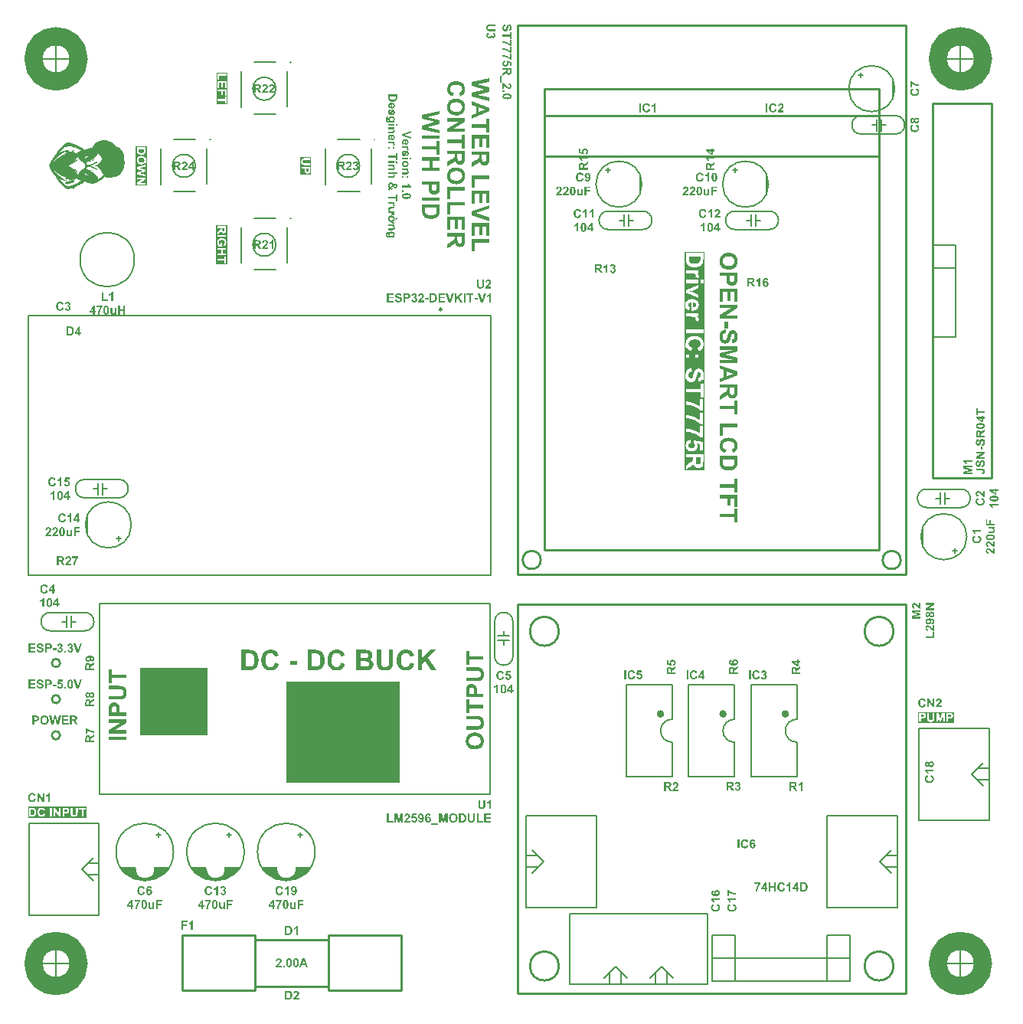
<source format=gto>
G04*
G04 #@! TF.GenerationSoftware,Altium Limited,Altium Designer,18.0.7 (293)*
G04*
G04 Layer_Color=65535*
%FSLAX25Y25*%
%MOIN*%
G70*
G01*
G75*
%ADD10C,0.07874*%
%ADD11C,0.01500*%
%ADD12C,0.00700*%
%ADD13C,0.01000*%
%ADD14C,0.00600*%
%ADD15C,0.00787*%
%ADD16C,0.01102*%
%ADD17C,0.00701*%
%ADD18C,0.00591*%
%ADD19C,0.00500*%
%ADD20R,0.29528X0.29528*%
%ADD21R,0.49213X0.44291*%
G36*
X99714Y61553D02*
X93014D01*
Y60153D01*
X92614Y58453D01*
X91614Y57553D01*
X90114Y56953D01*
X88314D01*
X87214Y57453D01*
X87161D01*
X85814Y58653D01*
X85314Y60253D01*
X85014Y61553D01*
X78414D01*
X79514Y60153D01*
X81914Y58053D01*
X85114Y56353D01*
X87714Y55853D01*
X89114Y55753D01*
X91514Y55953D01*
X94114Y56853D01*
X96514Y58253D01*
X98414Y59753D01*
X99714Y61553D01*
D02*
G37*
G36*
X130502D02*
X123802D01*
Y60153D01*
X123403Y58453D01*
X122403Y57553D01*
X120903Y56953D01*
X119103D01*
X118002Y57453D01*
X117949D01*
X116603Y58653D01*
X116103Y60253D01*
X115803Y61553D01*
X109203D01*
X110302Y60153D01*
X112703Y58053D01*
X115902Y56353D01*
X118502Y55853D01*
X119903Y55753D01*
X122302Y55953D01*
X124902Y56853D01*
X127303Y58253D01*
X129202Y59753D01*
X130502Y61553D01*
D02*
G37*
G36*
X68926D02*
X62226D01*
Y60153D01*
X61826Y58453D01*
X60826Y57553D01*
X59326Y56953D01*
X57526D01*
X56426Y57453D01*
X56372D01*
X55026Y58653D01*
X54526Y60253D01*
X54226Y61553D01*
X47626D01*
X48726Y60153D01*
X51126Y58053D01*
X54326Y56353D01*
X56926Y55853D01*
X58326Y55753D01*
X60726Y55953D01*
X63326Y56853D01*
X65726Y58253D01*
X67626Y59753D01*
X68926Y61553D01*
D02*
G37*
G36*
X42119Y200597D02*
D01*
D02*
G37*
G36*
X33219Y206897D02*
X32461Y210597D01*
X33219Y214497D01*
Y206897D01*
D02*
G37*
G36*
X42119Y220597D02*
D01*
D02*
G37*
G36*
X49405Y367489D02*
Y366654D01*
X49285D01*
Y366176D01*
X49166D01*
Y365818D01*
X49047D01*
Y365460D01*
X48927D01*
Y365103D01*
X48808D01*
Y364864D01*
X48689D01*
Y364625D01*
X48569D01*
Y364387D01*
X48450D01*
Y364267D01*
X48331D01*
Y364029D01*
X48212D01*
Y363909D01*
X48092D01*
Y363671D01*
X47973D01*
Y363551D01*
X47854D01*
Y363432D01*
X47734D01*
Y363313D01*
X47615D01*
Y363193D01*
X47496D01*
Y363074D01*
X47376D01*
Y362955D01*
X47257D01*
Y362836D01*
X47138D01*
Y362716D01*
X46899D01*
Y362597D01*
X46780D01*
Y362478D01*
X46541D01*
Y362358D01*
X46303D01*
Y362239D01*
X45825D01*
Y362120D01*
X45467D01*
Y362000D01*
X44990D01*
Y361881D01*
X44393D01*
Y361762D01*
X43439D01*
Y361642D01*
X42007D01*
Y361762D01*
X41291D01*
Y361881D01*
X40933D01*
Y362000D01*
X40695D01*
Y361881D01*
X40575D01*
Y361762D01*
X40456D01*
Y361642D01*
X40337D01*
Y361523D01*
X40217D01*
Y361404D01*
X40098D01*
Y361284D01*
X39979D01*
Y361165D01*
X39860D01*
Y361046D01*
X39621D01*
Y360927D01*
X39502D01*
Y360807D01*
X39382D01*
Y360688D01*
X39144D01*
Y360569D01*
X39024D01*
Y360449D01*
X38786D01*
Y360330D01*
X38666D01*
Y360211D01*
X38428D01*
Y360091D01*
X38189D01*
Y359972D01*
X38070D01*
Y359853D01*
X37831D01*
Y359733D01*
X37593D01*
Y359614D01*
X37235D01*
Y359495D01*
X36996D01*
Y359375D01*
X36638D01*
Y359256D01*
X36161D01*
Y359137D01*
X34729D01*
Y359256D01*
X33894D01*
Y359375D01*
X33536D01*
Y359495D01*
X33178D01*
Y359614D01*
X32820D01*
Y359733D01*
X32581D01*
Y359853D01*
X32343D01*
Y359972D01*
X32223D01*
Y359853D01*
X32104D01*
Y359733D01*
X31865D01*
Y359614D01*
X31627D01*
Y359495D01*
X31508D01*
Y359375D01*
X31269D01*
Y359256D01*
X31150D01*
Y359137D01*
X30911D01*
Y359017D01*
X30672D01*
Y358898D01*
X30434D01*
Y358779D01*
X30314D01*
Y358660D01*
X30076D01*
Y358540D01*
X29837D01*
Y358421D01*
X29599D01*
Y358302D01*
X29360D01*
Y358182D01*
X29121D01*
Y358063D01*
X28883D01*
Y357944D01*
X28525D01*
Y357824D01*
X28286D01*
Y357705D01*
X28047D01*
Y357586D01*
X27809D01*
Y357466D01*
X27570D01*
Y356750D01*
X27451D01*
Y356870D01*
X25661D01*
Y356750D01*
X25303D01*
Y356631D01*
X24468D01*
Y356750D01*
X24349D01*
Y356870D01*
X23633D01*
Y356750D01*
X23513D01*
Y357466D01*
X23275D01*
Y357586D01*
X23155D01*
Y357705D01*
X23036D01*
Y357824D01*
X22917D01*
Y357944D01*
X22678D01*
Y358063D01*
X22559D01*
Y358182D01*
X22440D01*
Y358302D01*
X22320D01*
Y358421D01*
X22201D01*
Y358540D01*
X22082D01*
Y358660D01*
X21962D01*
Y358779D01*
X21843D01*
Y358898D01*
X21724D01*
Y359017D01*
X21604D01*
Y359137D01*
X21485D01*
Y359256D01*
X21366D01*
Y359495D01*
X21246D01*
Y359614D01*
X21127D01*
Y359733D01*
X21008D01*
Y359853D01*
X20888D01*
Y360091D01*
X20769D01*
Y360211D01*
X20650D01*
Y360330D01*
X20531D01*
Y360569D01*
X20411D01*
Y360807D01*
X20292D01*
Y360927D01*
X20173D01*
Y361046D01*
X20053D01*
Y361284D01*
X19934D01*
Y361523D01*
X19815D01*
Y361762D01*
X19695D01*
Y362000D01*
X19576D01*
Y362239D01*
X19337D01*
Y362478D01*
X19218D01*
Y362597D01*
X19099D01*
Y362716D01*
X18980D01*
Y362836D01*
X18860D01*
Y362955D01*
X18741D01*
Y363193D01*
X18621D01*
Y363313D01*
X18502D01*
Y363432D01*
X18383D01*
Y363671D01*
X18264D01*
Y363790D01*
X18144D01*
Y364029D01*
X18025D01*
Y364148D01*
X17906D01*
Y364387D01*
X17786D01*
Y364506D01*
X17667D01*
Y364745D01*
X17548D01*
Y364983D01*
X17428D01*
Y365222D01*
X17309D01*
Y365460D01*
X17190D01*
Y365699D01*
X17070D01*
Y365938D01*
X16951D01*
Y366176D01*
X16832D01*
Y366534D01*
X16713D01*
Y367250D01*
X16832D01*
Y367489D01*
X16951D01*
Y367727D01*
X17070D01*
Y368085D01*
X17190D01*
Y368324D01*
X17309D01*
Y368443D01*
X17428D01*
Y368682D01*
X17548D01*
Y368921D01*
X17667D01*
Y369159D01*
X17786D01*
Y369398D01*
X17906D01*
Y369517D01*
X18025D01*
Y369756D01*
X18144D01*
Y369875D01*
X18264D01*
Y370114D01*
X18383D01*
Y370233D01*
X18502D01*
Y370472D01*
X18621D01*
Y370591D01*
X18741D01*
Y370710D01*
X18860D01*
Y370830D01*
X18980D01*
Y371068D01*
X19099D01*
Y371188D01*
X19218D01*
Y371307D01*
X19337D01*
Y371426D01*
X19457D01*
Y371546D01*
X19576D01*
Y371665D01*
X19695D01*
Y372023D01*
X19815D01*
Y372261D01*
X19934D01*
Y372381D01*
X20053D01*
Y372619D01*
X20173D01*
Y372858D01*
X20292D01*
Y372977D01*
X20411D01*
Y373216D01*
X20531D01*
Y373335D01*
X20650D01*
Y373454D01*
X20769D01*
Y373693D01*
X20888D01*
Y373813D01*
X21008D01*
Y374051D01*
X21127D01*
Y374170D01*
X21246D01*
Y374290D01*
X21366D01*
Y374409D01*
X21485D01*
Y374528D01*
X21604D01*
Y374648D01*
X21724D01*
Y374767D01*
X21843D01*
Y375006D01*
X21962D01*
Y375125D01*
X22201D01*
Y375244D01*
X22320D01*
Y375364D01*
X22440D01*
Y375483D01*
X22559D01*
Y375602D01*
X22678D01*
Y375722D01*
X22797D01*
Y375841D01*
X22917D01*
Y375960D01*
X23155D01*
Y376079D01*
X23275D01*
Y376199D01*
X23394D01*
Y376318D01*
X23513D01*
Y376437D01*
X23752D01*
Y376557D01*
X23871D01*
Y376676D01*
X24110D01*
Y376795D01*
X24229D01*
Y376915D01*
X24468D01*
Y377034D01*
X24587D01*
Y377153D01*
X25065D01*
Y377034D01*
X25542D01*
Y376915D01*
X25900D01*
Y376795D01*
X26258D01*
Y376676D01*
X26616D01*
Y376557D01*
X26974D01*
Y376437D01*
X27332D01*
Y376318D01*
X27570D01*
Y376199D01*
X27928D01*
Y376079D01*
X28286D01*
Y375960D01*
X28525D01*
Y375841D01*
X28763D01*
Y375722D01*
X29002D01*
Y375602D01*
X29241D01*
Y375483D01*
X29479D01*
Y375364D01*
X29718D01*
Y375244D01*
X29956D01*
Y375125D01*
X30195D01*
Y375006D01*
X30434D01*
Y374886D01*
X30553D01*
Y374767D01*
X30792D01*
Y374648D01*
X31030D01*
Y374528D01*
X31150D01*
Y374409D01*
X31388D01*
Y374290D01*
X31627D01*
Y374170D01*
X31746D01*
Y374051D01*
X31985D01*
Y373932D01*
X32104D01*
Y373813D01*
X32462D01*
Y373932D01*
X32701D01*
Y374051D01*
X32939D01*
Y374170D01*
X33297D01*
Y374290D01*
X33655D01*
Y374409D01*
X34252D01*
Y374528D01*
X35445D01*
Y374648D01*
X35564D01*
Y375006D01*
X35684D01*
Y375244D01*
X35803D01*
Y375483D01*
X35922D01*
Y375602D01*
X36041D01*
Y375841D01*
X36161D01*
Y375960D01*
X36280D01*
Y376079D01*
X36399D01*
Y376199D01*
X36519D01*
Y376318D01*
X36638D01*
Y376437D01*
X36757D01*
Y376557D01*
X36877D01*
Y376676D01*
X36996D01*
Y376795D01*
X37115D01*
Y376915D01*
X37354D01*
Y377034D01*
X37473D01*
Y377153D01*
X37712D01*
Y377273D01*
X37951D01*
Y377392D01*
X38189D01*
Y377511D01*
X38428D01*
Y377630D01*
X38786D01*
Y377750D01*
X39263D01*
Y377869D01*
X39979D01*
Y377989D01*
X41172D01*
Y377869D01*
X41888D01*
Y377750D01*
X42365D01*
Y377630D01*
X42723D01*
Y377511D01*
X43081D01*
Y377392D01*
X43320D01*
Y377273D01*
X43558D01*
Y377153D01*
X43797D01*
Y377034D01*
X44036D01*
Y376915D01*
X44274D01*
Y376795D01*
X44393D01*
Y376676D01*
X44632D01*
Y376557D01*
X44751D01*
Y376437D01*
X44871D01*
Y376318D01*
X44990D01*
Y376199D01*
X45109D01*
Y376079D01*
X45348D01*
Y375960D01*
X45467D01*
Y375722D01*
X45587D01*
Y375602D01*
X45706D01*
Y375483D01*
X45825D01*
Y375244D01*
X45944D01*
Y375125D01*
X46064D01*
Y375006D01*
X46660D01*
Y374886D01*
X46899D01*
Y374767D01*
X47138D01*
Y374648D01*
X47376D01*
Y374528D01*
X47496D01*
Y374409D01*
X47615D01*
Y374290D01*
X47734D01*
Y374170D01*
X47973D01*
Y373932D01*
X48092D01*
Y373813D01*
X48212D01*
Y373574D01*
X48331D01*
Y373454D01*
X48450D01*
Y373216D01*
X48569D01*
Y372977D01*
X48689D01*
Y372739D01*
X48808D01*
Y372500D01*
X48927D01*
Y372261D01*
X49047D01*
Y372023D01*
X49166D01*
Y371546D01*
X49285D01*
Y371068D01*
X49405D01*
Y369040D01*
X49524D01*
Y367489D01*
X49405D01*
D02*
G37*
G36*
X265065Y348881D02*
D01*
D02*
G37*
G36*
Y368881D02*
D01*
D02*
G37*
G36*
X384783Y400416D02*
X384024Y396516D01*
Y404116D01*
X384783Y400416D01*
D02*
G37*
G36*
X329842Y358881D02*
X329083Y354981D01*
Y362581D01*
X329842Y358881D01*
D02*
G37*
G36*
X274724D02*
X273965Y354981D01*
Y362581D01*
X274724Y358881D01*
D02*
G37*
G36*
X396918Y201727D02*
X396160Y205427D01*
X396918Y209327D01*
Y201727D01*
D02*
G37*
G36*
X312707Y329006D02*
X312823Y328994D01*
X312950D01*
X313088Y328972D01*
X313399Y328937D01*
X313722Y328879D01*
X314045Y328799D01*
X314356Y328683D01*
X314368D01*
X314379Y328672D01*
X314448Y328637D01*
X314564Y328579D01*
X314702Y328499D01*
X314863Y328395D01*
X315037Y328280D01*
X315221Y328130D01*
X315394Y327980D01*
X315417Y327957D01*
X315475Y327899D01*
X315555Y327807D01*
X315648Y327692D01*
X315763Y327542D01*
X315878Y327380D01*
X315982Y327196D01*
X316074Y327000D01*
Y326988D01*
X316086Y326965D01*
X316109Y326931D01*
X316120Y326873D01*
X316143Y326804D01*
X316178Y326723D01*
X316201Y326631D01*
X316236Y326527D01*
X316282Y326285D01*
X316339Y326008D01*
X316374Y325697D01*
X316386Y325363D01*
Y325293D01*
X316374Y325201D01*
Y325086D01*
X316351Y324948D01*
X316328Y324786D01*
X316293Y324602D01*
X316259Y324406D01*
X316201Y324186D01*
X316132Y323979D01*
X316040Y323748D01*
X315947Y323529D01*
X315821Y323310D01*
X315682Y323091D01*
X315521Y322884D01*
X315336Y322688D01*
X315325Y322676D01*
X315290Y322641D01*
X315232Y322595D01*
X315140Y322526D01*
X315037Y322457D01*
X314910Y322365D01*
X314760Y322284D01*
X314587Y322180D01*
X314391Y322088D01*
X314172Y321996D01*
X313941Y321915D01*
X313687Y321846D01*
X313411Y321777D01*
X313111Y321731D01*
X312788Y321696D01*
X312454Y321685D01*
X312431D01*
X312373D01*
X312281Y321696D01*
X312154D01*
X311993Y321719D01*
X311820Y321742D01*
X311612Y321765D01*
X311405Y321811D01*
X311174Y321858D01*
X310943Y321927D01*
X310701Y322007D01*
X310459Y322111D01*
X310228Y322226D01*
X309998Y322353D01*
X309779Y322515D01*
X309571Y322688D01*
X309560Y322699D01*
X309525Y322734D01*
X309479Y322791D01*
X309410Y322872D01*
X309329Y322964D01*
X309248Y323091D01*
X309156Y323230D01*
X309064Y323391D01*
X308960Y323575D01*
X308868Y323772D01*
X308787Y323991D01*
X308706Y324233D01*
X308637Y324486D01*
X308591Y324751D01*
X308557Y325040D01*
X308545Y325351D01*
Y325420D01*
X308557Y325513D01*
Y325628D01*
X308580Y325766D01*
X308603Y325939D01*
X308626Y326124D01*
X308672Y326320D01*
X308730Y326527D01*
X308799Y326746D01*
X308879Y326965D01*
X308983Y327184D01*
X309099Y327415D01*
X309237Y327623D01*
X309387Y327830D01*
X309571Y328026D01*
X309583Y328038D01*
X309617Y328072D01*
X309675Y328118D01*
X309756Y328176D01*
X309859Y328257D01*
X309986Y328337D01*
X310136Y328430D01*
X310309Y328522D01*
X310505Y328614D01*
X310713Y328706D01*
X310943Y328787D01*
X311197Y328868D01*
X311474Y328925D01*
X311762Y328972D01*
X312073Y329006D01*
X312408Y329018D01*
X312419D01*
X312465D01*
X312523D01*
X312604D01*
X312707Y329006D01*
D02*
G37*
G36*
X316259Y317580D02*
X316247Y317442D01*
Y317292D01*
X316236Y316980D01*
X316213Y316681D01*
X316201Y316542D01*
X316178Y316415D01*
X316166Y316312D01*
X316143Y316219D01*
Y316208D01*
X316132Y316185D01*
X316120Y316162D01*
X316109Y316115D01*
X316063Y315989D01*
X315982Y315839D01*
X315890Y315666D01*
X315751Y315493D01*
X315590Y315308D01*
X315394Y315136D01*
X315382D01*
X315371Y315112D01*
X315336Y315089D01*
X315290Y315066D01*
X315232Y315032D01*
X315163Y314997D01*
X315002Y314905D01*
X314783Y314824D01*
X314529Y314755D01*
X314241Y314709D01*
X313918Y314686D01*
X313907D01*
X313883D01*
X313849D01*
X313803D01*
X313676Y314697D01*
X313514Y314720D01*
X313330Y314743D01*
X313134Y314790D01*
X312938Y314859D01*
X312754Y314939D01*
X312731Y314951D01*
X312673Y314986D01*
X312592Y315043D01*
X312488Y315112D01*
X312362Y315205D01*
X312235Y315320D01*
X312119Y315447D01*
X312004Y315585D01*
X311993Y315597D01*
X311958Y315654D01*
X311912Y315735D01*
X311866Y315827D01*
X311797Y315954D01*
X311739Y316081D01*
X311693Y316231D01*
X311647Y316381D01*
Y316404D01*
X311635Y316438D01*
Y316484D01*
X311624Y316542D01*
X311612Y316611D01*
X311601Y316692D01*
Y316784D01*
X311589Y316888D01*
X311578Y317003D01*
X311566Y317130D01*
X311554Y317280D01*
Y317430D01*
X311543Y317591D01*
Y318952D01*
X308683D01*
Y320485D01*
X316259D01*
Y317580D01*
D02*
G37*
G36*
Y307825D02*
X314979D01*
Y311896D01*
X313296D01*
Y308114D01*
X312016D01*
Y311896D01*
X309963D01*
Y307676D01*
X308683D01*
Y313429D01*
X316259D01*
Y307825D01*
D02*
G37*
G36*
Y304897D02*
X311174Y301772D01*
X316259D01*
Y300354D01*
X308683D01*
Y301887D01*
X313653Y304955D01*
X308683D01*
Y306373D01*
X316259D01*
Y304897D01*
D02*
G37*
G36*
X312154Y296076D02*
X310701D01*
Y298913D01*
X312154D01*
Y296076D01*
D02*
G37*
G36*
X311289Y294139D02*
X311278D01*
X311255Y294128D01*
X311220D01*
X311162Y294116D01*
X311036Y294082D01*
X310863Y294024D01*
X310690Y293955D01*
X310505Y293863D01*
X310332Y293747D01*
X310182Y293609D01*
X310171Y293586D01*
X310125Y293528D01*
X310079Y293436D01*
X310009Y293309D01*
X309952Y293148D01*
X309894Y292963D01*
X309848Y292744D01*
X309837Y292491D01*
Y292364D01*
X309848Y292237D01*
X309871Y292075D01*
X309917Y291891D01*
X309963Y291706D01*
X310044Y291534D01*
X310148Y291384D01*
X310159Y291372D01*
X310205Y291326D01*
X310263Y291268D01*
X310355Y291188D01*
X310459Y291119D01*
X310586Y291061D01*
X310724Y291015D01*
X310874Y291003D01*
X310886D01*
X310920D01*
X310966Y291015D01*
X311036Y291026D01*
X311174Y291072D01*
X311255Y291107D01*
X311324Y291165D01*
X311335Y291176D01*
X311358Y291199D01*
X311393Y291234D01*
X311439Y291291D01*
X311497Y291372D01*
X311543Y291464D01*
X311601Y291580D01*
X311658Y291718D01*
Y291730D01*
X311681Y291776D01*
X311704Y291856D01*
X311739Y291972D01*
X311762Y292041D01*
X311785Y292133D01*
X311808Y292225D01*
X311843Y292341D01*
X311877Y292467D01*
X311912Y292606D01*
X311947Y292756D01*
X311993Y292929D01*
Y292940D01*
X312004Y292986D01*
X312027Y293044D01*
X312050Y293125D01*
X312073Y293229D01*
X312108Y293344D01*
X312200Y293597D01*
X312304Y293886D01*
X312431Y294174D01*
X312581Y294428D01*
X312661Y294543D01*
X312742Y294647D01*
X312754Y294658D01*
X312777Y294681D01*
X312811Y294716D01*
X312857Y294750D01*
X312915Y294808D01*
X312984Y294866D01*
X313076Y294923D01*
X313169Y294993D01*
X313388Y295119D01*
X313653Y295235D01*
X313791Y295269D01*
X313941Y295304D01*
X314103Y295327D01*
X314264Y295339D01*
X314276D01*
X314287D01*
X314322D01*
X314368D01*
X314472Y295315D01*
X314621Y295292D01*
X314783Y295258D01*
X314967Y295200D01*
X315152Y295119D01*
X315348Y295016D01*
X315359D01*
X315371Y295004D01*
X315428Y294958D01*
X315521Y294877D01*
X315636Y294774D01*
X315763Y294647D01*
X315890Y294485D01*
X316017Y294301D01*
X316120Y294082D01*
Y294070D01*
X316132Y294059D01*
X316143Y294012D01*
X316166Y293966D01*
X316178Y293909D01*
X316201Y293840D01*
X316259Y293667D01*
X316305Y293448D01*
X316339Y293194D01*
X316374Y292906D01*
X316386Y292594D01*
Y292456D01*
X316374Y292364D01*
X316362Y292237D01*
X316351Y292098D01*
X316328Y291949D01*
X316305Y291787D01*
X316236Y291441D01*
X316120Y291084D01*
X316051Y290911D01*
X315959Y290750D01*
X315867Y290588D01*
X315751Y290450D01*
X315740Y290438D01*
X315717Y290415D01*
X315682Y290381D01*
X315636Y290335D01*
X315578Y290277D01*
X315498Y290219D01*
X315406Y290150D01*
X315302Y290081D01*
X315186Y290012D01*
X315060Y289954D01*
X314783Y289827D01*
X314621Y289781D01*
X314448Y289735D01*
X314264Y289700D01*
X314079Y289689D01*
X314022Y291222D01*
X314033D01*
X314045D01*
X314114Y291245D01*
X314218Y291268D01*
X314345Y291315D01*
X314483Y291372D01*
X314621Y291441D01*
X314748Y291534D01*
X314852Y291649D01*
X314863Y291660D01*
X314898Y291706D01*
X314933Y291776D01*
X314990Y291880D01*
X315037Y292018D01*
X315071Y292179D01*
X315106Y292375D01*
X315117Y292606D01*
Y292710D01*
X315106Y292836D01*
X315083Y292986D01*
X315048Y293148D01*
X315002Y293321D01*
X314933Y293494D01*
X314841Y293644D01*
X314829Y293655D01*
X314806Y293678D01*
X314771Y293713D01*
X314714Y293759D01*
X314645Y293805D01*
X314564Y293840D01*
X314472Y293863D01*
X314368Y293874D01*
X314356D01*
X314322D01*
X314276Y293863D01*
X314206Y293851D01*
X314137Y293816D01*
X314056Y293782D01*
X313987Y293724D01*
X313907Y293655D01*
X313895Y293644D01*
X313860Y293597D01*
X313814Y293505D01*
X313791Y293448D01*
X313757Y293367D01*
X313711Y293286D01*
X313676Y293182D01*
X313630Y293079D01*
X313595Y292940D01*
X313549Y292802D01*
X313503Y292640D01*
X313445Y292456D01*
X313399Y292260D01*
Y292248D01*
X313388Y292214D01*
X313376Y292156D01*
X313353Y292075D01*
X313330Y291983D01*
X313296Y291880D01*
X313238Y291637D01*
X313146Y291361D01*
X313065Y291095D01*
X312961Y290830D01*
X312915Y290715D01*
X312857Y290611D01*
Y290600D01*
X312846Y290588D01*
X312811Y290519D01*
X312742Y290427D01*
X312661Y290311D01*
X312546Y290173D01*
X312419Y290035D01*
X312258Y289908D01*
X312085Y289781D01*
X312062Y289770D01*
X312004Y289735D01*
X311889Y289677D01*
X311751Y289620D01*
X311578Y289574D01*
X311370Y289516D01*
X311139Y289481D01*
X310886Y289470D01*
X310874D01*
X310851D01*
X310817D01*
X310770D01*
X310644Y289493D01*
X310482Y289516D01*
X310298Y289562D01*
X310090Y289620D01*
X309871Y289712D01*
X309652Y289839D01*
X309641D01*
X309629Y289850D01*
X309560Y289908D01*
X309456Y289988D01*
X309341Y290104D01*
X309202Y290242D01*
X309064Y290427D01*
X308926Y290623D01*
X308810Y290865D01*
Y290876D01*
X308799Y290899D01*
X308787Y290934D01*
X308764Y290980D01*
X308753Y291049D01*
X308730Y291119D01*
X308706Y291211D01*
X308683Y291315D01*
X308626Y291557D01*
X308591Y291833D01*
X308557Y292145D01*
X308545Y292502D01*
Y292640D01*
X308557Y292744D01*
X308568Y292860D01*
X308580Y292998D01*
X308603Y293148D01*
X308626Y293321D01*
X308706Y293678D01*
X308764Y293863D01*
X308822Y294047D01*
X308903Y294220D01*
X308983Y294393D01*
X309087Y294566D01*
X309202Y294716D01*
X309214Y294727D01*
X309237Y294750D01*
X309272Y294785D01*
X309329Y294843D01*
X309398Y294900D01*
X309479Y294970D01*
X309583Y295039D01*
X309687Y295119D01*
X309825Y295200D01*
X309963Y295281D01*
X310125Y295350D01*
X310298Y295431D01*
X310482Y295488D01*
X310690Y295546D01*
X310909Y295592D01*
X311139Y295627D01*
X311289Y294139D01*
D02*
G37*
G36*
X316259Y285907D02*
X311082Y284535D01*
X316259Y283186D01*
Y280880D01*
X308683D01*
Y282298D01*
X314645Y282310D01*
X308683Y283808D01*
Y285273D01*
X314645Y286772D01*
X308683D01*
Y288190D01*
X316259D01*
Y285907D01*
D02*
G37*
G36*
Y277190D02*
Y275576D01*
X308683Y272532D01*
Y274193D01*
X310401Y274838D01*
Y277894D01*
X308683Y278516D01*
Y280130D01*
X316259Y277190D01*
D02*
G37*
G36*
Y268335D02*
X316247Y268231D01*
Y267989D01*
X316236Y267863D01*
X316213Y267574D01*
X316166Y267286D01*
X316120Y267009D01*
X316086Y266882D01*
X316051Y266779D01*
Y266767D01*
X316040Y266756D01*
X316017Y266686D01*
X315959Y266583D01*
X315878Y266456D01*
X315774Y266318D01*
X315648Y266168D01*
X315498Y266029D01*
X315313Y265891D01*
X315290Y265879D01*
X315221Y265833D01*
X315117Y265787D01*
X314967Y265718D01*
X314794Y265660D01*
X314598Y265603D01*
X314368Y265568D01*
X314126Y265557D01*
X314114D01*
X314091D01*
X314045D01*
X313987Y265568D01*
X313907D01*
X313826Y265580D01*
X313630Y265614D01*
X313411Y265683D01*
X313169Y265776D01*
X312938Y265891D01*
X312823Y265972D01*
X312719Y266064D01*
X312707D01*
X312696Y266087D01*
X312673Y266122D01*
X312627Y266156D01*
X312592Y266214D01*
X312534Y266271D01*
X312477Y266352D01*
X312419Y266433D01*
X312362Y266536D01*
X312304Y266640D01*
X312246Y266767D01*
X312189Y266905D01*
X312131Y267044D01*
X312085Y267205D01*
X312050Y267367D01*
X312016Y267551D01*
Y267540D01*
X312004Y267528D01*
X311969Y267471D01*
X311912Y267378D01*
X311831Y267263D01*
X311739Y267136D01*
X311624Y266998D01*
X311508Y266859D01*
X311382Y266733D01*
X311370Y266721D01*
X311312Y266675D01*
X311232Y266606D01*
X311105Y266502D01*
X310932Y266375D01*
X310724Y266237D01*
X310597Y266144D01*
X310459Y266064D01*
X310321Y265972D01*
X310159Y265868D01*
X308683Y264945D01*
Y266779D01*
X310321Y267863D01*
X310332Y267874D01*
X310355Y267885D01*
X310401Y267920D01*
X310459Y267955D01*
X310540Y268001D01*
X310609Y268058D01*
X310793Y268185D01*
X310989Y268312D01*
X311162Y268450D01*
X311324Y268577D01*
X311393Y268623D01*
X311439Y268670D01*
X311451Y268681D01*
X311474Y268704D01*
X311520Y268750D01*
X311566Y268808D01*
X311670Y268958D01*
X311716Y269039D01*
X311751Y269131D01*
Y269142D01*
X311762Y269177D01*
X311785Y269234D01*
X311797Y269315D01*
X311820Y269419D01*
X311831Y269546D01*
X311843Y269707D01*
Y270192D01*
X308683D01*
Y271725D01*
X316259D01*
Y268335D01*
D02*
G37*
G36*
Y258639D02*
X314979D01*
Y260864D01*
X308683D01*
Y262397D01*
X314979D01*
Y264623D01*
X316259D01*
Y258639D01*
D02*
G37*
G36*
X316190Y253127D02*
X309963D01*
Y249334D01*
X308683D01*
Y254661D01*
X316190D01*
Y253127D01*
D02*
G37*
G36*
X312581Y248504D02*
X312707D01*
X312869Y248481D01*
X313053Y248469D01*
X313249Y248434D01*
X313468Y248388D01*
X313711Y248342D01*
X313941Y248273D01*
X314195Y248204D01*
X314437Y248112D01*
X314679Y247996D01*
X314910Y247869D01*
X315129Y247720D01*
X315336Y247547D01*
X315348Y247535D01*
X315382Y247500D01*
X315428Y247443D01*
X315498Y247374D01*
X315578Y247270D01*
X315671Y247155D01*
X315763Y247016D01*
X315867Y246855D01*
X315959Y246682D01*
X316051Y246486D01*
X316143Y246278D01*
X316224Y246048D01*
X316293Y245806D01*
X316339Y245540D01*
X316374Y245264D01*
X316386Y244975D01*
Y244837D01*
X316374Y244745D01*
X316362Y244630D01*
X316339Y244491D01*
X316316Y244341D01*
X316282Y244180D01*
X316236Y243995D01*
X316178Y243822D01*
X316120Y243626D01*
X316040Y243442D01*
X315936Y243257D01*
X315832Y243073D01*
X315705Y242900D01*
X315555Y242727D01*
Y242716D01*
X315532Y242704D01*
X315463Y242646D01*
X315359Y242554D01*
X315198Y242439D01*
X315002Y242312D01*
X314771Y242174D01*
X314495Y242047D01*
X314172Y241943D01*
X313814Y243454D01*
X313826D01*
X313837Y243465D01*
X313907Y243477D01*
X314010Y243523D01*
X314149Y243580D01*
X314299Y243650D01*
X314448Y243753D01*
X314598Y243869D01*
X314737Y244018D01*
X314748Y244041D01*
X314794Y244099D01*
X314852Y244180D01*
X314910Y244307D01*
X314979Y244457D01*
X315025Y244641D01*
X315071Y244837D01*
X315083Y245056D01*
Y245137D01*
X315071Y245195D01*
X315060Y245264D01*
X315048Y245344D01*
X315002Y245540D01*
X314933Y245760D01*
X314829Y245990D01*
X314760Y246094D01*
X314679Y246209D01*
X314575Y246313D01*
X314472Y246417D01*
X314460D01*
X314448Y246440D01*
X314402Y246463D01*
X314356Y246497D01*
X314287Y246532D01*
X314206Y246578D01*
X314114Y246624D01*
X313999Y246670D01*
X313872Y246728D01*
X313734Y246774D01*
X313572Y246820D01*
X313388Y246855D01*
X313203Y246889D01*
X312984Y246913D01*
X312754Y246924D01*
X312511Y246936D01*
X312500D01*
X312454D01*
X312373D01*
X312281Y246924D01*
X312154D01*
X312027Y246913D01*
X311877Y246889D01*
X311716Y246866D01*
X311382Y246809D01*
X311036Y246716D01*
X310874Y246659D01*
X310724Y246590D01*
X310586Y246520D01*
X310459Y246428D01*
X310448Y246417D01*
X310436Y246405D01*
X310367Y246336D01*
X310275Y246221D01*
X310159Y246071D01*
X310044Y245875D01*
X309952Y245644D01*
X309883Y245379D01*
X309871Y245241D01*
X309859Y245091D01*
Y245033D01*
X309871Y244987D01*
X309883Y244872D01*
X309906Y244733D01*
X309952Y244560D01*
X310021Y244387D01*
X310113Y244214D01*
X310240Y244041D01*
X310263Y244018D01*
X310309Y243972D01*
X310413Y243892D01*
X310540Y243799D01*
X310713Y243696D01*
X310932Y243592D01*
X311174Y243488D01*
X311474Y243407D01*
X311013Y241920D01*
X311001D01*
X310955Y241932D01*
X310897Y241955D01*
X310805Y241989D01*
X310701Y242024D01*
X310586Y242070D01*
X310448Y242127D01*
X310309Y242197D01*
X310009Y242347D01*
X309698Y242543D01*
X309410Y242785D01*
X309272Y242912D01*
X309156Y243061D01*
X309145Y243073D01*
X309133Y243096D01*
X309099Y243142D01*
X309064Y243200D01*
X309018Y243281D01*
X308972Y243373D01*
X308914Y243488D01*
X308856Y243615D01*
X308799Y243753D01*
X308741Y243903D01*
X308695Y244065D01*
X308649Y244237D01*
X308614Y244433D01*
X308580Y244630D01*
X308568Y244849D01*
X308557Y245068D01*
Y245137D01*
X308568Y245218D01*
Y245321D01*
X308591Y245448D01*
X308614Y245598D01*
X308637Y245760D01*
X308683Y245944D01*
X308741Y246140D01*
X308810Y246336D01*
X308891Y246544D01*
X308995Y246751D01*
X309110Y246959D01*
X309248Y247166D01*
X309398Y247362D01*
X309583Y247547D01*
X309594Y247558D01*
X309629Y247593D01*
X309687Y247639D01*
X309767Y247696D01*
X309871Y247766D01*
X309998Y247858D01*
X310148Y247939D01*
X310321Y248031D01*
X310505Y248123D01*
X310724Y248204D01*
X310955Y248285D01*
X311209Y248365D01*
X311474Y248423D01*
X311762Y248469D01*
X312073Y248504D01*
X312396Y248515D01*
X312419D01*
X312477D01*
X312581Y248504D01*
D02*
G37*
G36*
X316259Y237596D02*
X316247Y237504D01*
X316236Y237297D01*
X316224Y237054D01*
X316201Y236824D01*
X316155Y236593D01*
X316109Y236386D01*
Y236374D01*
X316097Y236351D01*
X316086Y236316D01*
X316074Y236270D01*
X316017Y236155D01*
X315947Y235994D01*
X315855Y235821D01*
X315728Y235636D01*
X315578Y235440D01*
X315406Y235256D01*
Y235244D01*
X315382Y235233D01*
X315313Y235175D01*
X315210Y235094D01*
X315071Y234979D01*
X314887Y234864D01*
X314679Y234748D01*
X314448Y234633D01*
X314183Y234529D01*
X314172D01*
X314149Y234518D01*
X314114Y234506D01*
X314056Y234495D01*
X313987Y234472D01*
X313895Y234449D01*
X313803Y234425D01*
X313687Y234402D01*
X313561Y234379D01*
X313434Y234356D01*
X313123Y234310D01*
X312777Y234287D01*
X312396Y234276D01*
X312385D01*
X312350D01*
X312304D01*
X312235D01*
X312154Y234287D01*
X312062D01*
X311843Y234310D01*
X311589Y234333D01*
X311324Y234379D01*
X311047Y234437D01*
X310782Y234518D01*
X310770D01*
X310747Y234529D01*
X310701Y234541D01*
X310644Y234564D01*
X310574Y234598D01*
X310494Y234633D01*
X310309Y234725D01*
X310090Y234841D01*
X309871Y234979D01*
X309652Y235140D01*
X309444Y235325D01*
X309433Y235348D01*
X309375Y235394D01*
X309306Y235486D01*
X309225Y235601D01*
X309122Y235763D01*
X309018Y235947D01*
X308926Y236155D01*
X308833Y236397D01*
X308822Y236420D01*
X308810Y236489D01*
X308787Y236593D01*
X308764Y236754D01*
X308730Y236939D01*
X308706Y237170D01*
X308695Y237446D01*
X308683Y237746D01*
Y240606D01*
X316259D01*
Y237596D01*
D02*
G37*
G36*
Y224579D02*
X314979D01*
Y226804D01*
X308683D01*
Y228338D01*
X314979D01*
Y230563D01*
X316259D01*
Y224579D01*
D02*
G37*
G36*
Y218387D02*
X314979D01*
Y222042D01*
X313180D01*
Y218883D01*
X311900D01*
Y222042D01*
X308683D01*
Y223576D01*
X316259D01*
Y218387D01*
D02*
G37*
G36*
Y211665D02*
X314979D01*
Y213891D01*
X308683D01*
Y215424D01*
X314979D01*
Y217649D01*
X316259D01*
Y211665D01*
D02*
G37*
G36*
X301996Y234274D02*
X293368D01*
Y329411D01*
X301996D01*
Y234274D01*
D02*
G37*
G36*
X168147Y396398D02*
X168141Y396352D01*
X168136Y396248D01*
X168130Y396127D01*
X168118Y396012D01*
X168095Y395897D01*
X168072Y395793D01*
Y395787D01*
X168067Y395776D01*
X168061Y395759D01*
X168055Y395735D01*
X168026Y395678D01*
X167992Y395597D01*
X167946Y395511D01*
X167882Y395419D01*
X167807Y395321D01*
X167721Y395229D01*
Y395223D01*
X167709Y395217D01*
X167675Y395188D01*
X167623Y395148D01*
X167554Y395090D01*
X167462Y395033D01*
X167358Y394975D01*
X167243Y394917D01*
X167110Y394866D01*
X167105D01*
X167093Y394860D01*
X167076Y394854D01*
X167047Y394848D01*
X167012Y394837D01*
X166966Y394825D01*
X166920Y394814D01*
X166863Y394802D01*
X166799Y394791D01*
X166736Y394779D01*
X166580Y394756D01*
X166408Y394745D01*
X166218Y394739D01*
X166212D01*
X166194D01*
X166171D01*
X166137D01*
X166097Y394745D01*
X166051D01*
X165941Y394756D01*
X165814Y394768D01*
X165682Y394791D01*
X165544Y394820D01*
X165411Y394860D01*
X165405D01*
X165394Y394866D01*
X165371Y394871D01*
X165342Y394883D01*
X165307Y394900D01*
X165267Y394917D01*
X165175Y394964D01*
X165066Y395021D01*
X164956Y395090D01*
X164847Y395171D01*
X164743Y395263D01*
X164737Y395275D01*
X164708Y395298D01*
X164674Y395344D01*
X164634Y395401D01*
X164582Y395482D01*
X164530Y395574D01*
X164484Y395678D01*
X164438Y395799D01*
X164432Y395810D01*
X164426Y395845D01*
X164415Y395897D01*
X164403Y395977D01*
X164386Y396070D01*
X164374Y396185D01*
X164369Y396323D01*
X164363Y396473D01*
Y397901D01*
X168147D01*
Y396398D01*
D02*
G37*
G36*
X165820Y394301D02*
X165872Y394295D01*
X165941Y394290D01*
X166016Y394278D01*
X166091Y394261D01*
X166264Y394221D01*
X166350Y394192D01*
X166442Y394157D01*
X166529Y394117D01*
X166615Y394071D01*
X166696Y394019D01*
X166771Y393956D01*
X166776Y393950D01*
X166788Y393938D01*
X166805Y393921D01*
X166834Y393892D01*
X166863Y393858D01*
X166897Y393812D01*
X166932Y393765D01*
X166966Y393708D01*
X167001Y393645D01*
X167041Y393581D01*
X167070Y393506D01*
X167099Y393426D01*
X167128Y393339D01*
X167145Y393253D01*
X167156Y393155D01*
X167162Y393057D01*
Y392999D01*
X167156Y392953D01*
X167151Y392901D01*
X167139Y392844D01*
X167128Y392775D01*
X167110Y392706D01*
X167087Y392631D01*
X167064Y392550D01*
X167030Y392470D01*
X166989Y392389D01*
X166943Y392308D01*
X166886Y392233D01*
X166828Y392159D01*
X166753Y392089D01*
X166747Y392084D01*
X166736Y392072D01*
X166713Y392055D01*
X166678Y392032D01*
X166632Y392009D01*
X166580Y391980D01*
X166523Y391945D01*
X166448Y391917D01*
X166367Y391882D01*
X166275Y391853D01*
X166171Y391824D01*
X166062Y391796D01*
X165941Y391778D01*
X165814Y391761D01*
X165670Y391750D01*
X165521D01*
Y393564D01*
X165515D01*
X165509D01*
X165492D01*
X165469Y393558D01*
X165405Y393552D01*
X165336Y393541D01*
X165250Y393518D01*
X165169Y393489D01*
X165089Y393449D01*
X165014Y393391D01*
X165008Y393385D01*
X164985Y393362D01*
X164956Y393328D01*
X164927Y393276D01*
X164893Y393218D01*
X164864Y393143D01*
X164841Y393063D01*
X164835Y392976D01*
Y392948D01*
X164841Y392913D01*
X164847Y392873D01*
X164858Y392832D01*
X164875Y392781D01*
X164899Y392735D01*
X164927Y392688D01*
X164933Y392683D01*
X164945Y392671D01*
X164968Y392648D01*
X165002Y392625D01*
X165042Y392596D01*
X165094Y392562D01*
X165152Y392533D01*
X165227Y392510D01*
X165106Y391790D01*
X165100D01*
X165089Y391796D01*
X165066Y391807D01*
X165042Y391819D01*
X165008Y391830D01*
X164968Y391853D01*
X164881Y391899D01*
X164783Y391963D01*
X164685Y392038D01*
X164587Y392130D01*
X164501Y392233D01*
Y392239D01*
X164489Y392245D01*
X164484Y392262D01*
X164467Y392285D01*
X164455Y392314D01*
X164438Y392354D01*
X164397Y392441D01*
X164357Y392550D01*
X164328Y392677D01*
X164305Y392821D01*
X164294Y392982D01*
Y393011D01*
X164299Y393051D01*
Y393097D01*
X164311Y393161D01*
X164317Y393224D01*
X164334Y393299D01*
X164351Y393380D01*
X164374Y393466D01*
X164409Y393552D01*
X164443Y393645D01*
X164489Y393731D01*
X164541Y393817D01*
X164605Y393898D01*
X164680Y393973D01*
X164760Y394042D01*
X164766D01*
X164778Y394054D01*
X164801Y394065D01*
X164829Y394082D01*
X164864Y394105D01*
X164910Y394128D01*
X164962Y394151D01*
X165019Y394175D01*
X165083Y394198D01*
X165158Y394221D01*
X165233Y394244D01*
X165319Y394267D01*
X165503Y394295D01*
X165601Y394301D01*
X165705Y394307D01*
X165711D01*
X165734D01*
X165768D01*
X165820Y394301D01*
D02*
G37*
G36*
X165244Y390684D02*
X165233D01*
X165209Y390672D01*
X165169Y390661D01*
X165123Y390644D01*
X165071Y390621D01*
X165019Y390586D01*
X164968Y390546D01*
X164921Y390500D01*
X164916Y390494D01*
X164904Y390471D01*
X164887Y390442D01*
X164870Y390396D01*
X164852Y390338D01*
X164835Y390269D01*
X164824Y390194D01*
X164818Y390102D01*
Y390056D01*
X164824Y390004D01*
X164829Y389947D01*
X164841Y389878D01*
X164858Y389808D01*
X164881Y389739D01*
X164916Y389682D01*
X164921Y389676D01*
X164927Y389664D01*
X164945Y389653D01*
X164968Y389630D01*
X165031Y389601D01*
X165071Y389590D01*
X165112Y389584D01*
X165117D01*
X165129D01*
X165163Y389590D01*
X165204Y389607D01*
X165250Y389636D01*
X165261Y389647D01*
X165267Y389664D01*
X165284Y389687D01*
X165296Y389722D01*
X165313Y389762D01*
X165331Y389820D01*
X165348Y389883D01*
Y389895D01*
X165359Y389924D01*
X165365Y389964D01*
X165382Y390021D01*
X165400Y390091D01*
X165417Y390171D01*
X165440Y390258D01*
X165463Y390350D01*
X165515Y390540D01*
X165544Y390632D01*
X165578Y390724D01*
X165607Y390805D01*
X165636Y390880D01*
X165670Y390943D01*
X165699Y390995D01*
Y391001D01*
X165711Y391006D01*
X165739Y391047D01*
X165791Y391099D01*
X165860Y391156D01*
X165947Y391214D01*
X166056Y391266D01*
X166177Y391306D01*
X166246Y391312D01*
X166315Y391318D01*
X166321D01*
X166333D01*
X166350D01*
X166373Y391312D01*
X166442Y391300D01*
X166523Y391283D01*
X166621Y391248D01*
X166719Y391202D01*
X166822Y391133D01*
X166868Y391087D01*
X166914Y391041D01*
X166920Y391035D01*
X166926Y391030D01*
X166937Y391012D01*
X166955Y390989D01*
X166972Y390955D01*
X166995Y390920D01*
X167018Y390874D01*
X167041Y390828D01*
X167064Y390770D01*
X167081Y390701D01*
X167105Y390632D01*
X167122Y390551D01*
X167139Y390465D01*
X167151Y390373D01*
X167162Y390275D01*
Y390073D01*
X167156Y390027D01*
X167151Y389970D01*
X167139Y389849D01*
X167116Y389716D01*
X167087Y389572D01*
X167041Y389445D01*
X167012Y389382D01*
X166978Y389330D01*
Y389325D01*
X166972Y389319D01*
X166943Y389284D01*
X166903Y389238D01*
X166840Y389181D01*
X166765Y389117D01*
X166673Y389054D01*
X166569Y388996D01*
X166442Y388950D01*
X166315Y389636D01*
X166321D01*
X166339Y389647D01*
X166367Y389659D01*
X166402Y389676D01*
X166442Y389699D01*
X166482Y389728D01*
X166523Y389762D01*
X166557Y389808D01*
X166563Y389814D01*
X166569Y389831D01*
X166586Y389860D01*
X166603Y389895D01*
X166615Y389947D01*
X166632Y390004D01*
X166638Y390073D01*
X166644Y390154D01*
Y390200D01*
X166638Y390252D01*
X166632Y390315D01*
X166609Y390448D01*
X166592Y390511D01*
X166563Y390563D01*
Y390569D01*
X166552Y390575D01*
X166523Y390603D01*
X166477Y390632D01*
X166448Y390638D01*
X166413Y390644D01*
X166408D01*
X166402D01*
X166367Y390632D01*
X166321Y390615D01*
X166304Y390598D01*
X166281Y390575D01*
X166275Y390569D01*
X166269Y390551D01*
X166252Y390511D01*
X166241Y390488D01*
X166229Y390454D01*
X166212Y390413D01*
X166200Y390367D01*
X166183Y390310D01*
X166160Y390246D01*
X166143Y390177D01*
X166120Y390096D01*
X166097Y390004D01*
X166074Y389901D01*
Y389895D01*
X166068Y389878D01*
X166062Y389843D01*
X166051Y389808D01*
X166039Y389757D01*
X166022Y389705D01*
X165987Y389578D01*
X165941Y389445D01*
X165883Y389313D01*
X165820Y389192D01*
X165786Y389135D01*
X165751Y389088D01*
X165739Y389077D01*
X165716Y389054D01*
X165670Y389014D01*
X165613Y388973D01*
X165538Y388933D01*
X165440Y388893D01*
X165336Y388870D01*
X165209Y388858D01*
X165204D01*
X165192D01*
X165175D01*
X165146Y388864D01*
X165117Y388870D01*
X165077Y388875D01*
X164991Y388898D01*
X164887Y388933D01*
X164778Y388990D01*
X164726Y389025D01*
X164668Y389071D01*
X164616Y389117D01*
X164564Y389175D01*
Y389181D01*
X164553Y389186D01*
X164541Y389209D01*
X164524Y389232D01*
X164501Y389267D01*
X164478Y389307D01*
X164455Y389353D01*
X164432Y389405D01*
X164403Y389469D01*
X164380Y389538D01*
X164357Y389613D01*
X164334Y389699D01*
X164317Y389785D01*
X164305Y389883D01*
X164299Y389993D01*
X164294Y390102D01*
Y390154D01*
X164299Y390194D01*
Y390240D01*
X164305Y390298D01*
X164311Y390356D01*
X164322Y390425D01*
X164351Y390563D01*
X164386Y390713D01*
X164443Y390857D01*
X164518Y390989D01*
Y390995D01*
X164530Y391001D01*
X164541Y391018D01*
X164559Y391041D01*
X164611Y391099D01*
X164680Y391162D01*
X164766Y391231D01*
X164875Y391300D01*
X164996Y391364D01*
X165135Y391410D01*
X165244Y390684D01*
D02*
G37*
G36*
X165860Y388374D02*
X165918Y388368D01*
X165981Y388363D01*
X166056Y388351D01*
X166131Y388340D01*
X166304Y388299D01*
X166390Y388270D01*
X166477Y388242D01*
X166563Y388201D01*
X166644Y388161D01*
X166724Y388109D01*
X166794Y388052D01*
X166799Y388046D01*
X166811Y388034D01*
X166828Y388017D01*
X166851Y387994D01*
X166880Y387959D01*
X166909Y387919D01*
X166943Y387879D01*
X166978Y387827D01*
X167012Y387769D01*
X167047Y387706D01*
X167105Y387568D01*
X167128Y387487D01*
X167145Y387406D01*
X167156Y387320D01*
X167162Y387228D01*
Y387176D01*
X167156Y387141D01*
X167151Y387101D01*
X167139Y387049D01*
X167122Y386992D01*
X167105Y386934D01*
X167081Y386871D01*
X167053Y386802D01*
X167018Y386733D01*
X166972Y386663D01*
X166920Y386594D01*
X166863Y386525D01*
X166794Y386456D01*
X166713Y386393D01*
X167105D01*
Y385713D01*
X164639D01*
X164634D01*
X164616D01*
X164593D01*
X164559D01*
X164518D01*
X164472Y385719D01*
X164369Y385725D01*
X164253Y385730D01*
X164132Y385748D01*
X164017Y385765D01*
X163965Y385782D01*
X163919Y385794D01*
X163908Y385799D01*
X163879Y385811D01*
X163833Y385828D01*
X163781Y385851D01*
X163718Y385886D01*
X163654Y385920D01*
X163597Y385966D01*
X163539Y386018D01*
X163533Y386024D01*
X163516Y386047D01*
X163493Y386076D01*
X163459Y386122D01*
X163424Y386174D01*
X163389Y386243D01*
X163355Y386318D01*
X163326Y386404D01*
X163320Y386416D01*
X163314Y386450D01*
X163303Y386502D01*
X163286Y386571D01*
X163268Y386658D01*
X163257Y386761D01*
X163251Y386882D01*
X163245Y387015D01*
Y387078D01*
X163251Y387130D01*
Y387188D01*
X163257Y387251D01*
X163268Y387320D01*
X163274Y387401D01*
X163303Y387562D01*
X163349Y387729D01*
X163378Y387804D01*
X163407Y387879D01*
X163447Y387948D01*
X163487Y388005D01*
X163493Y388011D01*
X163499Y388017D01*
X163533Y388052D01*
X163585Y388098D01*
X163654Y388149D01*
X163741Y388201D01*
X163844Y388247D01*
X163960Y388282D01*
X164023Y388288D01*
X164092Y388294D01*
X164098D01*
X164121D01*
X164144D01*
X164179Y388288D01*
X164081Y387458D01*
X164075D01*
X164058Y387453D01*
X164034Y387447D01*
X164000Y387441D01*
X163937Y387412D01*
X163902Y387389D01*
X163879Y387366D01*
X163873Y387360D01*
X163867Y387349D01*
X163856Y387320D01*
X163839Y387285D01*
X163821Y387239D01*
X163810Y387188D01*
X163804Y387119D01*
X163798Y387044D01*
Y386998D01*
X163804Y386946D01*
X163810Y386882D01*
X163821Y386813D01*
X163833Y386744D01*
X163856Y386675D01*
X163885Y386617D01*
X163891Y386612D01*
X163896Y386600D01*
X163908Y386583D01*
X163931Y386565D01*
X163954Y386543D01*
X163988Y386519D01*
X164029Y386496D01*
X164075Y386473D01*
X164081D01*
X164092Y386468D01*
X164115Y386462D01*
X164150Y386456D01*
X164196Y386450D01*
X164253Y386445D01*
X164322Y386439D01*
X164403D01*
X164812D01*
X164806Y386445D01*
X164795Y386456D01*
X164772Y386473D01*
X164743Y386496D01*
X164708Y386531D01*
X164668Y386565D01*
X164628Y386612D01*
X164587Y386663D01*
X164507Y386784D01*
X164432Y386923D01*
X164403Y386998D01*
X164380Y387078D01*
X164369Y387165D01*
X164363Y387257D01*
Y387280D01*
X164369Y387309D01*
Y387349D01*
X164380Y387395D01*
X164386Y387447D01*
X164403Y387510D01*
X164420Y387574D01*
X164443Y387643D01*
X164478Y387712D01*
X164513Y387787D01*
X164559Y387861D01*
X164611Y387931D01*
X164674Y388000D01*
X164749Y388069D01*
X164829Y388132D01*
X164835D01*
X164847Y388144D01*
X164870Y388155D01*
X164899Y388173D01*
X164933Y388190D01*
X164973Y388213D01*
X165025Y388230D01*
X165083Y388253D01*
X165146Y388276D01*
X165215Y388299D01*
X165290Y388322D01*
X165371Y388340D01*
X165549Y388368D01*
X165647Y388374D01*
X165745Y388380D01*
X165751D01*
X165774D01*
X165809D01*
X165860Y388374D01*
D02*
G37*
G36*
X168147Y384267D02*
X167479D01*
Y384993D01*
X168147D01*
Y384267D01*
D02*
G37*
G36*
X167105D02*
X164363D01*
Y384993D01*
X167105D01*
Y384267D01*
D02*
G37*
G36*
Y382862D02*
X166701D01*
X166707Y382856D01*
X166719Y382845D01*
X166742Y382827D01*
X166776Y382799D01*
X166811Y382764D01*
X166845Y382718D01*
X166891Y382672D01*
X166932Y382614D01*
X166972Y382551D01*
X167018Y382487D01*
X167053Y382413D01*
X167093Y382332D01*
X167122Y382245D01*
X167145Y382159D01*
X167156Y382061D01*
X167162Y381963D01*
Y381923D01*
X167156Y381877D01*
X167151Y381819D01*
X167139Y381750D01*
X167128Y381675D01*
X167105Y381600D01*
X167076Y381525D01*
X167070Y381514D01*
X167059Y381491D01*
X167041Y381456D01*
X167018Y381416D01*
X166984Y381364D01*
X166943Y381318D01*
X166903Y381266D01*
X166851Y381226D01*
X166845Y381220D01*
X166828Y381209D01*
X166799Y381191D01*
X166765Y381168D01*
X166719Y381145D01*
X166667Y381122D01*
X166609Y381099D01*
X166546Y381082D01*
X166540D01*
X166517Y381076D01*
X166477Y381070D01*
X166425Y381059D01*
X166356Y381053D01*
X166269Y381047D01*
X166171Y381042D01*
X166062D01*
X164363D01*
Y381767D01*
X165757D01*
X165762D01*
X165774D01*
X165797D01*
X165826D01*
X165866D01*
X165907D01*
X165993Y381773D01*
X166091Y381779D01*
X166183Y381790D01*
X166264Y381802D01*
X166298Y381808D01*
X166327Y381819D01*
X166333D01*
X166350Y381825D01*
X166373Y381837D01*
X166402Y381854D01*
X166471Y381900D01*
X166534Y381969D01*
X166540Y381975D01*
X166546Y381986D01*
X166557Y382009D01*
X166575Y382038D01*
X166586Y382073D01*
X166598Y382119D01*
X166603Y382165D01*
X166609Y382217D01*
Y382251D01*
X166603Y382286D01*
X166598Y382332D01*
X166586Y382384D01*
X166563Y382441D01*
X166540Y382499D01*
X166506Y382557D01*
X166500Y382562D01*
X166488Y382580D01*
X166465Y382603D01*
X166431Y382637D01*
X166390Y382666D01*
X166344Y382701D01*
X166292Y382735D01*
X166229Y382758D01*
X166223D01*
X166194Y382764D01*
X166154Y382775D01*
X166091Y382781D01*
X166051Y382787D01*
X166004Y382793D01*
X165953Y382799D01*
X165895Y382804D01*
X165832D01*
X165762Y382810D01*
X165682D01*
X165601D01*
X164363D01*
Y383536D01*
X167105D01*
Y382862D01*
D02*
G37*
G36*
X165820Y380506D02*
X165872Y380500D01*
X165941Y380494D01*
X166016Y380483D01*
X166091Y380466D01*
X166264Y380425D01*
X166350Y380397D01*
X166442Y380362D01*
X166529Y380322D01*
X166615Y380276D01*
X166696Y380224D01*
X166771Y380160D01*
X166776Y380155D01*
X166788Y380143D01*
X166805Y380126D01*
X166834Y380097D01*
X166863Y380063D01*
X166897Y380016D01*
X166932Y379970D01*
X166966Y379913D01*
X167001Y379849D01*
X167041Y379786D01*
X167070Y379711D01*
X167099Y379630D01*
X167128Y379544D01*
X167145Y379458D01*
X167156Y379360D01*
X167162Y379262D01*
Y379204D01*
X167156Y379158D01*
X167151Y379106D01*
X167139Y379049D01*
X167128Y378980D01*
X167110Y378910D01*
X167087Y378836D01*
X167064Y378755D01*
X167030Y378674D01*
X166989Y378594D01*
X166943Y378513D01*
X166886Y378438D01*
X166828Y378363D01*
X166753Y378294D01*
X166747Y378288D01*
X166736Y378277D01*
X166713Y378260D01*
X166678Y378237D01*
X166632Y378214D01*
X166580Y378185D01*
X166523Y378150D01*
X166448Y378121D01*
X166367Y378087D01*
X166275Y378058D01*
X166171Y378029D01*
X166062Y378000D01*
X165941Y377983D01*
X165814Y377966D01*
X165670Y377954D01*
X165521D01*
Y379769D01*
X165515D01*
X165509D01*
X165492D01*
X165469Y379763D01*
X165405Y379757D01*
X165336Y379746D01*
X165250Y379723D01*
X165169Y379694D01*
X165089Y379654D01*
X165014Y379596D01*
X165008Y379590D01*
X164985Y379567D01*
X164956Y379533D01*
X164927Y379481D01*
X164893Y379423D01*
X164864Y379348D01*
X164841Y379268D01*
X164835Y379181D01*
Y379152D01*
X164841Y379118D01*
X164847Y379078D01*
X164858Y379037D01*
X164875Y378985D01*
X164899Y378939D01*
X164927Y378893D01*
X164933Y378887D01*
X164945Y378876D01*
X164968Y378853D01*
X165002Y378830D01*
X165042Y378801D01*
X165094Y378766D01*
X165152Y378738D01*
X165227Y378715D01*
X165106Y377995D01*
X165100D01*
X165089Y378000D01*
X165066Y378012D01*
X165042Y378023D01*
X165008Y378035D01*
X164968Y378058D01*
X164881Y378104D01*
X164783Y378167D01*
X164685Y378242D01*
X164587Y378334D01*
X164501Y378438D01*
Y378444D01*
X164489Y378450D01*
X164484Y378467D01*
X164467Y378490D01*
X164455Y378519D01*
X164438Y378559D01*
X164397Y378645D01*
X164357Y378755D01*
X164328Y378882D01*
X164305Y379026D01*
X164294Y379187D01*
Y379216D01*
X164299Y379256D01*
Y379302D01*
X164311Y379365D01*
X164317Y379429D01*
X164334Y379504D01*
X164351Y379584D01*
X164374Y379671D01*
X164409Y379757D01*
X164443Y379849D01*
X164489Y379936D01*
X164541Y380022D01*
X164605Y380103D01*
X164680Y380178D01*
X164760Y380247D01*
X164766D01*
X164778Y380258D01*
X164801Y380270D01*
X164829Y380287D01*
X164864Y380310D01*
X164910Y380333D01*
X164962Y380356D01*
X165019Y380379D01*
X165083Y380402D01*
X165158Y380425D01*
X165233Y380448D01*
X165319Y380471D01*
X165503Y380500D01*
X165601Y380506D01*
X165705Y380512D01*
X165711D01*
X165734D01*
X165768D01*
X165820Y380506D01*
D02*
G37*
G36*
X167105Y376722D02*
X166719D01*
X166724Y376716D01*
X166759Y376693D01*
X166805Y376658D01*
X166863Y376618D01*
X166926Y376572D01*
X166984Y376520D01*
X167035Y376463D01*
X167076Y376411D01*
X167081Y376405D01*
X167087Y376388D01*
X167105Y376359D01*
X167122Y376319D01*
X167133Y376272D01*
X167151Y376221D01*
X167156Y376163D01*
X167162Y376100D01*
Y376059D01*
X167156Y376007D01*
X167145Y375944D01*
X167128Y375875D01*
X167105Y375789D01*
X167070Y375702D01*
X167024Y375616D01*
X166390Y375840D01*
X166396Y375846D01*
X166408Y375869D01*
X166431Y375909D01*
X166454Y375950D01*
X166471Y376007D01*
X166494Y376065D01*
X166506Y376123D01*
X166511Y376186D01*
Y376209D01*
X166506Y376238D01*
X166500Y376272D01*
X166488Y376313D01*
X166477Y376359D01*
X166454Y376405D01*
X166425Y376445D01*
X166419Y376451D01*
X166408Y376463D01*
X166385Y376480D01*
X166356Y376503D01*
X166315Y376532D01*
X166258Y376560D01*
X166194Y376589D01*
X166120Y376612D01*
X166108D01*
X166097Y376618D01*
X166074Y376624D01*
X166051D01*
X166016Y376629D01*
X165970Y376635D01*
X165924Y376641D01*
X165866Y376647D01*
X165803Y376653D01*
X165728Y376658D01*
X165641D01*
X165549Y376664D01*
X165446Y376670D01*
X165331D01*
X165204D01*
X164363D01*
Y377396D01*
X167105D01*
Y376722D01*
D02*
G37*
G36*
Y374441D02*
X166379D01*
Y375167D01*
X167105D01*
Y374441D01*
D02*
G37*
G36*
X165089D02*
X164363D01*
Y375167D01*
X165089D01*
Y374441D01*
D02*
G37*
G36*
X168147Y369349D02*
X167508D01*
Y370461D01*
X164363D01*
Y371227D01*
X167508D01*
Y372338D01*
X168147D01*
Y369349D01*
D02*
G37*
G36*
X167105Y368128D02*
X164363D01*
Y368853D01*
X167105D01*
Y368128D01*
D02*
G37*
G36*
X168228Y368612D02*
Y367799D01*
X167456Y368519D01*
Y368974D01*
X168228Y368612D01*
D02*
G37*
G36*
X167105Y366722D02*
X166701D01*
X166707Y366717D01*
X166719Y366705D01*
X166742Y366688D01*
X166776Y366659D01*
X166811Y366624D01*
X166845Y366578D01*
X166891Y366532D01*
X166932Y366475D01*
X166972Y366411D01*
X167018Y366348D01*
X167053Y366273D01*
X167093Y366192D01*
X167122Y366106D01*
X167145Y366020D01*
X167156Y365922D01*
X167162Y365824D01*
Y365783D01*
X167156Y365737D01*
X167151Y365680D01*
X167139Y365611D01*
X167128Y365536D01*
X167105Y365461D01*
X167076Y365386D01*
X167070Y365374D01*
X167059Y365351D01*
X167041Y365317D01*
X167018Y365277D01*
X166984Y365225D01*
X166943Y365179D01*
X166903Y365127D01*
X166851Y365087D01*
X166845Y365081D01*
X166828Y365069D01*
X166799Y365052D01*
X166765Y365029D01*
X166719Y365006D01*
X166667Y364983D01*
X166609Y364960D01*
X166546Y364943D01*
X166540D01*
X166517Y364937D01*
X166477Y364931D01*
X166425Y364919D01*
X166356Y364914D01*
X166269Y364908D01*
X166171Y364902D01*
X166062D01*
X164363D01*
Y365628D01*
X165757D01*
X165762D01*
X165774D01*
X165797D01*
X165826D01*
X165866D01*
X165907D01*
X165993Y365634D01*
X166091Y365639D01*
X166183Y365651D01*
X166264Y365663D01*
X166298Y365668D01*
X166327Y365680D01*
X166333D01*
X166350Y365686D01*
X166373Y365697D01*
X166402Y365714D01*
X166471Y365760D01*
X166534Y365829D01*
X166540Y365835D01*
X166546Y365847D01*
X166557Y365870D01*
X166575Y365899D01*
X166586Y365933D01*
X166598Y365979D01*
X166603Y366025D01*
X166609Y366077D01*
Y366112D01*
X166603Y366146D01*
X166598Y366192D01*
X166586Y366244D01*
X166563Y366302D01*
X166540Y366359D01*
X166506Y366417D01*
X166500Y366423D01*
X166488Y366440D01*
X166465Y366463D01*
X166431Y366498D01*
X166390Y366527D01*
X166344Y366561D01*
X166292Y366596D01*
X166229Y366619D01*
X166223D01*
X166194Y366624D01*
X166154Y366636D01*
X166091Y366642D01*
X166051Y366647D01*
X166004Y366653D01*
X165953Y366659D01*
X165895Y366665D01*
X165832D01*
X165762Y366670D01*
X165682D01*
X165601D01*
X164363D01*
Y367396D01*
X167105D01*
Y366722D01*
D02*
G37*
G36*
X168147Y363439D02*
X166747D01*
X166753Y363433D01*
X166765Y363422D01*
X166788Y363405D01*
X166811Y363376D01*
X166845Y363341D01*
X166880Y363307D01*
X166914Y363261D01*
X166955Y363203D01*
X167030Y363082D01*
X167099Y362944D01*
X167122Y362863D01*
X167145Y362783D01*
X167156Y362696D01*
X167162Y362610D01*
Y362569D01*
X167156Y362517D01*
X167151Y362460D01*
X167139Y362391D01*
X167122Y362310D01*
X167099Y362235D01*
X167064Y362160D01*
X167059Y362149D01*
X167047Y362126D01*
X167030Y362091D01*
X167001Y362045D01*
X166966Y361999D01*
X166926Y361947D01*
X166880Y361895D01*
X166828Y361855D01*
X166822Y361849D01*
X166805Y361838D01*
X166771Y361821D01*
X166736Y361797D01*
X166684Y361774D01*
X166632Y361751D01*
X166569Y361734D01*
X166506Y361717D01*
X166500D01*
X166471Y361711D01*
X166431Y361705D01*
X166373Y361694D01*
X166298Y361688D01*
X166206Y361682D01*
X166091Y361677D01*
X165964D01*
X164363D01*
Y362402D01*
X165809D01*
X165814D01*
X165826D01*
X165849D01*
X165878D01*
X165953D01*
X166039Y362408D01*
X166131Y362414D01*
X166218Y362420D01*
X166292Y362431D01*
X166327Y362443D01*
X166350Y362448D01*
X166356D01*
X166373Y362454D01*
X166390Y362466D01*
X166419Y362483D01*
X166482Y362523D01*
X166511Y362558D01*
X166540Y362592D01*
X166546Y362598D01*
X166552Y362610D01*
X166563Y362633D01*
X166575Y362662D01*
X166586Y362702D01*
X166598Y362748D01*
X166609Y362794D01*
Y362880D01*
X166603Y362915D01*
X166598Y362961D01*
X166586Y363007D01*
X166569Y363065D01*
X166546Y363117D01*
X166517Y363174D01*
X166511Y363180D01*
X166500Y363197D01*
X166482Y363220D01*
X166454Y363249D01*
X166413Y363284D01*
X166367Y363318D01*
X166315Y363347D01*
X166252Y363376D01*
X166246D01*
X166218Y363387D01*
X166177Y363393D01*
X166125Y363405D01*
X166051Y363416D01*
X165958Y363428D01*
X165855Y363433D01*
X165734Y363439D01*
X164363D01*
Y364165D01*
X168147D01*
Y363439D01*
D02*
G37*
G36*
X165457Y359609D02*
X165486D01*
X165526Y359603D01*
X165613Y359586D01*
X165711Y359563D01*
X165820Y359522D01*
X165935Y359471D01*
X166045Y359401D01*
X166051D01*
X166056Y359390D01*
X166074Y359378D01*
X166097Y359361D01*
X166148Y359309D01*
X166218Y359240D01*
X166298Y359148D01*
X166385Y359033D01*
X166471Y358900D01*
X166552Y358751D01*
X166563Y358756D01*
X166592Y358785D01*
X166638Y358820D01*
X166696Y358860D01*
X166759Y358906D01*
X166834Y358958D01*
X166909Y359004D01*
X166989Y359044D01*
X167001Y359050D01*
X167024Y359062D01*
X167064Y359073D01*
X167122Y359090D01*
X167179Y359113D01*
X167249Y359125D01*
X167318Y359136D01*
X167387Y359142D01*
X167393D01*
X167404D01*
X167421D01*
X167444Y359136D01*
X167508Y359125D01*
X167588Y359108D01*
X167681Y359073D01*
X167779Y359027D01*
X167876Y358958D01*
X167922Y358917D01*
X167969Y358871D01*
X167974Y358866D01*
X167980Y358860D01*
X167992Y358843D01*
X168009Y358820D01*
X168026Y358791D01*
X168043Y358756D01*
X168067Y358716D01*
X168089Y358670D01*
X168113Y358618D01*
X168136Y358560D01*
X168153Y358497D01*
X168170Y358422D01*
X168199Y358267D01*
X168210Y358088D01*
Y358042D01*
X168205Y358007D01*
Y357967D01*
X168199Y357915D01*
X168182Y357806D01*
X168147Y357679D01*
X168101Y357552D01*
X168043Y357431D01*
X168003Y357368D01*
X167957Y357316D01*
Y357311D01*
X167946Y357305D01*
X167911Y357270D01*
X167859Y357230D01*
X167790Y357178D01*
X167698Y357126D01*
X167594Y357080D01*
X167479Y357051D01*
X167416Y357046D01*
X167347Y357040D01*
X167335D01*
X167306D01*
X167260Y357046D01*
X167208Y357057D01*
X167139Y357074D01*
X167064Y357097D01*
X166989Y357132D01*
X166909Y357178D01*
X166897Y357184D01*
X166874Y357207D01*
X166834Y357241D01*
X166776Y357299D01*
X166707Y357374D01*
X166627Y357466D01*
X166586Y357524D01*
X166540Y357587D01*
X166494Y357650D01*
X166442Y357725D01*
X165745Y357207D01*
X165751Y357201D01*
X165774Y357189D01*
X165814Y357172D01*
X165860Y357149D01*
X165924Y357126D01*
X165993Y357097D01*
X166079Y357074D01*
X166171Y357046D01*
X166027Y356389D01*
X166022D01*
X166010Y356395D01*
X165993Y356400D01*
X165970Y356406D01*
X165912Y356423D01*
X165837Y356447D01*
X165751Y356475D01*
X165670Y356504D01*
X165590Y356533D01*
X165521Y356562D01*
X165515Y356567D01*
X165492Y356573D01*
X165463Y356591D01*
X165428Y356608D01*
X165336Y356654D01*
X165250Y356717D01*
X165244Y356711D01*
X165233Y356694D01*
X165204Y356671D01*
X165175Y356631D01*
X165140Y356591D01*
X165094Y356533D01*
X165048Y356475D01*
X164996Y356406D01*
X164991Y356395D01*
X164973Y356372D01*
X164950Y356337D01*
X164927Y356297D01*
X164864Y356205D01*
X164841Y356158D01*
X164818Y356118D01*
X164265Y356556D01*
Y356562D01*
X164271Y356567D01*
X164282Y356585D01*
X164294Y356613D01*
X164328Y356671D01*
X164374Y356752D01*
X164438Y356850D01*
X164513Y356953D01*
X164593Y357063D01*
X164691Y357178D01*
X164680Y357189D01*
X164657Y357218D01*
X164622Y357264D01*
X164576Y357328D01*
X164530Y357397D01*
X164478Y357483D01*
X164432Y357570D01*
X164392Y357668D01*
X164386Y357679D01*
X164374Y357714D01*
X164363Y357766D01*
X164346Y357840D01*
X164322Y357927D01*
X164311Y358031D01*
X164299Y358151D01*
X164294Y358278D01*
Y358347D01*
X164299Y358393D01*
X164305Y358451D01*
X164317Y358520D01*
X164328Y358595D01*
X164346Y358676D01*
X164363Y358762D01*
X164392Y358848D01*
X164420Y358941D01*
X164461Y359027D01*
X164507Y359113D01*
X164559Y359194D01*
X164622Y359275D01*
X164691Y359344D01*
X164697D01*
X164703Y359355D01*
X164720Y359367D01*
X164743Y359384D01*
X164772Y359407D01*
X164806Y359430D01*
X164893Y359476D01*
X164996Y359528D01*
X165117Y359574D01*
X165250Y359603D01*
X165319Y359609D01*
X165394Y359614D01*
X165400D01*
X165411D01*
X165428D01*
X165457Y359609D01*
D02*
G37*
G36*
X168147Y351453D02*
X167508D01*
Y352564D01*
X164363D01*
Y353330D01*
X167508D01*
Y354442D01*
X168147D01*
Y351453D01*
D02*
G37*
G36*
X167105Y350318D02*
X166719D01*
X166724Y350312D01*
X166759Y350289D01*
X166805Y350255D01*
X166863Y350214D01*
X166926Y350168D01*
X166984Y350116D01*
X167035Y350059D01*
X167076Y350007D01*
X167081Y350001D01*
X167087Y349984D01*
X167105Y349955D01*
X167122Y349915D01*
X167133Y349869D01*
X167151Y349817D01*
X167156Y349759D01*
X167162Y349696D01*
Y349655D01*
X167156Y349604D01*
X167145Y349540D01*
X167128Y349471D01*
X167105Y349385D01*
X167070Y349298D01*
X167024Y349212D01*
X166390Y349437D01*
X166396Y349442D01*
X166408Y349465D01*
X166431Y349506D01*
X166454Y349546D01*
X166471Y349604D01*
X166494Y349661D01*
X166506Y349719D01*
X166511Y349782D01*
Y349805D01*
X166506Y349834D01*
X166500Y349869D01*
X166488Y349909D01*
X166477Y349955D01*
X166454Y350001D01*
X166425Y350041D01*
X166419Y350047D01*
X166408Y350059D01*
X166385Y350076D01*
X166356Y350099D01*
X166315Y350128D01*
X166258Y350157D01*
X166194Y350185D01*
X166120Y350208D01*
X166108D01*
X166097Y350214D01*
X166074Y350220D01*
X166051D01*
X166016Y350226D01*
X165970Y350231D01*
X165924Y350237D01*
X165866Y350243D01*
X165803Y350249D01*
X165728Y350255D01*
X165641D01*
X165549Y350260D01*
X165446Y350266D01*
X165331D01*
X165204D01*
X164363D01*
Y350992D01*
X167105D01*
Y350318D01*
D02*
G37*
G36*
Y348187D02*
X165837D01*
X165832D01*
X165814D01*
X165786D01*
X165751D01*
X165705D01*
X165659D01*
X165544Y348181D01*
X165428Y348175D01*
X165307Y348169D01*
X165256Y348164D01*
X165209Y348158D01*
X165163Y348152D01*
X165129Y348146D01*
X165123D01*
X165106Y348141D01*
X165083Y348129D01*
X165054Y348117D01*
X165025Y348100D01*
X164991Y348071D01*
X164956Y348043D01*
X164921Y348002D01*
X164916Y347997D01*
X164910Y347985D01*
X164899Y347962D01*
X164887Y347927D01*
X164870Y347893D01*
X164858Y347847D01*
X164852Y347795D01*
X164847Y347737D01*
Y347709D01*
X164852Y347674D01*
X164858Y347628D01*
X164870Y347576D01*
X164887Y347518D01*
X164910Y347467D01*
X164945Y347409D01*
X164950Y347403D01*
X164962Y347386D01*
X164985Y347357D01*
X165014Y347328D01*
X165054Y347294D01*
X165094Y347259D01*
X165146Y347231D01*
X165198Y347207D01*
X165204D01*
X165233Y347196D01*
X165250D01*
X165279Y347190D01*
X165313Y347184D01*
X165348Y347179D01*
X165394Y347173D01*
X165446Y347167D01*
X165509Y347161D01*
X165578D01*
X165653Y347156D01*
X165739Y347150D01*
X165837D01*
X165941D01*
X167105D01*
Y346424D01*
X165757D01*
Y346418D01*
X165762Y346407D01*
Y346390D01*
X165768Y346367D01*
X165791Y346303D01*
X165814Y346228D01*
X165855Y346148D01*
X165901Y346067D01*
X165953Y345992D01*
X166022Y345929D01*
X166027Y345923D01*
X166045Y345911D01*
X166074Y345900D01*
X166114Y345883D01*
X166160Y345865D01*
X166223Y345848D01*
X166298Y345837D01*
X166379Y345831D01*
Y346182D01*
X167105D01*
Y345456D01*
X166580D01*
X166575D01*
X166569D01*
X166552D01*
X166529D01*
X166471D01*
X166402Y345462D01*
X166321Y345468D01*
X166235Y345479D01*
X166154Y345497D01*
X166079Y345514D01*
X166074D01*
X166051Y345526D01*
X166016Y345543D01*
X165970Y345560D01*
X165924Y345589D01*
X165866Y345623D01*
X165814Y345670D01*
X165757Y345721D01*
X165745Y345733D01*
X165722Y345762D01*
X165682Y345819D01*
X165636Y345894D01*
X165590Y345992D01*
X165567Y346050D01*
X165538Y346113D01*
X165521Y346182D01*
X165498Y346257D01*
X165480Y346338D01*
X165463Y346424D01*
X164363D01*
Y347098D01*
X164772D01*
X164766Y347104D01*
X164749Y347115D01*
X164726Y347133D01*
X164697Y347156D01*
X164662Y347190D01*
X164622Y347231D01*
X164576Y347277D01*
X164536Y347334D01*
X164489Y347392D01*
X164443Y347461D01*
X164403Y347536D01*
X164369Y347616D01*
X164340Y347709D01*
X164317Y347801D01*
X164299Y347899D01*
X164294Y348008D01*
Y348037D01*
X164299Y348066D01*
Y348106D01*
X164305Y348152D01*
X164317Y348210D01*
X164351Y348336D01*
X164374Y348406D01*
X164409Y348475D01*
X164443Y348538D01*
X164489Y348607D01*
X164541Y348671D01*
X164605Y348728D01*
X164674Y348774D01*
X164754Y348820D01*
X164766Y348826D01*
X164795Y348832D01*
X164847Y348849D01*
X164916Y348866D01*
X165002Y348884D01*
X165106Y348895D01*
X165227Y348907D01*
X165365Y348912D01*
X167105D01*
Y348187D01*
D02*
G37*
G36*
X168228Y343717D02*
X167456Y343354D01*
Y343809D01*
X168228Y344529D01*
Y343717D01*
D02*
G37*
G36*
X165826Y345237D02*
X165860D01*
X165901Y345232D01*
X165993Y345220D01*
X166097Y345203D01*
X166218Y345168D01*
X166339Y345128D01*
X166465Y345071D01*
X166471D01*
X166482Y345059D01*
X166500Y345053D01*
X166523Y345036D01*
X166580Y344996D01*
X166655Y344932D01*
X166742Y344863D01*
X166828Y344771D01*
X166909Y344673D01*
X166984Y344558D01*
Y344552D01*
X166989Y344541D01*
X167001Y344523D01*
X167012Y344500D01*
X167024Y344471D01*
X167041Y344437D01*
X167076Y344345D01*
X167105Y344241D01*
X167133Y344120D01*
X167156Y343982D01*
X167162Y343838D01*
Y343780D01*
X167156Y343734D01*
X167151Y343682D01*
X167139Y343619D01*
X167128Y343550D01*
X167110Y343475D01*
X167093Y343400D01*
X167064Y343314D01*
X167030Y343233D01*
X166995Y343147D01*
X166943Y343060D01*
X166891Y342974D01*
X166828Y342893D01*
X166759Y342818D01*
X166753Y342813D01*
X166742Y342801D01*
X166724Y342784D01*
X166696Y342761D01*
X166661Y342732D01*
X166615Y342703D01*
X166569Y342669D01*
X166511Y342634D01*
X166448Y342599D01*
X166379Y342565D01*
X166229Y342501D01*
X166051Y342450D01*
X165958Y342432D01*
X165860Y342421D01*
Y342415D01*
X165866Y342404D01*
X165878Y342392D01*
X165889Y342369D01*
X165924Y342317D01*
X165976Y342254D01*
X166045Y342191D01*
X166137Y342133D01*
X166246Y342093D01*
X166310Y342081D01*
X166379Y342075D01*
Y342427D01*
X167105D01*
Y341701D01*
X166586D01*
X166580D01*
X166575D01*
X166557D01*
X166534D01*
X166477D01*
X166402Y341707D01*
X166321Y341712D01*
X166241Y341724D01*
X166160Y341741D01*
X166085Y341758D01*
X166079D01*
X166056Y341770D01*
X166022Y341787D01*
X165976Y341805D01*
X165929Y341833D01*
X165872Y341868D01*
X165820Y341914D01*
X165762Y341966D01*
X165757Y341972D01*
X165734Y341995D01*
X165705Y342035D01*
X165670Y342087D01*
X165624Y342156D01*
X165584Y342237D01*
X165544Y342329D01*
X165503Y342432D01*
X165498D01*
X165480Y342438D01*
X165457D01*
X165423Y342450D01*
X165382Y342455D01*
X165336Y342473D01*
X165227Y342507D01*
X165100Y342559D01*
X164968Y342622D01*
X164829Y342709D01*
X164766Y342761D01*
X164703Y342818D01*
X164697Y342824D01*
X164685Y342836D01*
X164662Y342859D01*
X164639Y342893D01*
X164611Y342928D01*
X164576Y342980D01*
X164536Y343031D01*
X164501Y343095D01*
X164461Y343164D01*
X164420Y343245D01*
X164386Y343325D01*
X164357Y343417D01*
X164334Y343510D01*
X164311Y343613D01*
X164299Y343723D01*
X164294Y343832D01*
Y343895D01*
X164299Y343930D01*
X164305Y343970D01*
X164317Y344068D01*
X164334Y344178D01*
X164363Y344299D01*
X164403Y344420D01*
X164461Y344546D01*
Y344552D01*
X164472Y344564D01*
X164478Y344581D01*
X164495Y344604D01*
X164536Y344667D01*
X164593Y344742D01*
X164668Y344829D01*
X164754Y344915D01*
X164852Y344996D01*
X164968Y345071D01*
X164973D01*
X164985Y345076D01*
X165002Y345088D01*
X165025Y345099D01*
X165060Y345111D01*
X165094Y345122D01*
X165140Y345140D01*
X165187Y345157D01*
X165302Y345186D01*
X165440Y345215D01*
X165595Y345237D01*
X165762Y345243D01*
X165768D01*
X165780D01*
X165797D01*
X165826Y345237D01*
D02*
G37*
G36*
X167105Y340658D02*
X166701D01*
X166707Y340653D01*
X166719Y340641D01*
X166742Y340624D01*
X166776Y340595D01*
X166811Y340560D01*
X166845Y340514D01*
X166891Y340468D01*
X166932Y340411D01*
X166972Y340347D01*
X167018Y340284D01*
X167053Y340209D01*
X167093Y340128D01*
X167122Y340042D01*
X167145Y339956D01*
X167156Y339858D01*
X167162Y339760D01*
Y339719D01*
X167156Y339673D01*
X167151Y339616D01*
X167139Y339547D01*
X167128Y339472D01*
X167105Y339397D01*
X167076Y339322D01*
X167070Y339311D01*
X167059Y339287D01*
X167041Y339253D01*
X167018Y339213D01*
X166984Y339161D01*
X166943Y339115D01*
X166903Y339063D01*
X166851Y339022D01*
X166845Y339017D01*
X166828Y339005D01*
X166799Y338988D01*
X166765Y338965D01*
X166719Y338942D01*
X166667Y338919D01*
X166609Y338896D01*
X166546Y338878D01*
X166540D01*
X166517Y338873D01*
X166477Y338867D01*
X166425Y338855D01*
X166356Y338850D01*
X166269Y338844D01*
X166171Y338838D01*
X166062D01*
X164363D01*
Y339564D01*
X165757D01*
X165762D01*
X165774D01*
X165797D01*
X165826D01*
X165866D01*
X165907D01*
X165993Y339570D01*
X166091Y339575D01*
X166183Y339587D01*
X166264Y339598D01*
X166298Y339604D01*
X166327Y339616D01*
X166333D01*
X166350Y339621D01*
X166373Y339633D01*
X166402Y339650D01*
X166471Y339696D01*
X166534Y339766D01*
X166540Y339771D01*
X166546Y339783D01*
X166557Y339806D01*
X166575Y339835D01*
X166586Y339869D01*
X166598Y339915D01*
X166603Y339961D01*
X166609Y340013D01*
Y340048D01*
X166603Y340082D01*
X166598Y340128D01*
X166586Y340180D01*
X166563Y340238D01*
X166540Y340295D01*
X166506Y340353D01*
X166500Y340359D01*
X166488Y340376D01*
X166465Y340399D01*
X166431Y340434D01*
X166390Y340462D01*
X166344Y340497D01*
X166292Y340532D01*
X166229Y340555D01*
X166223D01*
X166194Y340560D01*
X166154Y340572D01*
X166091Y340578D01*
X166051Y340583D01*
X166004Y340589D01*
X165953Y340595D01*
X165895Y340601D01*
X165832D01*
X165762Y340606D01*
X165682D01*
X165601D01*
X164363D01*
Y341332D01*
X167105D01*
Y340658D01*
D02*
G37*
G36*
X165860Y338251D02*
X165918Y338245D01*
X165981Y338239D01*
X166056Y338228D01*
X166131Y338216D01*
X166304Y338176D01*
X166390Y338147D01*
X166477Y338118D01*
X166563Y338078D01*
X166644Y338037D01*
X166724Y337986D01*
X166794Y337928D01*
X166799Y337922D01*
X166811Y337911D01*
X166828Y337894D01*
X166851Y337871D01*
X166880Y337836D01*
X166909Y337796D01*
X166943Y337755D01*
X166978Y337703D01*
X167012Y337646D01*
X167047Y337582D01*
X167105Y337444D01*
X167128Y337364D01*
X167145Y337283D01*
X167156Y337197D01*
X167162Y337104D01*
Y337053D01*
X167156Y337018D01*
X167151Y336978D01*
X167139Y336926D01*
X167122Y336868D01*
X167105Y336811D01*
X167081Y336747D01*
X167053Y336678D01*
X167018Y336609D01*
X166972Y336540D01*
X166920Y336471D01*
X166863Y336402D01*
X166794Y336333D01*
X166713Y336269D01*
X167105D01*
Y335590D01*
X164639D01*
X164634D01*
X164616D01*
X164593D01*
X164559D01*
X164518D01*
X164472Y335595D01*
X164369Y335601D01*
X164253Y335607D01*
X164132Y335624D01*
X164017Y335641D01*
X163965Y335659D01*
X163919Y335670D01*
X163908Y335676D01*
X163879Y335687D01*
X163833Y335705D01*
X163781Y335728D01*
X163718Y335762D01*
X163654Y335797D01*
X163597Y335843D01*
X163539Y335895D01*
X163533Y335901D01*
X163516Y335924D01*
X163493Y335952D01*
X163459Y335999D01*
X163424Y336050D01*
X163389Y336119D01*
X163355Y336194D01*
X163326Y336281D01*
X163320Y336292D01*
X163314Y336327D01*
X163303Y336379D01*
X163286Y336448D01*
X163268Y336534D01*
X163257Y336638D01*
X163251Y336759D01*
X163245Y336891D01*
Y336955D01*
X163251Y337006D01*
Y337064D01*
X163257Y337127D01*
X163268Y337197D01*
X163274Y337277D01*
X163303Y337439D01*
X163349Y337606D01*
X163378Y337680D01*
X163407Y337755D01*
X163447Y337824D01*
X163487Y337882D01*
X163493Y337888D01*
X163499Y337894D01*
X163533Y337928D01*
X163585Y337974D01*
X163654Y338026D01*
X163741Y338078D01*
X163844Y338124D01*
X163960Y338158D01*
X164023Y338164D01*
X164092Y338170D01*
X164098D01*
X164121D01*
X164144D01*
X164179Y338164D01*
X164081Y337335D01*
X164075D01*
X164058Y337329D01*
X164034Y337323D01*
X164000Y337317D01*
X163937Y337289D01*
X163902Y337266D01*
X163879Y337243D01*
X163873Y337237D01*
X163867Y337225D01*
X163856Y337197D01*
X163839Y337162D01*
X163821Y337116D01*
X163810Y337064D01*
X163804Y336995D01*
X163798Y336920D01*
Y336874D01*
X163804Y336822D01*
X163810Y336759D01*
X163821Y336690D01*
X163833Y336621D01*
X163856Y336551D01*
X163885Y336494D01*
X163891Y336488D01*
X163896Y336477D01*
X163908Y336459D01*
X163931Y336442D01*
X163954Y336419D01*
X163988Y336396D01*
X164029Y336373D01*
X164075Y336350D01*
X164081D01*
X164092Y336344D01*
X164115Y336338D01*
X164150Y336333D01*
X164196Y336327D01*
X164253Y336321D01*
X164322Y336315D01*
X164403D01*
X164812D01*
X164806Y336321D01*
X164795Y336333D01*
X164772Y336350D01*
X164743Y336373D01*
X164708Y336407D01*
X164668Y336442D01*
X164628Y336488D01*
X164587Y336540D01*
X164507Y336661D01*
X164432Y336799D01*
X164403Y336874D01*
X164380Y336955D01*
X164369Y337041D01*
X164363Y337133D01*
Y337156D01*
X164369Y337185D01*
Y337225D01*
X164380Y337271D01*
X164386Y337323D01*
X164403Y337387D01*
X164420Y337450D01*
X164443Y337519D01*
X164478Y337588D01*
X164513Y337663D01*
X164559Y337738D01*
X164611Y337807D01*
X164674Y337876D01*
X164749Y337945D01*
X164829Y338009D01*
X164835D01*
X164847Y338020D01*
X164870Y338032D01*
X164899Y338049D01*
X164933Y338066D01*
X164973Y338089D01*
X165025Y338107D01*
X165083Y338130D01*
X165146Y338153D01*
X165215Y338176D01*
X165290Y338199D01*
X165371Y338216D01*
X165549Y338245D01*
X165647Y338251D01*
X165745Y338256D01*
X165751D01*
X165774D01*
X165809D01*
X165860Y338251D01*
D02*
G37*
G36*
X174147Y381330D02*
X171348Y380368D01*
X174147Y379446D01*
Y378628D01*
X170363Y379976D01*
Y380800D01*
X174147Y382153D01*
Y381330D01*
D02*
G37*
G36*
X171820Y378455D02*
X171872Y378450D01*
X171941Y378444D01*
X172016Y378432D01*
X172091Y378415D01*
X172264Y378375D01*
X172350Y378346D01*
X172442Y378311D01*
X172529Y378271D01*
X172615Y378225D01*
X172696Y378173D01*
X172771Y378110D01*
X172776Y378104D01*
X172788Y378093D01*
X172805Y378075D01*
X172834Y378046D01*
X172863Y378012D01*
X172897Y377966D01*
X172932Y377920D01*
X172966Y377862D01*
X173001Y377799D01*
X173041Y377735D01*
X173070Y377661D01*
X173099Y377580D01*
X173128Y377494D01*
X173145Y377407D01*
X173156Y377309D01*
X173162Y377211D01*
Y377154D01*
X173156Y377108D01*
X173151Y377056D01*
X173139Y376998D01*
X173128Y376929D01*
X173110Y376860D01*
X173087Y376785D01*
X173064Y376704D01*
X173030Y376624D01*
X172989Y376543D01*
X172943Y376463D01*
X172886Y376388D01*
X172828Y376313D01*
X172753Y376244D01*
X172747Y376238D01*
X172736Y376226D01*
X172713Y376209D01*
X172678Y376186D01*
X172632Y376163D01*
X172580Y376134D01*
X172523Y376100D01*
X172448Y376071D01*
X172367Y376036D01*
X172275Y376007D01*
X172171Y375979D01*
X172062Y375950D01*
X171941Y375933D01*
X171814Y375915D01*
X171670Y375904D01*
X171521D01*
Y377718D01*
X171515D01*
X171509D01*
X171492D01*
X171469Y377712D01*
X171405Y377707D01*
X171336Y377695D01*
X171250Y377672D01*
X171169Y377643D01*
X171089Y377603D01*
X171014Y377545D01*
X171008Y377540D01*
X170985Y377517D01*
X170956Y377482D01*
X170927Y377430D01*
X170893Y377373D01*
X170864Y377298D01*
X170841Y377217D01*
X170835Y377131D01*
Y377102D01*
X170841Y377067D01*
X170847Y377027D01*
X170858Y376987D01*
X170875Y376935D01*
X170898Y376889D01*
X170927Y376843D01*
X170933Y376837D01*
X170945Y376825D01*
X170968Y376802D01*
X171002Y376779D01*
X171043Y376750D01*
X171094Y376716D01*
X171152Y376687D01*
X171227Y376664D01*
X171106Y375944D01*
X171100D01*
X171089Y375950D01*
X171065Y375961D01*
X171043Y375973D01*
X171008Y375984D01*
X170968Y376007D01*
X170881Y376054D01*
X170783Y376117D01*
X170685Y376192D01*
X170587Y376284D01*
X170501Y376388D01*
Y376393D01*
X170490Y376399D01*
X170484Y376416D01*
X170466Y376439D01*
X170455Y376468D01*
X170438Y376509D01*
X170397Y376595D01*
X170357Y376704D01*
X170328Y376831D01*
X170305Y376975D01*
X170294Y377136D01*
Y377165D01*
X170299Y377205D01*
Y377252D01*
X170311Y377315D01*
X170317Y377378D01*
X170334Y377453D01*
X170351Y377534D01*
X170374Y377620D01*
X170409Y377707D01*
X170443Y377799D01*
X170490Y377885D01*
X170541Y377972D01*
X170605Y378052D01*
X170680Y378127D01*
X170760Y378196D01*
X170766D01*
X170777Y378208D01*
X170801Y378219D01*
X170829Y378237D01*
X170864Y378260D01*
X170910Y378283D01*
X170962Y378306D01*
X171019Y378329D01*
X171083Y378352D01*
X171158Y378375D01*
X171233Y378398D01*
X171319Y378421D01*
X171503Y378450D01*
X171601Y378455D01*
X171705Y378461D01*
X171711D01*
X171734D01*
X171768D01*
X171820Y378455D01*
D02*
G37*
G36*
X173105Y374671D02*
X172719D01*
X172724Y374665D01*
X172759Y374642D01*
X172805Y374608D01*
X172863Y374567D01*
X172926Y374521D01*
X172984Y374469D01*
X173035Y374412D01*
X173076Y374360D01*
X173082Y374354D01*
X173087Y374337D01*
X173105Y374308D01*
X173122Y374268D01*
X173133Y374222D01*
X173151Y374170D01*
X173156Y374112D01*
X173162Y374049D01*
Y374009D01*
X173156Y373957D01*
X173145Y373893D01*
X173128Y373824D01*
X173105Y373738D01*
X173070Y373652D01*
X173024Y373565D01*
X172390Y373790D01*
X172396Y373796D01*
X172408Y373819D01*
X172431Y373859D01*
X172454Y373899D01*
X172471Y373957D01*
X172494Y374014D01*
X172505Y374072D01*
X172511Y374135D01*
Y374159D01*
X172505Y374187D01*
X172500Y374222D01*
X172488Y374262D01*
X172477Y374308D01*
X172454Y374354D01*
X172425Y374395D01*
X172419Y374400D01*
X172408Y374412D01*
X172385Y374429D01*
X172356Y374452D01*
X172315Y374481D01*
X172258Y374510D01*
X172195Y374539D01*
X172120Y374562D01*
X172108D01*
X172097Y374567D01*
X172073Y374573D01*
X172050D01*
X172016Y374579D01*
X171970Y374585D01*
X171924Y374590D01*
X171866Y374596D01*
X171803Y374602D01*
X171728Y374608D01*
X171642D01*
X171549Y374613D01*
X171446Y374619D01*
X171330D01*
X171204D01*
X170363D01*
Y375345D01*
X173105D01*
Y374671D01*
D02*
G37*
G36*
X171244Y372782D02*
X171233D01*
X171210Y372770D01*
X171169Y372759D01*
X171123Y372742D01*
X171071Y372719D01*
X171019Y372684D01*
X170968Y372644D01*
X170922Y372598D01*
X170916Y372592D01*
X170904Y372569D01*
X170887Y372540D01*
X170870Y372494D01*
X170852Y372436D01*
X170835Y372367D01*
X170824Y372292D01*
X170818Y372200D01*
Y372154D01*
X170824Y372102D01*
X170829Y372045D01*
X170841Y371975D01*
X170858Y371906D01*
X170881Y371837D01*
X170916Y371780D01*
X170922Y371774D01*
X170927Y371762D01*
X170945Y371751D01*
X170968Y371728D01*
X171031Y371699D01*
X171071Y371687D01*
X171112Y371682D01*
X171117D01*
X171129D01*
X171163Y371687D01*
X171204Y371705D01*
X171250Y371733D01*
X171261Y371745D01*
X171267Y371762D01*
X171284Y371785D01*
X171296Y371820D01*
X171313Y371860D01*
X171330Y371918D01*
X171348Y371981D01*
Y371993D01*
X171359Y372022D01*
X171365Y372062D01*
X171382Y372119D01*
X171400Y372189D01*
X171417Y372269D01*
X171440Y372356D01*
X171463Y372448D01*
X171515Y372638D01*
X171544Y372730D01*
X171578Y372822D01*
X171607Y372903D01*
X171636Y372978D01*
X171670Y373041D01*
X171699Y373093D01*
Y373099D01*
X171711Y373104D01*
X171739Y373145D01*
X171791Y373197D01*
X171860Y373254D01*
X171947Y373312D01*
X172056Y373364D01*
X172177Y373404D01*
X172246Y373410D01*
X172315Y373415D01*
X172321D01*
X172333D01*
X172350D01*
X172373Y373410D01*
X172442Y373398D01*
X172523Y373381D01*
X172621Y373346D01*
X172719Y373300D01*
X172822Y373231D01*
X172868Y373185D01*
X172915Y373139D01*
X172920Y373133D01*
X172926Y373127D01*
X172938Y373110D01*
X172955Y373087D01*
X172972Y373053D01*
X172995Y373018D01*
X173018Y372972D01*
X173041Y372926D01*
X173064Y372868D01*
X173082Y372799D01*
X173105Y372730D01*
X173122Y372649D01*
X173139Y372563D01*
X173151Y372471D01*
X173162Y372373D01*
Y372171D01*
X173156Y372125D01*
X173151Y372068D01*
X173139Y371947D01*
X173116Y371814D01*
X173087Y371670D01*
X173041Y371543D01*
X173012Y371480D01*
X172978Y371428D01*
Y371423D01*
X172972Y371417D01*
X172943Y371382D01*
X172903Y371336D01*
X172840Y371279D01*
X172765Y371215D01*
X172673Y371152D01*
X172569Y371094D01*
X172442Y371048D01*
X172315Y371733D01*
X172321D01*
X172338Y371745D01*
X172367Y371757D01*
X172402Y371774D01*
X172442Y371797D01*
X172483Y371826D01*
X172523Y371860D01*
X172557Y371906D01*
X172563Y371912D01*
X172569Y371929D01*
X172586Y371958D01*
X172603Y371993D01*
X172615Y372045D01*
X172632Y372102D01*
X172638Y372171D01*
X172644Y372252D01*
Y372298D01*
X172638Y372350D01*
X172632Y372413D01*
X172609Y372546D01*
X172592Y372609D01*
X172563Y372661D01*
Y372667D01*
X172552Y372672D01*
X172523Y372701D01*
X172477Y372730D01*
X172448Y372736D01*
X172413Y372742D01*
X172408D01*
X172402D01*
X172367Y372730D01*
X172321Y372713D01*
X172304Y372695D01*
X172281Y372672D01*
X172275Y372667D01*
X172269Y372649D01*
X172252Y372609D01*
X172241Y372586D01*
X172229Y372551D01*
X172212Y372511D01*
X172200Y372465D01*
X172183Y372407D01*
X172160Y372344D01*
X172143Y372275D01*
X172120Y372194D01*
X172097Y372102D01*
X172073Y371999D01*
Y371993D01*
X172068Y371975D01*
X172062Y371941D01*
X172050Y371906D01*
X172039Y371854D01*
X172022Y371803D01*
X171987Y371676D01*
X171941Y371543D01*
X171883Y371411D01*
X171820Y371290D01*
X171785Y371232D01*
X171751Y371186D01*
X171739Y371175D01*
X171716Y371152D01*
X171670Y371111D01*
X171613Y371071D01*
X171538Y371031D01*
X171440Y370990D01*
X171336Y370967D01*
X171210Y370956D01*
X171204D01*
X171192D01*
X171175D01*
X171146Y370962D01*
X171117Y370967D01*
X171077Y370973D01*
X170991Y370996D01*
X170887Y371031D01*
X170777Y371088D01*
X170726Y371123D01*
X170668Y371169D01*
X170616Y371215D01*
X170564Y371273D01*
Y371279D01*
X170553Y371284D01*
X170541Y371307D01*
X170524Y371330D01*
X170501Y371365D01*
X170478Y371405D01*
X170455Y371451D01*
X170432Y371503D01*
X170403Y371567D01*
X170380Y371636D01*
X170357Y371710D01*
X170334Y371797D01*
X170317Y371883D01*
X170305Y371981D01*
X170299Y372091D01*
X170294Y372200D01*
Y372252D01*
X170299Y372292D01*
Y372338D01*
X170305Y372396D01*
X170311Y372453D01*
X170323Y372523D01*
X170351Y372661D01*
X170386Y372811D01*
X170443Y372955D01*
X170518Y373087D01*
Y373093D01*
X170530Y373099D01*
X170541Y373116D01*
X170559Y373139D01*
X170610Y373197D01*
X170680Y373260D01*
X170766Y373329D01*
X170875Y373398D01*
X170996Y373462D01*
X171135Y373508D01*
X171244Y372782D01*
D02*
G37*
G36*
X174147Y369591D02*
X173479D01*
Y370317D01*
X174147D01*
Y369591D01*
D02*
G37*
G36*
X173105D02*
X170363D01*
Y370317D01*
X173105D01*
Y369591D01*
D02*
G37*
G36*
X171826Y369009D02*
X171855D01*
X171895Y369003D01*
X171987Y368992D01*
X172097Y368974D01*
X172212Y368940D01*
X172338Y368900D01*
X172465Y368842D01*
X172471D01*
X172483Y368836D01*
X172500Y368825D01*
X172523Y368807D01*
X172580Y368767D01*
X172655Y368709D01*
X172742Y368640D01*
X172828Y368554D01*
X172909Y368456D01*
X172984Y368341D01*
Y368335D01*
X172989Y368324D01*
X173001Y368306D01*
X173012Y368283D01*
X173024Y368254D01*
X173041Y368214D01*
X173076Y368128D01*
X173105Y368018D01*
X173133Y367892D01*
X173156Y367759D01*
X173162Y367609D01*
Y367552D01*
X173156Y367506D01*
X173151Y367454D01*
X173139Y367390D01*
X173128Y367327D01*
X173110Y367252D01*
X173087Y367172D01*
X173064Y367091D01*
X173030Y367005D01*
X172989Y366924D01*
X172943Y366838D01*
X172886Y366751D01*
X172828Y366670D01*
X172753Y366596D01*
X172747Y366590D01*
X172736Y366578D01*
X172713Y366561D01*
X172678Y366532D01*
X172644Y366503D01*
X172592Y366469D01*
X172540Y366434D01*
X172477Y366394D01*
X172402Y366359D01*
X172327Y366325D01*
X172241Y366290D01*
X172154Y366262D01*
X172056Y366233D01*
X171953Y366215D01*
X171849Y366204D01*
X171734Y366198D01*
X171728D01*
X171705D01*
X171676D01*
X171630Y366204D01*
X171578Y366210D01*
X171515Y366221D01*
X171446Y366233D01*
X171371Y366250D01*
X171290Y366267D01*
X171210Y366296D01*
X171123Y366331D01*
X171037Y366365D01*
X170950Y366417D01*
X170864Y366469D01*
X170783Y366532D01*
X170703Y366601D01*
X170697Y366607D01*
X170685Y366619D01*
X170662Y366642D01*
X170639Y366670D01*
X170610Y366711D01*
X170576Y366757D01*
X170536Y366814D01*
X170501Y366878D01*
X170461Y366947D01*
X170420Y367022D01*
X170386Y367103D01*
X170357Y367195D01*
X170334Y367287D01*
X170311Y367390D01*
X170299Y367500D01*
X170294Y367609D01*
Y367673D01*
X170299Y367707D01*
X170305Y367748D01*
X170317Y367840D01*
X170334Y367949D01*
X170363Y368070D01*
X170403Y368197D01*
X170461Y368324D01*
Y368329D01*
X170466Y368341D01*
X170478Y368358D01*
X170495Y368381D01*
X170536Y368439D01*
X170587Y368514D01*
X170657Y368600D01*
X170743Y368687D01*
X170847Y368767D01*
X170962Y368842D01*
X170968D01*
X170979Y368848D01*
X170996Y368859D01*
X171019Y368871D01*
X171054Y368882D01*
X171089Y368894D01*
X171135Y368911D01*
X171186Y368928D01*
X171302Y368957D01*
X171440Y368986D01*
X171595Y369009D01*
X171763Y369015D01*
X171768D01*
X171780D01*
X171797D01*
X171826Y369009D01*
D02*
G37*
G36*
X173105Y364960D02*
X172701D01*
X172707Y364954D01*
X172719Y364943D01*
X172742Y364925D01*
X172776Y364896D01*
X172811Y364862D01*
X172845Y364816D01*
X172891Y364770D01*
X172932Y364712D01*
X172972Y364649D01*
X173018Y364585D01*
X173053Y364510D01*
X173093Y364430D01*
X173122Y364343D01*
X173145Y364257D01*
X173156Y364159D01*
X173162Y364061D01*
Y364021D01*
X173156Y363975D01*
X173151Y363917D01*
X173139Y363848D01*
X173128Y363773D01*
X173105Y363698D01*
X173076Y363623D01*
X173070Y363612D01*
X173058Y363589D01*
X173041Y363554D01*
X173018Y363514D01*
X172984Y363462D01*
X172943Y363416D01*
X172903Y363364D01*
X172851Y363324D01*
X172845Y363318D01*
X172828Y363307D01*
X172799Y363289D01*
X172765Y363266D01*
X172719Y363243D01*
X172667Y363220D01*
X172609Y363197D01*
X172546Y363180D01*
X172540D01*
X172517Y363174D01*
X172477Y363168D01*
X172425Y363157D01*
X172356Y363151D01*
X172269Y363145D01*
X172171Y363140D01*
X172062D01*
X170363D01*
Y363865D01*
X171757D01*
X171763D01*
X171774D01*
X171797D01*
X171826D01*
X171866D01*
X171906D01*
X171993Y363871D01*
X172091Y363877D01*
X172183Y363888D01*
X172264Y363900D01*
X172298Y363906D01*
X172327Y363917D01*
X172333D01*
X172350Y363923D01*
X172373Y363934D01*
X172402Y363952D01*
X172471Y363998D01*
X172534Y364067D01*
X172540Y364073D01*
X172546Y364084D01*
X172557Y364107D01*
X172575Y364136D01*
X172586Y364171D01*
X172598Y364217D01*
X172603Y364263D01*
X172609Y364315D01*
Y364349D01*
X172603Y364384D01*
X172598Y364430D01*
X172586Y364482D01*
X172563Y364539D01*
X172540Y364597D01*
X172505Y364654D01*
X172500Y364660D01*
X172488Y364678D01*
X172465Y364701D01*
X172431Y364735D01*
X172390Y364764D01*
X172344Y364798D01*
X172292Y364833D01*
X172229Y364856D01*
X172223D01*
X172195Y364862D01*
X172154Y364873D01*
X172091Y364879D01*
X172050Y364885D01*
X172004Y364891D01*
X171953Y364896D01*
X171895Y364902D01*
X171832D01*
X171763Y364908D01*
X171682D01*
X171601D01*
X170363D01*
Y365634D01*
X173105D01*
Y364960D01*
D02*
G37*
G36*
Y361533D02*
X172379D01*
Y362258D01*
X173105D01*
Y361533D01*
D02*
G37*
G36*
X171089D02*
X170363D01*
Y362258D01*
X171089D01*
Y361533D01*
D02*
G37*
G36*
X173203Y359125D02*
X173208Y359119D01*
X173214Y359102D01*
X173220Y359079D01*
X173243Y359021D01*
X173283Y358946D01*
X173329Y358854D01*
X173393Y358751D01*
X173462Y358635D01*
X173554Y358514D01*
X173560Y358509D01*
X173565Y358497D01*
X173583Y358480D01*
X173600Y358463D01*
X173652Y358405D01*
X173727Y358330D01*
X173813Y358255D01*
X173917Y358180D01*
X174032Y358111D01*
X174159Y358059D01*
Y357466D01*
X170363D01*
Y358192D01*
X173093D01*
X173087Y358197D01*
X173076Y358209D01*
X173058Y358232D01*
X173030Y358261D01*
X173001Y358301D01*
X172966Y358347D01*
X172926Y358399D01*
X172886Y358463D01*
X172840Y358526D01*
X172793Y358601D01*
X172707Y358756D01*
X172621Y358935D01*
X172546Y359131D01*
X173203D01*
Y359125D01*
D02*
G37*
G36*
X171089Y355513D02*
X170363D01*
Y356239D01*
X171089D01*
Y355513D01*
D02*
G37*
G36*
X172402Y354914D02*
X172494Y354909D01*
X172592Y354903D01*
X172701Y354891D01*
X172822Y354874D01*
X173076Y354828D01*
X173203Y354799D01*
X173329Y354765D01*
X173450Y354724D01*
X173565Y354672D01*
X173675Y354615D01*
X173767Y354551D01*
X173773Y354546D01*
X173784Y354540D01*
X173802Y354517D01*
X173830Y354494D01*
X173859Y354465D01*
X173894Y354425D01*
X173928Y354379D01*
X173963Y354327D01*
X173997Y354269D01*
X174038Y354206D01*
X174066Y354137D01*
X174095Y354062D01*
X174124Y353975D01*
X174141Y353889D01*
X174153Y353791D01*
X174159Y353693D01*
Y353641D01*
X174153Y353601D01*
X174147Y353555D01*
X174136Y353503D01*
X174124Y353446D01*
X174107Y353382D01*
X174090Y353313D01*
X174061Y353244D01*
X174032Y353169D01*
X173992Y353100D01*
X173945Y353031D01*
X173894Y352962D01*
X173830Y352898D01*
X173761Y352835D01*
X173755Y352829D01*
X173738Y352818D01*
X173709Y352800D01*
X173675Y352777D01*
X173623Y352749D01*
X173560Y352720D01*
X173485Y352685D01*
X173398Y352651D01*
X173295Y352616D01*
X173185Y352582D01*
X173058Y352553D01*
X172920Y352524D01*
X172765Y352501D01*
X172598Y352484D01*
X172419Y352472D01*
X172223Y352466D01*
X172218D01*
X172212D01*
X172177D01*
X172120D01*
X172050Y352472D01*
X171958Y352478D01*
X171860Y352484D01*
X171745Y352495D01*
X171624Y352512D01*
X171371Y352558D01*
X171244Y352587D01*
X171117Y352622D01*
X170996Y352668D01*
X170881Y352720D01*
X170772Y352777D01*
X170680Y352841D01*
X170674Y352847D01*
X170662Y352852D01*
X170645Y352870D01*
X170622Y352898D01*
X170587Y352927D01*
X170559Y352967D01*
X170524Y353008D01*
X170490Y353060D01*
X170449Y353117D01*
X170415Y353181D01*
X170386Y353255D01*
X170357Y353330D01*
X170328Y353411D01*
X170311Y353497D01*
X170299Y353595D01*
X170294Y353693D01*
Y353716D01*
X170299Y353745D01*
Y353785D01*
X170305Y353831D01*
X170317Y353883D01*
X170328Y353947D01*
X170345Y354010D01*
X170369Y354079D01*
X170397Y354154D01*
X170432Y354229D01*
X170472Y354304D01*
X170518Y354379D01*
X170576Y354448D01*
X170639Y354523D01*
X170714Y354586D01*
X170720Y354592D01*
X170737Y354597D01*
X170760Y354615D01*
X170801Y354638D01*
X170847Y354661D01*
X170904Y354690D01*
X170979Y354724D01*
X171065Y354753D01*
X171163Y354782D01*
X171273Y354816D01*
X171394Y354845D01*
X171532Y354868D01*
X171688Y354891D01*
X171849Y354903D01*
X172033Y354914D01*
X172229Y354920D01*
X172235D01*
X172241D01*
X172275D01*
X172333D01*
X172402Y354914D01*
D02*
G37*
G36*
X186674Y389251D02*
X181463Y388133D01*
X186674Y386749D01*
Y384939D01*
X181382Y383602D01*
X186674Y382449D01*
Y380904D01*
X179099Y382726D01*
Y384363D01*
X184760Y385873D01*
X179099Y387372D01*
Y389055D01*
X186674Y390820D01*
Y389251D01*
D02*
G37*
G36*
Y378609D02*
X179099D01*
Y380143D01*
X186674D01*
Y378609D01*
D02*
G37*
G36*
Y371703D02*
X185394D01*
Y373928D01*
X179099D01*
Y375462D01*
X185394D01*
Y377687D01*
X186674D01*
Y371703D01*
D02*
G37*
G36*
Y369166D02*
X183688D01*
Y366180D01*
X186674D01*
Y364646D01*
X179099D01*
Y366180D01*
X182408D01*
Y369166D01*
X179099D01*
Y370700D01*
X186674D01*
Y369166D01*
D02*
G37*
G36*
Y357221D02*
X186663Y357083D01*
Y356933D01*
X186651Y356622D01*
X186628Y356322D01*
X186617Y356183D01*
X186593Y356057D01*
X186582Y355953D01*
X186559Y355861D01*
Y355849D01*
X186547Y355826D01*
X186536Y355803D01*
X186524Y355757D01*
X186478Y355630D01*
X186398Y355480D01*
X186305Y355307D01*
X186167Y355134D01*
X186005Y354950D01*
X185810Y354777D01*
X185798D01*
X185786Y354754D01*
X185752Y354731D01*
X185706Y354708D01*
X185648Y354673D01*
X185579Y354638D01*
X185417Y354546D01*
X185198Y354465D01*
X184945Y354396D01*
X184657Y354350D01*
X184334Y354327D01*
X184322D01*
X184299D01*
X184265D01*
X184218D01*
X184091Y354339D01*
X183930Y354362D01*
X183746Y354385D01*
X183550Y354431D01*
X183354Y354500D01*
X183169Y354581D01*
X183146Y354592D01*
X183088Y354627D01*
X183008Y354684D01*
X182904Y354754D01*
X182777Y354846D01*
X182650Y354961D01*
X182535Y355088D01*
X182420Y355226D01*
X182408Y355238D01*
X182373Y355296D01*
X182327Y355376D01*
X182281Y355469D01*
X182212Y355595D01*
X182155Y355722D01*
X182108Y355872D01*
X182062Y356022D01*
Y356045D01*
X182051Y356080D01*
Y356126D01*
X182039Y356183D01*
X182028Y356253D01*
X182016Y356333D01*
Y356425D01*
X182005Y356529D01*
X181993Y356645D01*
X181982Y356771D01*
X181970Y356921D01*
Y357071D01*
X181958Y357233D01*
Y358593D01*
X179099D01*
Y360127D01*
X186674D01*
Y357221D01*
D02*
G37*
G36*
Y351583D02*
X179099D01*
Y353116D01*
X186674D01*
Y351583D01*
D02*
G37*
G36*
Y347121D02*
X186663Y347029D01*
X186651Y346821D01*
X186640Y346579D01*
X186617Y346348D01*
X186571Y346118D01*
X186524Y345910D01*
Y345899D01*
X186513Y345876D01*
X186501Y345841D01*
X186490Y345795D01*
X186432Y345680D01*
X186363Y345518D01*
X186271Y345345D01*
X186144Y345161D01*
X185994Y344965D01*
X185821Y344780D01*
Y344769D01*
X185798Y344757D01*
X185729Y344700D01*
X185625Y344619D01*
X185487Y344503D01*
X185302Y344388D01*
X185095Y344273D01*
X184864Y344158D01*
X184599Y344054D01*
X184587D01*
X184564Y344042D01*
X184530Y344031D01*
X184472Y344019D01*
X184403Y343996D01*
X184311Y343973D01*
X184218Y343950D01*
X184103Y343927D01*
X183976Y343904D01*
X183849Y343881D01*
X183538Y343835D01*
X183192Y343812D01*
X182812Y343800D01*
X182800D01*
X182766D01*
X182719D01*
X182650D01*
X182570Y343812D01*
X182477D01*
X182258Y343835D01*
X182005Y343858D01*
X181739Y343904D01*
X181463Y343962D01*
X181198Y344042D01*
X181186D01*
X181163Y344054D01*
X181117Y344065D01*
X181059Y344088D01*
X180990Y344123D01*
X180909Y344158D01*
X180725Y344250D01*
X180506Y344365D01*
X180287Y344503D01*
X180068Y344665D01*
X179860Y344849D01*
X179849Y344872D01*
X179791Y344919D01*
X179722Y345011D01*
X179641Y345126D01*
X179537Y345287D01*
X179433Y345472D01*
X179341Y345680D01*
X179249Y345922D01*
X179237Y345945D01*
X179226Y346014D01*
X179203Y346118D01*
X179180Y346279D01*
X179145Y346464D01*
X179122Y346694D01*
X179111Y346971D01*
X179099Y347271D01*
Y350130D01*
X186674D01*
Y347121D01*
D02*
G37*
G36*
X193978Y403710D02*
X194105D01*
X194266Y403687D01*
X194451Y403676D01*
X194647Y403641D01*
X194866Y403595D01*
X195108Y403549D01*
X195339Y403479D01*
X195592Y403410D01*
X195834Y403318D01*
X196077Y403203D01*
X196307Y403076D01*
X196526Y402926D01*
X196734Y402753D01*
X196745Y402741D01*
X196780Y402707D01*
X196826Y402649D01*
X196895Y402580D01*
X196976Y402476D01*
X197068Y402361D01*
X197160Y402223D01*
X197264Y402061D01*
X197356Y401888D01*
X197449Y401692D01*
X197541Y401485D01*
X197622Y401254D01*
X197691Y401012D01*
X197737Y400747D01*
X197772Y400470D01*
X197783Y400182D01*
Y400043D01*
X197772Y399951D01*
X197760Y399836D01*
X197737Y399698D01*
X197714Y399548D01*
X197679Y399386D01*
X197633Y399202D01*
X197575Y399029D01*
X197518Y398833D01*
X197437Y398648D01*
X197333Y398464D01*
X197230Y398279D01*
X197103Y398107D01*
X196953Y397934D01*
Y397922D01*
X196930Y397910D01*
X196861Y397853D01*
X196757Y397761D01*
X196595Y397645D01*
X196399Y397518D01*
X196169Y397380D01*
X195892Y397253D01*
X195569Y397149D01*
X195212Y398660D01*
X195223D01*
X195235Y398671D01*
X195304Y398683D01*
X195408Y398729D01*
X195546Y398787D01*
X195696Y398856D01*
X195846Y398960D01*
X195996Y399075D01*
X196134Y399225D01*
X196146Y399248D01*
X196192Y399306D01*
X196249Y399386D01*
X196307Y399513D01*
X196376Y399663D01*
X196422Y399848D01*
X196469Y400043D01*
X196480Y400263D01*
Y400343D01*
X196469Y400401D01*
X196457Y400470D01*
X196446Y400551D01*
X196399Y400747D01*
X196330Y400966D01*
X196226Y401196D01*
X196157Y401300D01*
X196077Y401416D01*
X195973Y401519D01*
X195869Y401623D01*
X195858D01*
X195846Y401646D01*
X195800Y401669D01*
X195754Y401704D01*
X195685Y401738D01*
X195604Y401785D01*
X195512Y401831D01*
X195396Y401877D01*
X195269Y401934D01*
X195131Y401980D01*
X194970Y402027D01*
X194785Y402061D01*
X194601Y402096D01*
X194382Y402119D01*
X194151Y402130D01*
X193909Y402142D01*
X193897D01*
X193851D01*
X193771D01*
X193678Y402130D01*
X193552D01*
X193425Y402119D01*
X193275Y402096D01*
X193113Y402073D01*
X192779Y402015D01*
X192433Y401923D01*
X192272Y401865D01*
X192122Y401796D01*
X191983Y401727D01*
X191857Y401635D01*
X191845Y401623D01*
X191833Y401612D01*
X191764Y401542D01*
X191672Y401427D01*
X191557Y401277D01*
X191442Y401081D01*
X191349Y400851D01*
X191280Y400585D01*
X191269Y400447D01*
X191257Y400297D01*
Y400240D01*
X191269Y400193D01*
X191280Y400078D01*
X191303Y399940D01*
X191349Y399767D01*
X191418Y399594D01*
X191511Y399421D01*
X191638Y399248D01*
X191660Y399225D01*
X191707Y399179D01*
X191810Y399098D01*
X191937Y399006D01*
X192110Y398902D01*
X192329Y398798D01*
X192571Y398694D01*
X192871Y398614D01*
X192410Y397126D01*
X192399D01*
X192352Y397138D01*
X192295Y397161D01*
X192202Y397196D01*
X192099Y397230D01*
X191983Y397276D01*
X191845Y397334D01*
X191707Y397403D01*
X191407Y397553D01*
X191096Y397749D01*
X190807Y397991D01*
X190669Y398118D01*
X190554Y398268D01*
X190542Y398279D01*
X190531Y398303D01*
X190496Y398349D01*
X190461Y398406D01*
X190415Y398487D01*
X190369Y398579D01*
X190312Y398694D01*
X190254Y398821D01*
X190196Y398960D01*
X190139Y399110D01*
X190093Y399271D01*
X190046Y399444D01*
X190012Y399640D01*
X189977Y399836D01*
X189966Y400055D01*
X189954Y400274D01*
Y400343D01*
X189966Y400424D01*
Y400528D01*
X189989Y400655D01*
X190012Y400805D01*
X190035Y400966D01*
X190081Y401150D01*
X190139Y401346D01*
X190208Y401542D01*
X190288Y401750D01*
X190392Y401958D01*
X190507Y402165D01*
X190646Y402373D01*
X190796Y402569D01*
X190980Y402753D01*
X190992Y402765D01*
X191026Y402799D01*
X191084Y402845D01*
X191165Y402903D01*
X191269Y402972D01*
X191395Y403064D01*
X191545Y403145D01*
X191718Y403237D01*
X191903Y403330D01*
X192122Y403410D01*
X192352Y403491D01*
X192606Y403572D01*
X192871Y403629D01*
X193159Y403676D01*
X193471Y403710D01*
X193794Y403722D01*
X193817D01*
X193874D01*
X193978Y403710D01*
D02*
G37*
G36*
X194105Y396112D02*
X194220Y396100D01*
X194347D01*
X194485Y396077D01*
X194797Y396043D01*
X195120Y395985D01*
X195442Y395904D01*
X195754Y395789D01*
X195765D01*
X195777Y395777D01*
X195846Y395743D01*
X195961Y395685D01*
X196100Y395604D01*
X196261Y395501D01*
X196434Y395385D01*
X196618Y395235D01*
X196791Y395086D01*
X196815Y395063D01*
X196872Y395005D01*
X196953Y394913D01*
X197045Y394797D01*
X197160Y394648D01*
X197276Y394486D01*
X197379Y394302D01*
X197472Y394106D01*
Y394094D01*
X197483Y394071D01*
X197506Y394036D01*
X197518Y393979D01*
X197541Y393910D01*
X197575Y393829D01*
X197599Y393737D01*
X197633Y393633D01*
X197679Y393391D01*
X197737Y393114D01*
X197772Y392803D01*
X197783Y392468D01*
Y392399D01*
X197772Y392307D01*
Y392192D01*
X197748Y392053D01*
X197725Y391892D01*
X197691Y391707D01*
X197656Y391511D01*
X197599Y391292D01*
X197529Y391085D01*
X197437Y390854D01*
X197345Y390635D01*
X197218Y390416D01*
X197080Y390197D01*
X196918Y389989D01*
X196734Y389793D01*
X196722Y389782D01*
X196688Y389747D01*
X196630Y389701D01*
X196538Y389632D01*
X196434Y389563D01*
X196307Y389471D01*
X196157Y389390D01*
X195984Y389286D01*
X195788Y389194D01*
X195569Y389102D01*
X195339Y389021D01*
X195085Y388952D01*
X194808Y388882D01*
X194509Y388836D01*
X194186Y388802D01*
X193851Y388790D01*
X193828D01*
X193771D01*
X193678Y388802D01*
X193552D01*
X193390Y388825D01*
X193217Y388848D01*
X193010Y388871D01*
X192802Y388917D01*
X192571Y388963D01*
X192341Y389032D01*
X192099Y389113D01*
X191857Y389217D01*
X191626Y389332D01*
X191395Y389459D01*
X191176Y389620D01*
X190969Y389793D01*
X190957Y389805D01*
X190923Y389840D01*
X190876Y389897D01*
X190807Y389978D01*
X190727Y390070D01*
X190646Y390197D01*
X190554Y390335D01*
X190461Y390497D01*
X190358Y390681D01*
X190265Y390877D01*
X190185Y391096D01*
X190104Y391338D01*
X190035Y391592D01*
X189989Y391857D01*
X189954Y392145D01*
X189943Y392457D01*
Y392526D01*
X189954Y392618D01*
Y392734D01*
X189977Y392872D01*
X190000Y393045D01*
X190023Y393229D01*
X190069Y393425D01*
X190127Y393633D01*
X190196Y393852D01*
X190277Y394071D01*
X190381Y394290D01*
X190496Y394521D01*
X190634Y394728D01*
X190784Y394936D01*
X190969Y395132D01*
X190980Y395143D01*
X191015Y395178D01*
X191072Y395224D01*
X191153Y395282D01*
X191257Y395362D01*
X191384Y395443D01*
X191534Y395535D01*
X191707Y395627D01*
X191903Y395720D01*
X192110Y395812D01*
X192341Y395893D01*
X192595Y395973D01*
X192871Y396031D01*
X193159Y396077D01*
X193471Y396112D01*
X193805Y396123D01*
X193817D01*
X193863D01*
X193920D01*
X194001D01*
X194105Y396112D01*
D02*
G37*
G36*
X197656Y386115D02*
X192571Y382991D01*
X197656D01*
Y381572D01*
X190081D01*
Y383106D01*
X195050Y386173D01*
X190081D01*
Y387591D01*
X197656D01*
Y386115D01*
D02*
G37*
G36*
Y374505D02*
X196376D01*
Y376730D01*
X190081D01*
Y378263D01*
X196376D01*
Y380489D01*
X197656D01*
Y374505D01*
D02*
G37*
G36*
Y370112D02*
X197645Y370008D01*
Y369766D01*
X197633Y369639D01*
X197610Y369351D01*
X197564Y369062D01*
X197518Y368786D01*
X197483Y368659D01*
X197449Y368555D01*
Y368544D01*
X197437Y368532D01*
X197414Y368463D01*
X197356Y368359D01*
X197276Y368232D01*
X197172Y368094D01*
X197045Y367944D01*
X196895Y367806D01*
X196711Y367667D01*
X196688Y367656D01*
X196618Y367610D01*
X196515Y367564D01*
X196365Y367494D01*
X196192Y367437D01*
X195996Y367379D01*
X195765Y367344D01*
X195523Y367333D01*
X195512D01*
X195489D01*
X195442D01*
X195385Y367344D01*
X195304D01*
X195223Y367356D01*
X195027Y367390D01*
X194808Y367460D01*
X194566Y367552D01*
X194335Y367667D01*
X194220Y367748D01*
X194116Y367840D01*
X194105D01*
X194093Y367863D01*
X194070Y367898D01*
X194024Y367933D01*
X193990Y367990D01*
X193932Y368048D01*
X193874Y368128D01*
X193817Y368209D01*
X193759Y368313D01*
X193701Y368417D01*
X193644Y368544D01*
X193586Y368682D01*
X193528Y368820D01*
X193482Y368982D01*
X193448Y369143D01*
X193413Y369328D01*
Y369316D01*
X193402Y369304D01*
X193367Y369247D01*
X193309Y369155D01*
X193229Y369039D01*
X193136Y368913D01*
X193021Y368774D01*
X192906Y368636D01*
X192779Y368509D01*
X192767Y368497D01*
X192710Y368451D01*
X192629Y368382D01*
X192502Y368278D01*
X192329Y368151D01*
X192122Y368013D01*
X191995Y367921D01*
X191857Y367840D01*
X191718Y367748D01*
X191557Y367644D01*
X190081Y366722D01*
Y368555D01*
X191718Y369639D01*
X191730Y369650D01*
X191753Y369662D01*
X191799Y369696D01*
X191857Y369731D01*
X191937Y369777D01*
X192006Y369835D01*
X192191Y369962D01*
X192387Y370089D01*
X192560Y370227D01*
X192721Y370354D01*
X192790Y370400D01*
X192837Y370446D01*
X192848Y370458D01*
X192871Y370481D01*
X192917Y370527D01*
X192963Y370584D01*
X193067Y370734D01*
X193113Y370815D01*
X193148Y370907D01*
Y370919D01*
X193159Y370953D01*
X193183Y371011D01*
X193194Y371092D01*
X193217Y371195D01*
X193229Y371322D01*
X193240Y371484D01*
Y371968D01*
X190081D01*
Y373501D01*
X197656D01*
Y370112D01*
D02*
G37*
G36*
X194105Y366168D02*
X194220Y366157D01*
X194347D01*
X194485Y366134D01*
X194797Y366099D01*
X195120Y366041D01*
X195442Y365961D01*
X195754Y365845D01*
X195765D01*
X195777Y365834D01*
X195846Y365799D01*
X195961Y365742D01*
X196100Y365661D01*
X196261Y365557D01*
X196434Y365442D01*
X196618Y365292D01*
X196791Y365142D01*
X196815Y365119D01*
X196872Y365061D01*
X196953Y364969D01*
X197045Y364854D01*
X197160Y364704D01*
X197276Y364543D01*
X197379Y364358D01*
X197472Y364162D01*
Y364151D01*
X197483Y364128D01*
X197506Y364093D01*
X197518Y364035D01*
X197541Y363966D01*
X197575Y363885D01*
X197599Y363793D01*
X197633Y363689D01*
X197679Y363447D01*
X197737Y363171D01*
X197772Y362859D01*
X197783Y362525D01*
Y362456D01*
X197772Y362364D01*
Y362248D01*
X197748Y362110D01*
X197725Y361948D01*
X197691Y361764D01*
X197656Y361568D01*
X197599Y361349D01*
X197529Y361141D01*
X197437Y360911D01*
X197345Y360692D01*
X197218Y360473D01*
X197080Y360254D01*
X196918Y360046D01*
X196734Y359850D01*
X196722Y359838D01*
X196688Y359804D01*
X196630Y359758D01*
X196538Y359688D01*
X196434Y359619D01*
X196307Y359527D01*
X196157Y359446D01*
X195984Y359343D01*
X195788Y359250D01*
X195569Y359158D01*
X195339Y359077D01*
X195085Y359008D01*
X194808Y358939D01*
X194509Y358893D01*
X194186Y358858D01*
X193851Y358847D01*
X193828D01*
X193771D01*
X193678Y358858D01*
X193552D01*
X193390Y358881D01*
X193217Y358905D01*
X193010Y358927D01*
X192802Y358974D01*
X192571Y359020D01*
X192341Y359089D01*
X192099Y359170D01*
X191857Y359273D01*
X191626Y359389D01*
X191395Y359516D01*
X191176Y359677D01*
X190969Y359850D01*
X190957Y359861D01*
X190923Y359896D01*
X190876Y359954D01*
X190807Y360034D01*
X190727Y360127D01*
X190646Y360254D01*
X190554Y360392D01*
X190461Y360553D01*
X190358Y360738D01*
X190265Y360934D01*
X190185Y361153D01*
X190104Y361395D01*
X190035Y361649D01*
X189989Y361914D01*
X189954Y362202D01*
X189943Y362513D01*
Y362582D01*
X189954Y362675D01*
Y362790D01*
X189977Y362928D01*
X190000Y363101D01*
X190023Y363286D01*
X190069Y363482D01*
X190127Y363689D01*
X190196Y363909D01*
X190277Y364128D01*
X190381Y364347D01*
X190496Y364577D01*
X190634Y364785D01*
X190784Y364992D01*
X190969Y365188D01*
X190980Y365200D01*
X191015Y365234D01*
X191072Y365281D01*
X191153Y365338D01*
X191257Y365419D01*
X191384Y365500D01*
X191534Y365592D01*
X191707Y365684D01*
X191903Y365776D01*
X192110Y365869D01*
X192341Y365949D01*
X192595Y366030D01*
X192871Y366088D01*
X193159Y366134D01*
X193471Y366168D01*
X193805Y366180D01*
X193817D01*
X193863D01*
X193920D01*
X194001D01*
X194105Y366168D01*
D02*
G37*
G36*
X197587Y356080D02*
X191361D01*
Y352286D01*
X190081D01*
Y357613D01*
X197587D01*
Y356080D01*
D02*
G37*
G36*
Y349623D02*
X191361D01*
Y345829D01*
X190081D01*
Y351156D01*
X197587D01*
Y349623D01*
D02*
G37*
G36*
X197656Y339130D02*
X196376D01*
Y343201D01*
X194693D01*
Y339419D01*
X193413D01*
Y343201D01*
X191361D01*
Y338981D01*
X190081D01*
Y344734D01*
X197656D01*
Y339130D01*
D02*
G37*
G36*
Y334288D02*
X197645Y334184D01*
Y333942D01*
X197633Y333815D01*
X197610Y333527D01*
X197564Y333239D01*
X197518Y332962D01*
X197483Y332835D01*
X197449Y332731D01*
Y332720D01*
X197437Y332708D01*
X197414Y332639D01*
X197356Y332535D01*
X197276Y332408D01*
X197172Y332270D01*
X197045Y332120D01*
X196895Y331982D01*
X196711Y331844D01*
X196688Y331832D01*
X196618Y331786D01*
X196515Y331740D01*
X196365Y331671D01*
X196192Y331613D01*
X195996Y331555D01*
X195765Y331521D01*
X195523Y331509D01*
X195512D01*
X195489D01*
X195442D01*
X195385Y331521D01*
X195304D01*
X195223Y331532D01*
X195027Y331567D01*
X194808Y331636D01*
X194566Y331728D01*
X194335Y331844D01*
X194220Y331924D01*
X194116Y332016D01*
X194105D01*
X194093Y332040D01*
X194070Y332074D01*
X194024Y332109D01*
X193990Y332166D01*
X193932Y332224D01*
X193874Y332305D01*
X193817Y332385D01*
X193759Y332489D01*
X193701Y332593D01*
X193644Y332720D01*
X193586Y332858D01*
X193528Y332997D01*
X193482Y333158D01*
X193448Y333319D01*
X193413Y333504D01*
Y333492D01*
X193402Y333481D01*
X193367Y333423D01*
X193309Y333331D01*
X193229Y333216D01*
X193136Y333089D01*
X193021Y332950D01*
X192906Y332812D01*
X192779Y332685D01*
X192767Y332674D01*
X192710Y332628D01*
X192629Y332558D01*
X192502Y332455D01*
X192329Y332328D01*
X192122Y332189D01*
X191995Y332097D01*
X191857Y332016D01*
X191718Y331924D01*
X191557Y331821D01*
X190081Y330898D01*
Y332731D01*
X191718Y333815D01*
X191730Y333827D01*
X191753Y333838D01*
X191799Y333873D01*
X191857Y333907D01*
X191937Y333953D01*
X192006Y334011D01*
X192191Y334138D01*
X192387Y334265D01*
X192560Y334403D01*
X192721Y334530D01*
X192790Y334576D01*
X192837Y334622D01*
X192848Y334634D01*
X192871Y334657D01*
X192917Y334703D01*
X192963Y334761D01*
X193067Y334910D01*
X193113Y334991D01*
X193148Y335084D01*
Y335095D01*
X193159Y335130D01*
X193183Y335187D01*
X193194Y335268D01*
X193217Y335372D01*
X193229Y335499D01*
X193240Y335660D01*
Y336144D01*
X190081D01*
Y337678D01*
X197656D01*
Y334288D01*
D02*
G37*
G36*
X208328Y403456D02*
X203116Y402338D01*
X208328Y400954D01*
Y399144D01*
X203035Y397807D01*
X208328Y396654D01*
Y395109D01*
X200753Y396930D01*
Y398568D01*
X206414Y400078D01*
X200753Y401577D01*
Y403260D01*
X208328Y405024D01*
Y403456D01*
D02*
G37*
G36*
Y392134D02*
Y390520D01*
X200753Y387476D01*
Y389136D01*
X202470Y389782D01*
Y392837D01*
X200753Y393460D01*
Y395074D01*
X208328Y392134D01*
D02*
G37*
G36*
Y381215D02*
X207048D01*
Y383440D01*
X200753D01*
Y384974D01*
X207048D01*
Y387199D01*
X208328D01*
Y381215D01*
D02*
G37*
G36*
Y374608D02*
X207048D01*
Y378678D01*
X205365D01*
Y374897D01*
X204085D01*
Y378678D01*
X202032D01*
Y374458D01*
X200753D01*
Y380212D01*
X208328D01*
Y374608D01*
D02*
G37*
G36*
Y369766D02*
X208316Y369662D01*
Y369420D01*
X208305Y369293D01*
X208282Y369005D01*
X208236Y368717D01*
X208189Y368440D01*
X208155Y368313D01*
X208120Y368209D01*
Y368198D01*
X208109Y368186D01*
X208086Y368117D01*
X208028Y368013D01*
X207947Y367886D01*
X207843Y367748D01*
X207717Y367598D01*
X207567Y367460D01*
X207382Y367321D01*
X207359Y367310D01*
X207290Y367264D01*
X207186Y367218D01*
X207036Y367148D01*
X206863Y367091D01*
X206667Y367033D01*
X206437Y366999D01*
X206195Y366987D01*
X206183D01*
X206160D01*
X206114D01*
X206056Y366999D01*
X205976D01*
X205895Y367010D01*
X205699Y367045D01*
X205480Y367114D01*
X205238Y367206D01*
X205007Y367321D01*
X204892Y367402D01*
X204788Y367494D01*
X204777D01*
X204765Y367517D01*
X204742Y367552D01*
X204696Y367587D01*
X204661Y367644D01*
X204604Y367702D01*
X204546Y367783D01*
X204488Y367863D01*
X204431Y367967D01*
X204373Y368071D01*
X204315Y368198D01*
X204258Y368336D01*
X204200Y368474D01*
X204154Y368636D01*
X204119Y368797D01*
X204085Y368982D01*
Y368970D01*
X204073Y368959D01*
X204039Y368901D01*
X203981Y368809D01*
X203900Y368693D01*
X203808Y368567D01*
X203693Y368428D01*
X203577Y368290D01*
X203451Y368163D01*
X203439Y368151D01*
X203381Y368105D01*
X203301Y368036D01*
X203174Y367933D01*
X203001Y367806D01*
X202793Y367667D01*
X202666Y367575D01*
X202528Y367494D01*
X202390Y367402D01*
X202228Y367298D01*
X200753Y366376D01*
Y368209D01*
X202390Y369293D01*
X202401Y369304D01*
X202424Y369316D01*
X202470Y369351D01*
X202528Y369385D01*
X202609Y369431D01*
X202678Y369489D01*
X202863Y369616D01*
X203059Y369743D01*
X203232Y369881D01*
X203393Y370008D01*
X203462Y370054D01*
X203508Y370100D01*
X203520Y370112D01*
X203543Y370135D01*
X203589Y370181D01*
X203635Y370238D01*
X203739Y370388D01*
X203785Y370469D01*
X203819Y370561D01*
Y370573D01*
X203831Y370607D01*
X203854Y370665D01*
X203866Y370746D01*
X203889Y370849D01*
X203900Y370976D01*
X203912Y371138D01*
Y371622D01*
X200753D01*
Y373155D01*
X208328D01*
Y369766D01*
D02*
G37*
G36*
X208259Y361015D02*
X202032D01*
Y357221D01*
X200753D01*
Y362548D01*
X208259D01*
Y361015D01*
D02*
G37*
G36*
X208328Y350522D02*
X207048D01*
Y354592D01*
X205365D01*
Y350810D01*
X204085D01*
Y354592D01*
X202032D01*
Y350372D01*
X200753D01*
Y356126D01*
X208328D01*
Y350522D01*
D02*
G37*
G36*
Y348193D02*
X202724Y346268D01*
X208328Y344423D01*
Y342786D01*
X200753Y345484D01*
Y347132D01*
X208328Y349842D01*
Y348193D01*
D02*
G37*
G36*
Y336409D02*
X207048D01*
Y340479D01*
X205365D01*
Y336698D01*
X204085D01*
Y340479D01*
X202032D01*
Y336260D01*
X200753D01*
Y342013D01*
X208328D01*
Y336409D01*
D02*
G37*
G36*
X208259Y333389D02*
X202032D01*
Y329595D01*
X200753D01*
Y334922D01*
X208259D01*
Y333389D01*
D02*
G37*
G36*
X199476Y153453D02*
X205771D01*
Y151920D01*
X199476D01*
Y149695D01*
X198196D01*
Y155679D01*
X199476D01*
Y153453D01*
D02*
G37*
G36*
X202646Y148599D02*
X202785D01*
X202935D01*
X203257Y148576D01*
X203569Y148553D01*
X203718Y148542D01*
X203868Y148530D01*
X203995Y148507D01*
X204111Y148484D01*
X204122D01*
X204134D01*
X204203Y148461D01*
X204307Y148426D01*
X204445Y148380D01*
X204595Y148311D01*
X204756Y148242D01*
X204918Y148138D01*
X205067Y148023D01*
X205079Y148011D01*
X205137Y147965D01*
X205206Y147884D01*
X205287Y147792D01*
X205390Y147654D01*
X205494Y147504D01*
X205598Y147331D01*
X205690Y147135D01*
Y147123D01*
X205702Y147112D01*
X205713Y147077D01*
X205725Y147031D01*
X205736Y146985D01*
X205759Y146916D01*
X205794Y146743D01*
X205840Y146535D01*
X205875Y146293D01*
X205898Y146005D01*
X205909Y145682D01*
Y145509D01*
X205898Y145417D01*
Y145313D01*
X205875Y145071D01*
X205852Y144806D01*
X205805Y144541D01*
X205748Y144275D01*
X205713Y144160D01*
X205667Y144045D01*
Y144033D01*
X205656Y144022D01*
X205621Y143953D01*
X205563Y143849D01*
X205494Y143722D01*
X205390Y143584D01*
X205287Y143434D01*
X205148Y143295D01*
X205010Y143157D01*
X204987Y143146D01*
X204941Y143111D01*
X204860Y143053D01*
X204756Y142984D01*
X204629Y142915D01*
X204480Y142846D01*
X204330Y142777D01*
X204168Y142730D01*
X204157D01*
X204134D01*
X204099Y142719D01*
X204041Y142707D01*
X203984Y142696D01*
X203891Y142684D01*
X203799Y142673D01*
X203684Y142661D01*
X203557Y142650D01*
X203419Y142638D01*
X203257Y142627D01*
X203084Y142615D01*
X202900Y142604D01*
X202692D01*
X202473Y142592D01*
X202243D01*
X198196D01*
Y144126D01*
X202312D01*
X202323D01*
X202358D01*
X202404D01*
X202473D01*
X202542D01*
X202635D01*
X202842Y144137D01*
X203050D01*
X203257Y144149D01*
X203442Y144160D01*
X203522D01*
X203580Y144172D01*
X203603D01*
X203661Y144195D01*
X203742Y144229D01*
X203845Y144264D01*
X203972Y144333D01*
X204099Y144414D01*
X204214Y144506D01*
X204330Y144633D01*
X204341Y144656D01*
X204376Y144702D01*
X204422Y144783D01*
X204468Y144898D01*
X204514Y145036D01*
X204560Y145209D01*
X204595Y145417D01*
X204606Y145636D01*
Y145740D01*
X204595Y145855D01*
X204572Y146005D01*
X204537Y146155D01*
X204491Y146316D01*
X204433Y146466D01*
X204341Y146605D01*
X204330Y146616D01*
X204295Y146662D01*
X204237Y146720D01*
X204157Y146777D01*
X204064Y146847D01*
X203961Y146916D01*
X203834Y146974D01*
X203696Y147008D01*
X203672D01*
X203615Y147020D01*
X203522Y147031D01*
X203384Y147043D01*
X203211Y147054D01*
X202981Y147066D01*
X202854D01*
X202715Y147077D01*
X202566D01*
X202404D01*
X198196D01*
Y148611D01*
X202185D01*
X202197D01*
X202243D01*
X202312D01*
X202404D01*
X202519D01*
X202646Y148599D01*
D02*
G37*
G36*
X200778Y141324D02*
X200940Y141301D01*
X201124Y141278D01*
X201320Y141232D01*
X201516Y141162D01*
X201701Y141082D01*
X201724Y141070D01*
X201782Y141036D01*
X201862Y140978D01*
X201966Y140909D01*
X202093Y140816D01*
X202220Y140701D01*
X202335Y140574D01*
X202450Y140436D01*
X202462Y140425D01*
X202496Y140367D01*
X202542Y140286D01*
X202589Y140194D01*
X202658Y140067D01*
X202715Y139940D01*
X202762Y139790D01*
X202808Y139640D01*
Y139617D01*
X202819Y139583D01*
Y139537D01*
X202831Y139479D01*
X202842Y139410D01*
X202854Y139329D01*
Y139237D01*
X202865Y139133D01*
X202877Y139018D01*
X202888Y138891D01*
X202900Y138741D01*
Y138591D01*
X202911Y138430D01*
Y137069D01*
X205771D01*
Y135536D01*
X198196D01*
Y138441D01*
X198207Y138580D01*
Y138730D01*
X198219Y139041D01*
X198242Y139341D01*
X198253Y139479D01*
X198276Y139606D01*
X198288Y139710D01*
X198311Y139802D01*
Y139813D01*
X198322Y139836D01*
X198334Y139859D01*
X198346Y139906D01*
X198392Y140032D01*
X198472Y140182D01*
X198565Y140355D01*
X198703Y140528D01*
X198864Y140713D01*
X199060Y140886D01*
X199072D01*
X199083Y140909D01*
X199118Y140932D01*
X199164Y140955D01*
X199222Y140989D01*
X199291Y141024D01*
X199452Y141116D01*
X199671Y141197D01*
X199925Y141266D01*
X200213Y141312D01*
X200536Y141335D01*
X200548D01*
X200571D01*
X200605D01*
X200652D01*
X200778Y141324D01*
D02*
G37*
G36*
X199476Y132307D02*
X205771D01*
Y130774D01*
X199476D01*
Y128549D01*
X198196D01*
Y134533D01*
X199476D01*
Y132307D01*
D02*
G37*
G36*
X202646Y127453D02*
X202785D01*
X202935D01*
X203257Y127430D01*
X203569Y127407D01*
X203718Y127396D01*
X203868Y127384D01*
X203995Y127361D01*
X204111Y127338D01*
X204122D01*
X204134D01*
X204203Y127315D01*
X204307Y127280D01*
X204445Y127234D01*
X204595Y127165D01*
X204756Y127096D01*
X204918Y126992D01*
X205067Y126877D01*
X205079Y126865D01*
X205137Y126819D01*
X205206Y126738D01*
X205287Y126646D01*
X205390Y126508D01*
X205494Y126358D01*
X205598Y126185D01*
X205690Y125989D01*
Y125977D01*
X205702Y125966D01*
X205713Y125931D01*
X205725Y125885D01*
X205736Y125839D01*
X205759Y125770D01*
X205794Y125597D01*
X205840Y125389D01*
X205875Y125147D01*
X205898Y124859D01*
X205909Y124536D01*
Y124363D01*
X205898Y124271D01*
Y124167D01*
X205875Y123925D01*
X205852Y123660D01*
X205805Y123395D01*
X205748Y123129D01*
X205713Y123014D01*
X205667Y122899D01*
Y122887D01*
X205656Y122876D01*
X205621Y122807D01*
X205563Y122703D01*
X205494Y122576D01*
X205390Y122438D01*
X205287Y122288D01*
X205148Y122149D01*
X205010Y122011D01*
X204987Y122000D01*
X204941Y121965D01*
X204860Y121907D01*
X204756Y121838D01*
X204629Y121769D01*
X204480Y121700D01*
X204330Y121631D01*
X204168Y121584D01*
X204157D01*
X204134D01*
X204099Y121573D01*
X204041Y121561D01*
X203984Y121550D01*
X203891Y121538D01*
X203799Y121527D01*
X203684Y121515D01*
X203557Y121504D01*
X203419Y121492D01*
X203257Y121481D01*
X203084Y121469D01*
X202900Y121458D01*
X202692D01*
X202473Y121446D01*
X202243D01*
X198196D01*
Y122980D01*
X202312D01*
X202323D01*
X202358D01*
X202404D01*
X202473D01*
X202542D01*
X202635D01*
X202842Y122991D01*
X203050D01*
X203257Y123003D01*
X203442Y123014D01*
X203522D01*
X203580Y123026D01*
X203603D01*
X203661Y123049D01*
X203742Y123083D01*
X203845Y123118D01*
X203972Y123187D01*
X204099Y123268D01*
X204214Y123360D01*
X204330Y123487D01*
X204341Y123510D01*
X204376Y123556D01*
X204422Y123637D01*
X204468Y123752D01*
X204514Y123890D01*
X204560Y124063D01*
X204595Y124271D01*
X204606Y124490D01*
Y124594D01*
X204595Y124709D01*
X204572Y124859D01*
X204537Y125009D01*
X204491Y125170D01*
X204433Y125320D01*
X204341Y125459D01*
X204330Y125470D01*
X204295Y125516D01*
X204237Y125574D01*
X204157Y125631D01*
X204064Y125701D01*
X203961Y125770D01*
X203834Y125828D01*
X203696Y125862D01*
X203672D01*
X203615Y125874D01*
X203522Y125885D01*
X203384Y125897D01*
X203211Y125908D01*
X202981Y125920D01*
X202854D01*
X202715Y125931D01*
X202566D01*
X202404D01*
X198196D01*
Y127465D01*
X202185D01*
X202197D01*
X202243D01*
X202312D01*
X202404D01*
X202519D01*
X202646Y127453D01*
D02*
G37*
G36*
X202173Y120235D02*
X202300D01*
X202462Y120212D01*
X202635Y120189D01*
X202842Y120166D01*
X203050Y120120D01*
X203280Y120074D01*
X203511Y120005D01*
X203753Y119924D01*
X203995Y119820D01*
X204226Y119705D01*
X204456Y119578D01*
X204676Y119417D01*
X204883Y119244D01*
X204895Y119232D01*
X204929Y119198D01*
X204975Y119140D01*
X205045Y119059D01*
X205125Y118967D01*
X205206Y118840D01*
X205298Y118702D01*
X205390Y118541D01*
X205494Y118356D01*
X205586Y118160D01*
X205667Y117941D01*
X205748Y117699D01*
X205817Y117445D01*
X205863Y117180D01*
X205898Y116892D01*
X205909Y116580D01*
Y116511D01*
X205898Y116419D01*
Y116304D01*
X205875Y116165D01*
X205852Y115992D01*
X205828Y115808D01*
X205782Y115612D01*
X205725Y115404D01*
X205656Y115185D01*
X205575Y114966D01*
X205471Y114747D01*
X205356Y114517D01*
X205217Y114309D01*
X205067Y114102D01*
X204883Y113906D01*
X204872Y113894D01*
X204837Y113859D01*
X204779Y113813D01*
X204699Y113756D01*
X204595Y113675D01*
X204468Y113594D01*
X204318Y113502D01*
X204145Y113410D01*
X203949Y113317D01*
X203742Y113225D01*
X203511Y113145D01*
X203257Y113064D01*
X202981Y113006D01*
X202692Y112960D01*
X202381Y112925D01*
X202047Y112914D01*
X202035D01*
X201989D01*
X201931D01*
X201851D01*
X201747Y112925D01*
X201632Y112937D01*
X201505D01*
X201366Y112960D01*
X201055Y112995D01*
X200732Y113052D01*
X200409Y113133D01*
X200098Y113248D01*
X200087D01*
X200075Y113260D01*
X200006Y113294D01*
X199891Y113352D01*
X199752Y113433D01*
X199591Y113537D01*
X199418Y113652D01*
X199233Y113802D01*
X199060Y113952D01*
X199037Y113975D01*
X198980Y114032D01*
X198899Y114125D01*
X198807Y114240D01*
X198691Y114390D01*
X198576Y114551D01*
X198472Y114736D01*
X198380Y114932D01*
Y114943D01*
X198369Y114966D01*
X198346Y115001D01*
X198334Y115059D01*
X198311Y115128D01*
X198276Y115208D01*
X198253Y115301D01*
X198219Y115404D01*
X198173Y115647D01*
X198115Y115923D01*
X198080Y116235D01*
X198069Y116569D01*
Y116638D01*
X198080Y116730D01*
Y116846D01*
X198103Y116984D01*
X198126Y117145D01*
X198161Y117330D01*
X198196Y117526D01*
X198253Y117745D01*
X198322Y117953D01*
X198415Y118183D01*
X198507Y118402D01*
X198634Y118621D01*
X198772Y118840D01*
X198934Y119048D01*
X199118Y119244D01*
X199130Y119255D01*
X199164Y119290D01*
X199222Y119336D01*
X199314Y119405D01*
X199418Y119474D01*
X199545Y119567D01*
X199695Y119647D01*
X199867Y119751D01*
X200063Y119843D01*
X200283Y119936D01*
X200513Y120016D01*
X200767Y120086D01*
X201044Y120155D01*
X201343Y120201D01*
X201666Y120235D01*
X202001Y120247D01*
X202024D01*
X202081D01*
X202173Y120235D01*
D02*
G37*
G36*
X43964Y145388D02*
X50259D01*
Y143854D01*
X43964D01*
Y141629D01*
X42684D01*
Y147613D01*
X43964D01*
Y145388D01*
D02*
G37*
G36*
X47134Y140533D02*
X47273D01*
X47423D01*
X47745Y140510D01*
X48057Y140487D01*
X48207Y140476D01*
X48357Y140464D01*
X48483Y140441D01*
X48599Y140418D01*
X48610D01*
X48622D01*
X48691Y140395D01*
X48795Y140361D01*
X48933Y140314D01*
X49083Y140245D01*
X49244Y140176D01*
X49406Y140072D01*
X49556Y139957D01*
X49567Y139945D01*
X49625Y139899D01*
X49694Y139819D01*
X49775Y139726D01*
X49879Y139588D01*
X49982Y139438D01*
X50086Y139265D01*
X50178Y139069D01*
Y139058D01*
X50190Y139046D01*
X50201Y139012D01*
X50213Y138965D01*
X50225Y138919D01*
X50248Y138850D01*
X50282Y138677D01*
X50328Y138470D01*
X50363Y138227D01*
X50386Y137939D01*
X50397Y137616D01*
Y137443D01*
X50386Y137351D01*
Y137248D01*
X50363Y137005D01*
X50340Y136740D01*
X50294Y136475D01*
X50236Y136210D01*
X50201Y136094D01*
X50155Y135979D01*
Y135968D01*
X50144Y135956D01*
X50109Y135887D01*
X50051Y135783D01*
X49982Y135656D01*
X49879Y135518D01*
X49775Y135368D01*
X49636Y135230D01*
X49498Y135091D01*
X49475Y135080D01*
X49429Y135045D01*
X49348Y134988D01*
X49244Y134918D01*
X49118Y134849D01*
X48968Y134780D01*
X48818Y134711D01*
X48656Y134665D01*
X48645D01*
X48622D01*
X48587Y134653D01*
X48530Y134642D01*
X48472Y134630D01*
X48380Y134619D01*
X48287Y134607D01*
X48172Y134596D01*
X48045Y134584D01*
X47907Y134573D01*
X47745Y134561D01*
X47573Y134549D01*
X47388Y134538D01*
X47181D01*
X46962Y134526D01*
X46731D01*
X42684D01*
Y136060D01*
X46800D01*
X46812D01*
X46846D01*
X46892D01*
X46962D01*
X47031D01*
X47123D01*
X47330Y136071D01*
X47538D01*
X47745Y136083D01*
X47930Y136094D01*
X48011D01*
X48068Y136106D01*
X48091D01*
X48149Y136129D01*
X48230Y136164D01*
X48334Y136198D01*
X48460Y136267D01*
X48587Y136348D01*
X48702Y136440D01*
X48818Y136567D01*
X48829Y136590D01*
X48864Y136636D01*
X48910Y136717D01*
X48956Y136832D01*
X49002Y136971D01*
X49048Y137144D01*
X49083Y137351D01*
X49095Y137570D01*
Y137674D01*
X49083Y137789D01*
X49060Y137939D01*
X49025Y138089D01*
X48979Y138251D01*
X48922Y138400D01*
X48829Y138539D01*
X48818Y138550D01*
X48783Y138596D01*
X48726Y138654D01*
X48645Y138712D01*
X48553Y138781D01*
X48449Y138850D01*
X48322Y138908D01*
X48184Y138942D01*
X48161D01*
X48103Y138954D01*
X48011Y138965D01*
X47872Y138977D01*
X47699Y138988D01*
X47469Y139000D01*
X47342D01*
X47204Y139012D01*
X47054D01*
X46892D01*
X42684D01*
Y140545D01*
X46673D01*
X46685D01*
X46731D01*
X46800D01*
X46892D01*
X47008D01*
X47134Y140533D01*
D02*
G37*
G36*
X45267Y133258D02*
X45428Y133235D01*
X45612Y133212D01*
X45809Y133166D01*
X46005Y133097D01*
X46189Y133016D01*
X46212Y133004D01*
X46270Y132970D01*
X46350Y132912D01*
X46454Y132843D01*
X46581Y132751D01*
X46708Y132635D01*
X46823Y132509D01*
X46938Y132370D01*
X46950Y132359D01*
X46984Y132301D01*
X47031Y132220D01*
X47077Y132128D01*
X47146Y132001D01*
X47204Y131875D01*
X47250Y131725D01*
X47296Y131575D01*
Y131552D01*
X47307Y131517D01*
Y131471D01*
X47319Y131413D01*
X47330Y131344D01*
X47342Y131263D01*
Y131171D01*
X47354Y131067D01*
X47365Y130952D01*
X47377Y130825D01*
X47388Y130675D01*
Y130526D01*
X47400Y130364D01*
Y129004D01*
X50259D01*
Y127470D01*
X42684D01*
Y130376D01*
X42695Y130514D01*
Y130664D01*
X42707Y130975D01*
X42730Y131275D01*
X42742Y131413D01*
X42765Y131540D01*
X42776Y131644D01*
X42799Y131736D01*
Y131748D01*
X42811Y131771D01*
X42822Y131794D01*
X42834Y131840D01*
X42880Y131967D01*
X42961Y132117D01*
X43053Y132290D01*
X43191Y132463D01*
X43353Y132647D01*
X43549Y132820D01*
X43560D01*
X43572Y132843D01*
X43606Y132866D01*
X43652Y132889D01*
X43710Y132924D01*
X43779Y132958D01*
X43941Y133051D01*
X44160Y133131D01*
X44413Y133200D01*
X44702Y133247D01*
X45024Y133270D01*
X45036D01*
X45059D01*
X45094D01*
X45140D01*
X45267Y133258D01*
D02*
G37*
G36*
X50259Y124322D02*
X45290Y121255D01*
X50259D01*
Y119837D01*
X42684D01*
Y121313D01*
X47769Y124438D01*
X42684D01*
Y125856D01*
X50259D01*
Y124322D01*
D02*
G37*
G36*
Y116851D02*
X42684D01*
Y118384D01*
X50259D01*
Y116851D01*
D02*
G37*
G36*
X172346Y156334D02*
X172481Y156320D01*
X172642Y156293D01*
X172817Y156267D01*
X173005Y156226D01*
X173220Y156173D01*
X173422Y156105D01*
X173651Y156038D01*
X173866Y155944D01*
X174081Y155823D01*
X174296Y155702D01*
X174498Y155554D01*
X174700Y155379D01*
X174713D01*
X174727Y155352D01*
X174794Y155271D01*
X174902Y155150D01*
X175036Y154962D01*
X175184Y154733D01*
X175346Y154464D01*
X175494Y154141D01*
X175615Y153765D01*
X173853Y153348D01*
Y153361D01*
X173839Y153375D01*
X173826Y153456D01*
X173772Y153577D01*
X173705Y153738D01*
X173624Y153913D01*
X173503Y154088D01*
X173368Y154263D01*
X173194Y154424D01*
X173167Y154437D01*
X173099Y154491D01*
X173005Y154559D01*
X172857Y154626D01*
X172682Y154706D01*
X172467Y154760D01*
X172239Y154814D01*
X171983Y154827D01*
X171889D01*
X171822Y154814D01*
X171741Y154801D01*
X171647Y154787D01*
X171418Y154733D01*
X171163Y154653D01*
X170894Y154532D01*
X170773Y154451D01*
X170638Y154357D01*
X170517Y154236D01*
X170396Y154115D01*
Y154101D01*
X170369Y154088D01*
X170342Y154034D01*
X170302Y153980D01*
X170261Y153899D01*
X170208Y153805D01*
X170154Y153698D01*
X170100Y153563D01*
X170033Y153415D01*
X169979Y153254D01*
X169925Y153066D01*
X169885Y152850D01*
X169844Y152635D01*
X169818Y152380D01*
X169804Y152111D01*
X169791Y151828D01*
Y151815D01*
Y151761D01*
Y151667D01*
X169804Y151559D01*
Y151411D01*
X169818Y151263D01*
X169844Y151088D01*
X169871Y150900D01*
X169939Y150510D01*
X170046Y150107D01*
X170114Y149918D01*
X170194Y149743D01*
X170275Y149582D01*
X170382Y149434D01*
X170396Y149421D01*
X170409Y149407D01*
X170490Y149326D01*
X170625Y149219D01*
X170799Y149084D01*
X171028Y148950D01*
X171297Y148842D01*
X171606Y148761D01*
X171768Y148748D01*
X171943Y148735D01*
X172010D01*
X172064Y148748D01*
X172198Y148761D01*
X172360Y148788D01*
X172561Y148842D01*
X172763Y148923D01*
X172965Y149030D01*
X173167Y149179D01*
X173194Y149205D01*
X173247Y149259D01*
X173342Y149380D01*
X173449Y149528D01*
X173570Y149730D01*
X173691Y149986D01*
X173812Y150268D01*
X173906Y150618D01*
X175641Y150080D01*
Y150066D01*
X175628Y150012D01*
X175601Y149945D01*
X175561Y149838D01*
X175520Y149716D01*
X175467Y149582D01*
X175399Y149421D01*
X175319Y149259D01*
X175144Y148909D01*
X174915Y148546D01*
X174633Y148210D01*
X174485Y148049D01*
X174310Y147914D01*
X174296Y147901D01*
X174269Y147887D01*
X174216Y147847D01*
X174148Y147807D01*
X174054Y147753D01*
X173947Y147699D01*
X173812Y147632D01*
X173664Y147564D01*
X173503Y147497D01*
X173328Y147430D01*
X173140Y147376D01*
X172938Y147322D01*
X172709Y147282D01*
X172481Y147242D01*
X172225Y147228D01*
X171970Y147215D01*
X171889D01*
X171795Y147228D01*
X171674D01*
X171526Y147255D01*
X171351Y147282D01*
X171163Y147309D01*
X170947Y147363D01*
X170719Y147430D01*
X170490Y147511D01*
X170248Y147605D01*
X170006Y147726D01*
X169764Y147860D01*
X169522Y148022D01*
X169293Y148197D01*
X169078Y148412D01*
X169064Y148425D01*
X169024Y148466D01*
X168970Y148533D01*
X168903Y148627D01*
X168822Y148748D01*
X168715Y148896D01*
X168621Y149071D01*
X168513Y149273D01*
X168405Y149488D01*
X168311Y149743D01*
X168217Y150012D01*
X168123Y150308D01*
X168056Y150618D01*
X168002Y150954D01*
X167962Y151317D01*
X167948Y151694D01*
Y151720D01*
Y151788D01*
X167962Y151909D01*
Y152057D01*
X167988Y152245D01*
X168002Y152460D01*
X168042Y152689D01*
X168096Y152945D01*
X168150Y153227D01*
X168230Y153496D01*
X168311Y153792D01*
X168419Y154074D01*
X168553Y154357D01*
X168701Y154626D01*
X168876Y154881D01*
X169078Y155123D01*
X169091Y155137D01*
X169132Y155177D01*
X169199Y155231D01*
X169280Y155312D01*
X169401Y155406D01*
X169535Y155513D01*
X169696Y155621D01*
X169885Y155742D01*
X170087Y155850D01*
X170315Y155957D01*
X170557Y156065D01*
X170826Y156159D01*
X171109Y156240D01*
X171418Y156293D01*
X171741Y156334D01*
X172077Y156347D01*
X172239D01*
X172346Y156334D01*
D02*
G37*
G36*
X142205D02*
X142339Y156320D01*
X142501Y156293D01*
X142675Y156267D01*
X142864Y156226D01*
X143079Y156173D01*
X143281Y156105D01*
X143509Y156038D01*
X143725Y155944D01*
X143940Y155823D01*
X144155Y155702D01*
X144357Y155554D01*
X144559Y155379D01*
X144572D01*
X144585Y155352D01*
X144653Y155271D01*
X144760Y155150D01*
X144895Y154962D01*
X145043Y154733D01*
X145204Y154464D01*
X145352Y154141D01*
X145473Y153765D01*
X143711Y153348D01*
Y153361D01*
X143698Y153375D01*
X143684Y153456D01*
X143630Y153577D01*
X143563Y153738D01*
X143482Y153913D01*
X143361Y154088D01*
X143227Y154263D01*
X143052Y154424D01*
X143025Y154437D01*
X142958Y154491D01*
X142864Y154559D01*
X142716Y154626D01*
X142541Y154706D01*
X142326Y154760D01*
X142097Y154814D01*
X141842Y154827D01*
X141747D01*
X141680Y154814D01*
X141600Y154801D01*
X141505Y154787D01*
X141277Y154733D01*
X141021Y154653D01*
X140752Y154532D01*
X140631Y154451D01*
X140497Y154357D01*
X140375Y154236D01*
X140254Y154115D01*
Y154101D01*
X140228Y154088D01*
X140201Y154034D01*
X140160Y153980D01*
X140120Y153899D01*
X140066Y153805D01*
X140012Y153698D01*
X139959Y153563D01*
X139891Y153415D01*
X139838Y153254D01*
X139784Y153066D01*
X139743Y152850D01*
X139703Y152635D01*
X139676Y152380D01*
X139663Y152111D01*
X139649Y151828D01*
Y151815D01*
Y151761D01*
Y151667D01*
X139663Y151559D01*
Y151411D01*
X139676Y151263D01*
X139703Y151088D01*
X139730Y150900D01*
X139797Y150510D01*
X139905Y150107D01*
X139972Y149918D01*
X140053Y149743D01*
X140133Y149582D01*
X140241Y149434D01*
X140254Y149421D01*
X140268Y149407D01*
X140349Y149326D01*
X140483Y149219D01*
X140658Y149084D01*
X140887Y148950D01*
X141156Y148842D01*
X141465Y148761D01*
X141626Y148748D01*
X141801Y148735D01*
X141868D01*
X141922Y148748D01*
X142057Y148761D01*
X142218Y148788D01*
X142420Y148842D01*
X142622Y148923D01*
X142823Y149030D01*
X143025Y149179D01*
X143052Y149205D01*
X143106Y149259D01*
X143200Y149380D01*
X143308Y149528D01*
X143429Y149730D01*
X143550Y149986D01*
X143671Y150268D01*
X143765Y150618D01*
X145500Y150080D01*
Y150066D01*
X145486Y150012D01*
X145460Y149945D01*
X145419Y149838D01*
X145379Y149716D01*
X145325Y149582D01*
X145258Y149421D01*
X145177Y149259D01*
X145002Y148909D01*
X144774Y148546D01*
X144491Y148210D01*
X144343Y148049D01*
X144168Y147914D01*
X144155Y147901D01*
X144128Y147887D01*
X144074Y147847D01*
X144007Y147807D01*
X143913Y147753D01*
X143805Y147699D01*
X143671Y147632D01*
X143523Y147564D01*
X143361Y147497D01*
X143187Y147430D01*
X142998Y147376D01*
X142797Y147322D01*
X142568Y147282D01*
X142339Y147242D01*
X142084Y147228D01*
X141828Y147215D01*
X141747D01*
X141653Y147228D01*
X141532D01*
X141384Y147255D01*
X141209Y147282D01*
X141021Y147309D01*
X140806Y147363D01*
X140577Y147430D01*
X140349Y147511D01*
X140106Y147605D01*
X139864Y147726D01*
X139622Y147860D01*
X139380Y148022D01*
X139152Y148197D01*
X138936Y148412D01*
X138923Y148425D01*
X138883Y148466D01*
X138829Y148533D01*
X138761Y148627D01*
X138681Y148748D01*
X138573Y148896D01*
X138479Y149071D01*
X138372Y149273D01*
X138264Y149488D01*
X138170Y149743D01*
X138076Y150012D01*
X137981Y150308D01*
X137914Y150618D01*
X137860Y150954D01*
X137820Y151317D01*
X137807Y151694D01*
Y151720D01*
Y151788D01*
X137820Y151909D01*
Y152057D01*
X137847Y152245D01*
X137860Y152460D01*
X137901Y152689D01*
X137954Y152945D01*
X138008Y153227D01*
X138089Y153496D01*
X138170Y153792D01*
X138277Y154074D01*
X138412Y154357D01*
X138560Y154626D01*
X138735Y154881D01*
X138936Y155123D01*
X138950Y155137D01*
X138990Y155177D01*
X139057Y155231D01*
X139138Y155312D01*
X139259Y155406D01*
X139394Y155513D01*
X139555Y155621D01*
X139743Y155742D01*
X139945Y155850D01*
X140174Y155957D01*
X140416Y156065D01*
X140685Y156159D01*
X140967Y156240D01*
X141277Y156293D01*
X141600Y156334D01*
X141936Y156347D01*
X142097D01*
X142205Y156334D01*
D02*
G37*
G36*
X113435Y156334D02*
X113570Y156320D01*
X113731Y156293D01*
X113906Y156267D01*
X114094Y156226D01*
X114309Y156173D01*
X114511Y156105D01*
X114740Y156038D01*
X114955Y155944D01*
X115170Y155823D01*
X115385Y155702D01*
X115587Y155554D01*
X115789Y155379D01*
X115802D01*
X115816Y155352D01*
X115883Y155271D01*
X115991Y155150D01*
X116125Y154962D01*
X116273Y154733D01*
X116435Y154464D01*
X116583Y154141D01*
X116703Y153765D01*
X114942Y153348D01*
Y153361D01*
X114928Y153375D01*
X114915Y153456D01*
X114861Y153577D01*
X114794Y153738D01*
X114713Y153913D01*
X114592Y154088D01*
X114457Y154263D01*
X114283Y154424D01*
X114256Y154437D01*
X114188Y154491D01*
X114094Y154559D01*
X113946Y154626D01*
X113771Y154706D01*
X113556Y154760D01*
X113328Y154814D01*
X113072Y154827D01*
X112978D01*
X112911Y154814D01*
X112830Y154801D01*
X112736Y154787D01*
X112507Y154733D01*
X112252Y154653D01*
X111983Y154532D01*
X111862Y154451D01*
X111727Y154357D01*
X111606Y154236D01*
X111485Y154115D01*
Y154101D01*
X111458Y154088D01*
X111431Y154034D01*
X111391Y153980D01*
X111350Y153899D01*
X111297Y153805D01*
X111243Y153698D01*
X111189Y153563D01*
X111122Y153415D01*
X111068Y153254D01*
X111014Y153066D01*
X110974Y152850D01*
X110933Y152635D01*
X110907Y152380D01*
X110893Y152111D01*
X110880Y151828D01*
Y151815D01*
Y151761D01*
Y151667D01*
X110893Y151559D01*
Y151411D01*
X110907Y151263D01*
X110933Y151088D01*
X110960Y150900D01*
X111028Y150510D01*
X111135Y150107D01*
X111203Y149918D01*
X111283Y149743D01*
X111364Y149582D01*
X111471Y149434D01*
X111485Y149421D01*
X111498Y149407D01*
X111579Y149326D01*
X111714Y149219D01*
X111888Y149084D01*
X112117Y148950D01*
X112386Y148842D01*
X112695Y148761D01*
X112857Y148748D01*
X113032Y148735D01*
X113099D01*
X113153Y148748D01*
X113287Y148761D01*
X113449Y148788D01*
X113650Y148842D01*
X113852Y148923D01*
X114054Y149030D01*
X114256Y149179D01*
X114283Y149205D01*
X114336Y149259D01*
X114430Y149380D01*
X114538Y149528D01*
X114659Y149730D01*
X114780Y149986D01*
X114901Y150268D01*
X114995Y150618D01*
X116730Y150080D01*
Y150066D01*
X116717Y150012D01*
X116690Y149945D01*
X116650Y149838D01*
X116609Y149716D01*
X116556Y149582D01*
X116488Y149421D01*
X116408Y149259D01*
X116233Y148909D01*
X116004Y148546D01*
X115722Y148210D01*
X115574Y148049D01*
X115399Y147914D01*
X115385Y147901D01*
X115358Y147887D01*
X115305Y147847D01*
X115237Y147807D01*
X115143Y147753D01*
X115036Y147699D01*
X114901Y147632D01*
X114753Y147564D01*
X114592Y147497D01*
X114417Y147430D01*
X114229Y147376D01*
X114027Y147322D01*
X113798Y147282D01*
X113570Y147242D01*
X113314Y147228D01*
X113059Y147215D01*
X112978D01*
X112884Y147228D01*
X112763D01*
X112615Y147255D01*
X112440Y147282D01*
X112252Y147309D01*
X112036Y147363D01*
X111808Y147430D01*
X111579Y147511D01*
X111337Y147605D01*
X111095Y147726D01*
X110853Y147860D01*
X110611Y148022D01*
X110382Y148197D01*
X110167Y148412D01*
X110153Y148425D01*
X110113Y148466D01*
X110059Y148533D01*
X109992Y148627D01*
X109911Y148748D01*
X109804Y148896D01*
X109710Y149071D01*
X109602Y149273D01*
X109494Y149488D01*
X109400Y149743D01*
X109306Y150012D01*
X109212Y150308D01*
X109145Y150618D01*
X109091Y150954D01*
X109051Y151317D01*
X109037Y151694D01*
Y151720D01*
Y151788D01*
X109051Y151909D01*
Y152057D01*
X109077Y152245D01*
X109091Y152460D01*
X109131Y152689D01*
X109185Y152945D01*
X109239Y153227D01*
X109319Y153496D01*
X109400Y153792D01*
X109508Y154074D01*
X109642Y154357D01*
X109790Y154626D01*
X109965Y154881D01*
X110167Y155123D01*
X110180Y155137D01*
X110221Y155177D01*
X110288Y155231D01*
X110369Y155312D01*
X110490Y155406D01*
X110624Y155513D01*
X110785Y155621D01*
X110974Y155742D01*
X111176Y155850D01*
X111404Y155957D01*
X111646Y156065D01*
X111915Y156159D01*
X112198Y156240D01*
X112507Y156293D01*
X112830Y156334D01*
X113166Y156347D01*
X113328D01*
X113435Y156334D01*
D02*
G37*
G36*
X181654Y152756D02*
X185151Y147363D01*
X182851D01*
X180416Y151505D01*
X178990Y150026D01*
Y147363D01*
X177202D01*
Y156199D01*
X178990D01*
Y152285D01*
X182582Y156199D01*
X184976D01*
X181654Y152756D01*
D02*
G37*
G36*
X124800Y149716D02*
X121492D01*
Y151411D01*
X124800D01*
Y149716D01*
D02*
G37*
G36*
X166388Y151546D02*
Y151532D01*
Y151478D01*
Y151398D01*
Y151290D01*
Y151156D01*
X166374Y151008D01*
Y150846D01*
Y150671D01*
X166348Y150295D01*
X166321Y149932D01*
X166307Y149757D01*
X166294Y149582D01*
X166267Y149434D01*
X166240Y149300D01*
Y149286D01*
Y149273D01*
X166213Y149192D01*
X166173Y149071D01*
X166119Y148909D01*
X166038Y148735D01*
X165957Y148546D01*
X165836Y148358D01*
X165702Y148183D01*
X165688Y148170D01*
X165635Y148102D01*
X165541Y148022D01*
X165433Y147928D01*
X165271Y147807D01*
X165097Y147686D01*
X164895Y147564D01*
X164666Y147457D01*
X164653D01*
X164639Y147443D01*
X164599Y147430D01*
X164545Y147416D01*
X164491Y147403D01*
X164411Y147376D01*
X164209Y147336D01*
X163967Y147282D01*
X163684Y147242D01*
X163348Y147215D01*
X162971Y147201D01*
X162770D01*
X162662Y147215D01*
X162541D01*
X162259Y147242D01*
X161949Y147269D01*
X161640Y147322D01*
X161331Y147390D01*
X161196Y147430D01*
X161062Y147484D01*
X161048D01*
X161035Y147497D01*
X160954Y147538D01*
X160833Y147605D01*
X160685Y147686D01*
X160524Y147807D01*
X160349Y147928D01*
X160187Y148089D01*
X160026Y148250D01*
X160012Y148277D01*
X159972Y148331D01*
X159905Y148425D01*
X159824Y148546D01*
X159743Y148694D01*
X159663Y148869D01*
X159582Y149044D01*
X159528Y149232D01*
Y149246D01*
Y149273D01*
X159515Y149313D01*
X159501Y149380D01*
X159488Y149448D01*
X159475Y149555D01*
X159461Y149663D01*
X159448Y149797D01*
X159434Y149945D01*
X159421Y150107D01*
X159407Y150295D01*
X159394Y150497D01*
X159380Y150712D01*
Y150954D01*
X159367Y151209D01*
Y151478D01*
Y156199D01*
X161156D01*
Y151398D01*
Y151384D01*
Y151344D01*
Y151290D01*
Y151209D01*
Y151129D01*
Y151021D01*
X161169Y150779D01*
Y150537D01*
X161183Y150295D01*
X161196Y150080D01*
Y149986D01*
X161210Y149918D01*
Y149891D01*
X161237Y149824D01*
X161277Y149730D01*
X161317Y149609D01*
X161398Y149461D01*
X161492Y149313D01*
X161600Y149179D01*
X161748Y149044D01*
X161775Y149030D01*
X161828Y148990D01*
X161922Y148936D01*
X162057Y148883D01*
X162218Y148829D01*
X162420Y148775D01*
X162662Y148735D01*
X162918Y148721D01*
X163039D01*
X163173Y148735D01*
X163348Y148761D01*
X163523Y148802D01*
X163711Y148856D01*
X163886Y148923D01*
X164048Y149030D01*
X164061Y149044D01*
X164115Y149084D01*
X164182Y149152D01*
X164249Y149246D01*
X164330Y149353D01*
X164411Y149474D01*
X164478Y149622D01*
X164518Y149784D01*
Y149811D01*
X164532Y149878D01*
X164545Y149986D01*
X164559Y150147D01*
X164572Y150349D01*
X164585Y150618D01*
Y150766D01*
X164599Y150927D01*
Y151102D01*
Y151290D01*
Y156199D01*
X166388D01*
Y151546D01*
D02*
G37*
G36*
X154579Y156186D02*
X154834Y156173D01*
X155090Y156159D01*
X155332Y156132D01*
X155547Y156105D01*
X155574D01*
X155641Y156092D01*
X155735Y156065D01*
X155857Y156025D01*
X156004Y155984D01*
X156166Y155917D01*
X156314Y155836D01*
X156475Y155742D01*
X156489Y155729D01*
X156542Y155688D01*
X156623Y155634D01*
X156717Y155540D01*
X156811Y155433D01*
X156932Y155312D01*
X157040Y155164D01*
X157148Y155002D01*
X157161Y154975D01*
X157188Y154922D01*
X157242Y154827D01*
X157296Y154706D01*
X157336Y154545D01*
X157390Y154370D01*
X157417Y154182D01*
X157430Y153967D01*
Y153940D01*
Y153859D01*
X157417Y153738D01*
X157390Y153590D01*
X157349Y153415D01*
X157282Y153227D01*
X157202Y153025D01*
X157094Y152823D01*
X157080Y152796D01*
X157027Y152743D01*
X156959Y152649D01*
X156852Y152541D01*
X156717Y152407D01*
X156569Y152285D01*
X156381Y152164D01*
X156179Y152057D01*
X156193D01*
X156220Y152043D01*
X156260Y152030D01*
X156314Y152016D01*
X156462Y151949D01*
X156637Y151868D01*
X156838Y151761D01*
X157040Y151626D01*
X157242Y151452D01*
X157417Y151250D01*
X157430Y151223D01*
X157484Y151156D01*
X157551Y151035D01*
X157645Y150873D01*
X157726Y150671D01*
X157793Y150456D01*
X157847Y150201D01*
X157861Y149918D01*
Y149891D01*
Y149811D01*
X157847Y149703D01*
X157820Y149542D01*
X157793Y149367D01*
X157739Y149165D01*
X157672Y148963D01*
X157578Y148748D01*
X157565Y148721D01*
X157524Y148654D01*
X157457Y148546D01*
X157376Y148425D01*
X157269Y148277D01*
X157134Y148129D01*
X156986Y147968D01*
X156811Y147834D01*
X156784Y147820D01*
X156731Y147780D01*
X156623Y147726D01*
X156475Y147659D01*
X156300Y147578D01*
X156099Y147511D01*
X155870Y147457D01*
X155614Y147416D01*
X155561D01*
X155520Y147403D01*
X155386D01*
X155292Y147390D01*
X155050D01*
X154888Y147376D01*
X154525D01*
X154296Y147363D01*
X150463D01*
Y156199D01*
X154350D01*
X154579Y156186D01*
D02*
G37*
G36*
X132843D02*
X133086Y156173D01*
X133368Y156159D01*
X133637Y156132D01*
X133906Y156078D01*
X134148Y156025D01*
X134162D01*
X134188Y156011D01*
X134229Y155998D01*
X134283Y155984D01*
X134417Y155917D01*
X134606Y155836D01*
X134807Y155729D01*
X135022Y155581D01*
X135251Y155406D01*
X135466Y155204D01*
X135480D01*
X135493Y155177D01*
X135560Y155096D01*
X135655Y154975D01*
X135789Y154814D01*
X135924Y154599D01*
X136058Y154357D01*
X136193Y154088D01*
X136314Y153778D01*
Y153765D01*
X136327Y153738D01*
X136340Y153698D01*
X136354Y153630D01*
X136381Y153550D01*
X136408Y153442D01*
X136435Y153334D01*
X136462Y153200D01*
X136488Y153052D01*
X136515Y152904D01*
X136569Y152541D01*
X136596Y152137D01*
X136609Y151694D01*
Y151680D01*
Y151640D01*
Y151586D01*
Y151505D01*
X136596Y151411D01*
Y151304D01*
X136569Y151048D01*
X136542Y150752D01*
X136488Y150443D01*
X136421Y150120D01*
X136327Y149811D01*
Y149797D01*
X136314Y149770D01*
X136300Y149716D01*
X136273Y149649D01*
X136233Y149568D01*
X136193Y149474D01*
X136085Y149259D01*
X135951Y149004D01*
X135789Y148748D01*
X135601Y148493D01*
X135386Y148250D01*
X135359Y148237D01*
X135305Y148170D01*
X135197Y148089D01*
X135063Y147995D01*
X134874Y147874D01*
X134659Y147753D01*
X134417Y147645D01*
X134135Y147538D01*
X134108Y147524D01*
X134027Y147511D01*
X133906Y147484D01*
X133718Y147457D01*
X133503Y147416D01*
X133234Y147390D01*
X132911Y147376D01*
X132561Y147363D01*
X129226D01*
Y156199D01*
X132736D01*
X132843Y156186D01*
D02*
G37*
G36*
X104074Y156186D02*
X104316Y156173D01*
X104598Y156159D01*
X104867Y156132D01*
X105137Y156078D01*
X105379Y156025D01*
X105392D01*
X105419Y156011D01*
X105459Y155998D01*
X105513Y155984D01*
X105648Y155917D01*
X105836Y155836D01*
X106038Y155729D01*
X106253Y155581D01*
X106482Y155406D01*
X106697Y155204D01*
X106710D01*
X106724Y155177D01*
X106791Y155096D01*
X106885Y154975D01*
X107019Y154814D01*
X107154Y154599D01*
X107289Y154357D01*
X107423Y154088D01*
X107544Y153778D01*
Y153765D01*
X107557Y153738D01*
X107571Y153698D01*
X107584Y153630D01*
X107611Y153550D01*
X107638Y153442D01*
X107665Y153334D01*
X107692Y153200D01*
X107719Y153052D01*
X107746Y152904D01*
X107800Y152541D01*
X107826Y152137D01*
X107840Y151694D01*
Y151680D01*
Y151640D01*
Y151586D01*
Y151505D01*
X107826Y151411D01*
Y151304D01*
X107800Y151048D01*
X107773Y150752D01*
X107719Y150443D01*
X107652Y150120D01*
X107557Y149811D01*
Y149797D01*
X107544Y149770D01*
X107531Y149716D01*
X107504Y149649D01*
X107463Y149568D01*
X107423Y149474D01*
X107315Y149259D01*
X107181Y149004D01*
X107019Y148748D01*
X106831Y148493D01*
X106616Y148250D01*
X106589Y148237D01*
X106535Y148170D01*
X106428Y148089D01*
X106293Y147995D01*
X106105Y147874D01*
X105890Y147753D01*
X105648Y147645D01*
X105365Y147538D01*
X105338Y147524D01*
X105258Y147511D01*
X105137Y147484D01*
X104948Y147457D01*
X104733Y147416D01*
X104464Y147390D01*
X104141Y147376D01*
X103791Y147363D01*
X100456D01*
Y156199D01*
X103966D01*
X104074Y156186D01*
D02*
G37*
G36*
X79551Y366316D02*
X80025D01*
Y365672D01*
X79551D01*
Y364900D01*
X78837D01*
Y365672D01*
X77264D01*
Y366310D01*
X78931Y368755D01*
X79551D01*
Y366316D01*
D02*
G37*
G36*
X75766Y368749D02*
X75813Y368743D01*
X75871Y368738D01*
X75930Y368732D01*
X76000Y368714D01*
X76140Y368679D01*
X76293Y368626D01*
X76363Y368591D01*
X76439Y368550D01*
X76503Y368498D01*
X76568Y368445D01*
X76573Y368439D01*
X76579Y368433D01*
X76597Y368416D01*
X76620Y368392D01*
X76644Y368363D01*
X76673Y368322D01*
X76731Y368234D01*
X76790Y368123D01*
X76842Y367995D01*
X76884Y367848D01*
X76889Y367766D01*
X76895Y367685D01*
Y367673D01*
Y367644D01*
X76889Y367591D01*
X76884Y367527D01*
X76872Y367451D01*
X76854Y367369D01*
X76831Y367275D01*
X76802Y367187D01*
X76796Y367176D01*
X76784Y367146D01*
X76761Y367100D01*
X76731Y367041D01*
X76690Y366965D01*
X76638Y366883D01*
X76573Y366795D01*
X76503Y366702D01*
X76497Y366696D01*
X76480Y366673D01*
X76445Y366632D01*
X76392Y366579D01*
X76328Y366509D01*
X76240Y366421D01*
X76140Y366321D01*
X76018Y366210D01*
X76012Y366205D01*
X76000Y366199D01*
X75983Y366181D01*
X75965Y366158D01*
X75906Y366105D01*
X75836Y366035D01*
X75760Y365965D01*
X75690Y365895D01*
X75626Y365830D01*
X75602Y365807D01*
X75579Y365783D01*
X75573Y365777D01*
X75561Y365766D01*
X75544Y365748D01*
X75526Y365719D01*
X75474Y365661D01*
X75427Y365584D01*
X76895D01*
Y364900D01*
X74315D01*
Y364906D01*
Y364917D01*
X74321Y364941D01*
X74327Y364964D01*
X74333Y364999D01*
X74339Y365040D01*
X74362Y365134D01*
X74391Y365251D01*
X74438Y365374D01*
X74491Y365503D01*
X74561Y365631D01*
Y365637D01*
X74573Y365649D01*
X74584Y365666D01*
X74602Y365696D01*
X74631Y365731D01*
X74660Y365772D01*
X74701Y365824D01*
X74742Y365877D01*
X74795Y365941D01*
X74859Y366012D01*
X74924Y366088D01*
X75000Y366170D01*
X75087Y366257D01*
X75175Y366351D01*
X75281Y366450D01*
X75392Y366556D01*
X75398Y366561D01*
X75415Y366573D01*
X75438Y366602D01*
X75474Y366632D01*
X75509Y366667D01*
X75555Y366714D01*
X75655Y366807D01*
X75760Y366912D01*
X75860Y367018D01*
X75906Y367064D01*
X75947Y367106D01*
X75983Y367146D01*
X76006Y367181D01*
X76012Y367193D01*
X76029Y367222D01*
X76053Y367263D01*
X76082Y367322D01*
X76111Y367392D01*
X76135Y367468D01*
X76152Y367550D01*
X76158Y367632D01*
Y367644D01*
Y367673D01*
X76152Y367720D01*
X76140Y367772D01*
X76123Y367831D01*
X76099Y367895D01*
X76070Y367959D01*
X76024Y368012D01*
X76018Y368018D01*
X76000Y368036D01*
X75971Y368053D01*
X75930Y368082D01*
X75877Y368106D01*
X75813Y368123D01*
X75737Y368141D01*
X75655Y368147D01*
X75620D01*
X75573Y368141D01*
X75526Y368129D01*
X75468Y368112D01*
X75403Y368088D01*
X75345Y368053D01*
X75286Y368006D01*
X75281Y368001D01*
X75263Y367977D01*
X75245Y367948D01*
X75216Y367895D01*
X75193Y367831D01*
X75164Y367755D01*
X75146Y367655D01*
X75134Y367544D01*
X74403Y367614D01*
Y367620D01*
X74409Y367644D01*
Y367673D01*
X74421Y367714D01*
X74426Y367766D01*
X74444Y367819D01*
X74456Y367883D01*
X74479Y367954D01*
X74532Y368094D01*
X74602Y368240D01*
X74649Y368311D01*
X74696Y368375D01*
X74754Y368433D01*
X74813Y368486D01*
X74818Y368492D01*
X74830Y368498D01*
X74848Y368510D01*
X74877Y368527D01*
X74906Y368550D01*
X74947Y368574D01*
X74994Y368597D01*
X75052Y368621D01*
X75111Y368644D01*
X75175Y368667D01*
X75322Y368714D01*
X75485Y368743D01*
X75579Y368755D01*
X75725D01*
X75766Y368749D01*
D02*
G37*
G36*
X72473Y368738D02*
X72595D01*
X72660Y368732D01*
X72806Y368720D01*
X72952Y368697D01*
X73093Y368673D01*
X73157Y368656D01*
X73210Y368638D01*
X73216D01*
X73221Y368632D01*
X73256Y368621D01*
X73309Y368591D01*
X73374Y368550D01*
X73444Y368498D01*
X73520Y368433D01*
X73590Y368357D01*
X73660Y368264D01*
X73666Y368252D01*
X73689Y368217D01*
X73713Y368164D01*
X73748Y368088D01*
X73777Y368001D01*
X73806Y367901D01*
X73824Y367784D01*
X73830Y367661D01*
Y367655D01*
Y367644D01*
Y367620D01*
X73824Y367591D01*
Y367550D01*
X73818Y367509D01*
X73800Y367410D01*
X73765Y367299D01*
X73719Y367176D01*
X73660Y367059D01*
X73619Y367000D01*
X73572Y366948D01*
Y366942D01*
X73561Y366936D01*
X73543Y366924D01*
X73526Y366901D01*
X73496Y366883D01*
X73467Y366854D01*
X73426Y366825D01*
X73385Y366795D01*
X73333Y366766D01*
X73280Y366737D01*
X73216Y366708D01*
X73145Y366678D01*
X73075Y366649D01*
X72993Y366626D01*
X72911Y366608D01*
X72818Y366591D01*
X72824D01*
X72829Y366585D01*
X72859Y366567D01*
X72905Y366538D01*
X72964Y366497D01*
X73028Y366450D01*
X73098Y366392D01*
X73169Y366333D01*
X73233Y366269D01*
X73239Y366263D01*
X73262Y366234D01*
X73297Y366193D01*
X73350Y366128D01*
X73414Y366041D01*
X73485Y365935D01*
X73531Y365871D01*
X73572Y365801D01*
X73619Y365731D01*
X73672Y365649D01*
X74140Y364900D01*
X73210D01*
X72660Y365731D01*
X72654Y365737D01*
X72648Y365748D01*
X72631Y365772D01*
X72613Y365801D01*
X72589Y365842D01*
X72560Y365877D01*
X72496Y365971D01*
X72432Y366070D01*
X72361Y366158D01*
X72297Y366240D01*
X72274Y366275D01*
X72250Y366298D01*
X72244Y366304D01*
X72233Y366316D01*
X72209Y366339D01*
X72180Y366363D01*
X72104Y366415D01*
X72063Y366439D01*
X72016Y366456D01*
X72010D01*
X71993Y366462D01*
X71964Y366474D01*
X71923Y366479D01*
X71870Y366491D01*
X71806Y366497D01*
X71724Y366503D01*
X71478D01*
Y364900D01*
X70700D01*
Y368743D01*
X72420D01*
X72473Y368738D01*
D02*
G37*
G36*
X114310Y330671D02*
X113573D01*
Y333444D01*
X113567Y333438D01*
X113555Y333426D01*
X113532Y333409D01*
X113503Y333379D01*
X113462Y333350D01*
X113415Y333315D01*
X113362Y333274D01*
X113298Y333233D01*
X113234Y333186D01*
X113158Y333139D01*
X113000Y333052D01*
X112818Y332964D01*
X112619Y332888D01*
Y333555D01*
X112625D01*
X112631Y333561D01*
X112649Y333566D01*
X112672Y333572D01*
X112731Y333596D01*
X112807Y333637D01*
X112900Y333683D01*
X113005Y333748D01*
X113123Y333818D01*
X113245Y333912D01*
X113251Y333917D01*
X113263Y333923D01*
X113280Y333941D01*
X113298Y333959D01*
X113356Y334011D01*
X113433Y334087D01*
X113509Y334175D01*
X113585Y334280D01*
X113655Y334397D01*
X113707Y334526D01*
X114310D01*
Y330671D01*
D02*
G37*
G36*
X110794Y334520D02*
X110841Y334514D01*
X110899Y334508D01*
X110958Y334503D01*
X111028Y334485D01*
X111169Y334450D01*
X111321Y334397D01*
X111391Y334362D01*
X111467Y334321D01*
X111531Y334268D01*
X111596Y334216D01*
X111601Y334210D01*
X111607Y334204D01*
X111625Y334187D01*
X111648Y334163D01*
X111672Y334134D01*
X111701Y334093D01*
X111759Y334005D01*
X111818Y333894D01*
X111871Y333765D01*
X111912Y333619D01*
X111917Y333537D01*
X111923Y333455D01*
Y333444D01*
Y333414D01*
X111917Y333362D01*
X111912Y333297D01*
X111900Y333221D01*
X111882Y333139D01*
X111859Y333046D01*
X111830Y332958D01*
X111824Y332946D01*
X111812Y332917D01*
X111789Y332870D01*
X111759Y332812D01*
X111719Y332736D01*
X111666Y332654D01*
X111601Y332566D01*
X111531Y332473D01*
X111525Y332467D01*
X111508Y332443D01*
X111473Y332402D01*
X111420Y332350D01*
X111356Y332279D01*
X111268Y332192D01*
X111169Y332092D01*
X111046Y331981D01*
X111040Y331975D01*
X111028Y331969D01*
X111011Y331952D01*
X110993Y331928D01*
X110935Y331876D01*
X110864Y331806D01*
X110788Y331735D01*
X110718Y331665D01*
X110654Y331601D01*
X110630Y331577D01*
X110607Y331554D01*
X110601Y331548D01*
X110590Y331537D01*
X110572Y331519D01*
X110554Y331490D01*
X110502Y331431D01*
X110455Y331355D01*
X111923D01*
Y330671D01*
X109344D01*
Y330677D01*
Y330688D01*
X109349Y330712D01*
X109355Y330735D01*
X109361Y330770D01*
X109367Y330811D01*
X109390Y330905D01*
X109420Y331022D01*
X109466Y331145D01*
X109519Y331273D01*
X109589Y331402D01*
Y331408D01*
X109601Y331420D01*
X109613Y331437D01*
X109630Y331466D01*
X109659Y331502D01*
X109689Y331542D01*
X109730Y331595D01*
X109771Y331648D01*
X109823Y331712D01*
X109888Y331782D01*
X109952Y331858D01*
X110028Y331940D01*
X110116Y332028D01*
X110203Y332122D01*
X110309Y332221D01*
X110420Y332326D01*
X110426Y332332D01*
X110443Y332344D01*
X110467Y332373D01*
X110502Y332402D01*
X110537Y332437D01*
X110584Y332484D01*
X110683Y332578D01*
X110788Y332683D01*
X110888Y332788D01*
X110935Y332835D01*
X110976Y332876D01*
X111011Y332917D01*
X111034Y332952D01*
X111040Y332964D01*
X111057Y332993D01*
X111081Y333034D01*
X111110Y333093D01*
X111139Y333163D01*
X111163Y333239D01*
X111180Y333321D01*
X111186Y333403D01*
Y333414D01*
Y333444D01*
X111180Y333490D01*
X111169Y333543D01*
X111151Y333602D01*
X111128Y333666D01*
X111099Y333730D01*
X111052Y333783D01*
X111046Y333789D01*
X111028Y333806D01*
X110999Y333824D01*
X110958Y333853D01*
X110905Y333877D01*
X110841Y333894D01*
X110765Y333912D01*
X110683Y333917D01*
X110648D01*
X110601Y333912D01*
X110554Y333900D01*
X110496Y333882D01*
X110432Y333859D01*
X110373Y333824D01*
X110315Y333777D01*
X110309Y333771D01*
X110291Y333748D01*
X110274Y333719D01*
X110244Y333666D01*
X110221Y333602D01*
X110192Y333526D01*
X110174Y333426D01*
X110162Y333315D01*
X109431Y333385D01*
Y333391D01*
X109437Y333414D01*
Y333444D01*
X109449Y333485D01*
X109455Y333537D01*
X109472Y333590D01*
X109484Y333654D01*
X109507Y333724D01*
X109560Y333865D01*
X109630Y334011D01*
X109677Y334081D01*
X109724Y334146D01*
X109782Y334204D01*
X109841Y334257D01*
X109847Y334263D01*
X109858Y334268D01*
X109876Y334280D01*
X109905Y334298D01*
X109934Y334321D01*
X109975Y334345D01*
X110022Y334368D01*
X110081Y334391D01*
X110139Y334415D01*
X110203Y334438D01*
X110350Y334485D01*
X110513Y334514D01*
X110607Y334526D01*
X110753D01*
X110794Y334520D01*
D02*
G37*
G36*
X107501Y334508D02*
X107624D01*
X107688Y334503D01*
X107834Y334491D01*
X107980Y334467D01*
X108121Y334444D01*
X108185Y334426D01*
X108238Y334409D01*
X108244D01*
X108249Y334403D01*
X108285Y334391D01*
X108337Y334362D01*
X108402Y334321D01*
X108472Y334268D01*
X108548Y334204D01*
X108618Y334128D01*
X108688Y334034D01*
X108694Y334023D01*
X108718Y333988D01*
X108741Y333935D01*
X108776Y333859D01*
X108805Y333771D01*
X108835Y333672D01*
X108852Y333555D01*
X108858Y333432D01*
Y333426D01*
Y333414D01*
Y333391D01*
X108852Y333362D01*
Y333321D01*
X108846Y333280D01*
X108829Y333180D01*
X108794Y333069D01*
X108747Y332946D01*
X108688Y332829D01*
X108647Y332771D01*
X108600Y332718D01*
Y332712D01*
X108589Y332707D01*
X108571Y332695D01*
X108554Y332671D01*
X108525Y332654D01*
X108495Y332625D01*
X108454Y332595D01*
X108413Y332566D01*
X108361Y332537D01*
X108308Y332508D01*
X108244Y332478D01*
X108174Y332449D01*
X108103Y332420D01*
X108021Y332397D01*
X107940Y332379D01*
X107846Y332361D01*
X107852D01*
X107858Y332356D01*
X107887Y332338D01*
X107934Y332309D01*
X107992Y332268D01*
X108056Y332221D01*
X108127Y332162D01*
X108197Y332104D01*
X108261Y332040D01*
X108267Y332034D01*
X108291Y332005D01*
X108326Y331964D01*
X108378Y331899D01*
X108443Y331811D01*
X108513Y331706D01*
X108560Y331642D01*
X108600Y331572D01*
X108647Y331502D01*
X108700Y331420D01*
X109168Y330671D01*
X108238D01*
X107688Y331502D01*
X107682Y331507D01*
X107676Y331519D01*
X107659Y331542D01*
X107641Y331572D01*
X107618Y331613D01*
X107588Y331648D01*
X107524Y331741D01*
X107460Y331841D01*
X107390Y331928D01*
X107325Y332010D01*
X107302Y332046D01*
X107278Y332069D01*
X107273Y332075D01*
X107261Y332086D01*
X107237Y332110D01*
X107208Y332133D01*
X107132Y332186D01*
X107091Y332209D01*
X107044Y332227D01*
X107039D01*
X107021Y332233D01*
X106992Y332244D01*
X106951Y332250D01*
X106898Y332262D01*
X106834Y332268D01*
X106752Y332274D01*
X106506D01*
Y330671D01*
X105728D01*
Y334514D01*
X107448D01*
X107501Y334508D01*
D02*
G37*
G36*
X113778Y402419D02*
X113824Y402413D01*
X113883Y402407D01*
X113942Y402401D01*
X114012Y402384D01*
X114152Y402348D01*
X114304Y402296D01*
X114374Y402261D01*
X114451Y402220D01*
X114515Y402167D01*
X114579Y402114D01*
X114585Y402108D01*
X114591Y402103D01*
X114608Y402085D01*
X114632Y402062D01*
X114655Y402033D01*
X114684Y401992D01*
X114743Y401904D01*
X114802Y401793D01*
X114854Y401664D01*
X114895Y401518D01*
X114901Y401436D01*
X114907Y401354D01*
Y401342D01*
Y401313D01*
X114901Y401260D01*
X114895Y401196D01*
X114883Y401120D01*
X114866Y401038D01*
X114842Y400944D01*
X114813Y400857D01*
X114807Y400845D01*
X114796Y400816D01*
X114772Y400769D01*
X114743Y400710D01*
X114702Y400634D01*
X114649Y400552D01*
X114585Y400465D01*
X114515Y400371D01*
X114509Y400365D01*
X114491Y400342D01*
X114456Y400301D01*
X114404Y400248D01*
X114339Y400178D01*
X114252Y400090D01*
X114152Y399991D01*
X114029Y399880D01*
X114023Y399874D01*
X114012Y399868D01*
X113994Y399850D01*
X113977Y399827D01*
X113918Y399774D01*
X113848Y399704D01*
X113772Y399634D01*
X113702Y399564D01*
X113637Y399499D01*
X113614Y399476D01*
X113591Y399453D01*
X113585Y399447D01*
X113573Y399435D01*
X113555Y399417D01*
X113538Y399388D01*
X113485Y399330D01*
X113438Y399254D01*
X114907D01*
Y398569D01*
X112327D01*
Y398575D01*
Y398587D01*
X112333Y398610D01*
X112339Y398634D01*
X112345Y398669D01*
X112350Y398710D01*
X112374Y398803D01*
X112403Y398920D01*
X112450Y399043D01*
X112502Y399172D01*
X112573Y399301D01*
Y399306D01*
X112584Y399318D01*
X112596Y399336D01*
X112614Y399365D01*
X112643Y399400D01*
X112672Y399441D01*
X112713Y399494D01*
X112754Y399546D01*
X112807Y399611D01*
X112871Y399681D01*
X112935Y399757D01*
X113011Y399839D01*
X113099Y399926D01*
X113187Y400020D01*
X113292Y400119D01*
X113403Y400225D01*
X113409Y400231D01*
X113427Y400242D01*
X113450Y400272D01*
X113485Y400301D01*
X113520Y400336D01*
X113567Y400383D01*
X113667Y400476D01*
X113772Y400582D01*
X113871Y400687D01*
X113918Y400734D01*
X113959Y400775D01*
X113994Y400816D01*
X114018Y400851D01*
X114023Y400863D01*
X114041Y400892D01*
X114064Y400933D01*
X114094Y400991D01*
X114123Y401061D01*
X114146Y401137D01*
X114164Y401219D01*
X114170Y401301D01*
Y401313D01*
Y401342D01*
X114164Y401389D01*
X114152Y401442D01*
X114135Y401500D01*
X114111Y401565D01*
X114082Y401629D01*
X114035Y401682D01*
X114029Y401687D01*
X114012Y401705D01*
X113982Y401722D01*
X113942Y401752D01*
X113889Y401775D01*
X113824Y401793D01*
X113749Y401810D01*
X113667Y401816D01*
X113631D01*
X113585Y401810D01*
X113538Y401798D01*
X113479Y401781D01*
X113415Y401757D01*
X113356Y401722D01*
X113298Y401676D01*
X113292Y401670D01*
X113275Y401646D01*
X113257Y401617D01*
X113228Y401565D01*
X113204Y401500D01*
X113175Y401424D01*
X113158Y401325D01*
X113146Y401214D01*
X112415Y401284D01*
Y401290D01*
X112421Y401313D01*
Y401342D01*
X112432Y401383D01*
X112438Y401436D01*
X112456Y401488D01*
X112467Y401553D01*
X112491Y401623D01*
X112543Y401763D01*
X112614Y401910D01*
X112660Y401980D01*
X112707Y402044D01*
X112766Y402103D01*
X112824Y402155D01*
X112830Y402161D01*
X112842Y402167D01*
X112859Y402179D01*
X112889Y402196D01*
X112918Y402220D01*
X112959Y402243D01*
X113005Y402267D01*
X113064Y402290D01*
X113123Y402313D01*
X113187Y402337D01*
X113333Y402384D01*
X113497Y402413D01*
X113591Y402424D01*
X113737D01*
X113778Y402419D01*
D02*
G37*
G36*
X110794D02*
X110841Y402413D01*
X110899Y402407D01*
X110958Y402401D01*
X111028Y402384D01*
X111169Y402348D01*
X111321Y402296D01*
X111391Y402261D01*
X111467Y402220D01*
X111531Y402167D01*
X111596Y402114D01*
X111601Y402108D01*
X111607Y402103D01*
X111625Y402085D01*
X111648Y402062D01*
X111672Y402033D01*
X111701Y401992D01*
X111759Y401904D01*
X111818Y401793D01*
X111871Y401664D01*
X111912Y401518D01*
X111917Y401436D01*
X111923Y401354D01*
Y401342D01*
Y401313D01*
X111917Y401260D01*
X111912Y401196D01*
X111900Y401120D01*
X111882Y401038D01*
X111859Y400944D01*
X111830Y400857D01*
X111824Y400845D01*
X111812Y400816D01*
X111789Y400769D01*
X111759Y400710D01*
X111719Y400634D01*
X111666Y400552D01*
X111601Y400465D01*
X111531Y400371D01*
X111525Y400365D01*
X111508Y400342D01*
X111473Y400301D01*
X111420Y400248D01*
X111356Y400178D01*
X111268Y400090D01*
X111169Y399991D01*
X111046Y399880D01*
X111040Y399874D01*
X111028Y399868D01*
X111011Y399850D01*
X110993Y399827D01*
X110935Y399774D01*
X110864Y399704D01*
X110788Y399634D01*
X110718Y399564D01*
X110654Y399499D01*
X110630Y399476D01*
X110607Y399453D01*
X110601Y399447D01*
X110590Y399435D01*
X110572Y399417D01*
X110554Y399388D01*
X110502Y399330D01*
X110455Y399254D01*
X111923D01*
Y398569D01*
X109344D01*
Y398575D01*
Y398587D01*
X109349Y398610D01*
X109355Y398634D01*
X109361Y398669D01*
X109367Y398710D01*
X109390Y398803D01*
X109420Y398920D01*
X109466Y399043D01*
X109519Y399172D01*
X109589Y399301D01*
Y399306D01*
X109601Y399318D01*
X109613Y399336D01*
X109630Y399365D01*
X109659Y399400D01*
X109689Y399441D01*
X109730Y399494D01*
X109771Y399546D01*
X109823Y399611D01*
X109888Y399681D01*
X109952Y399757D01*
X110028Y399839D01*
X110116Y399926D01*
X110203Y400020D01*
X110309Y400119D01*
X110420Y400225D01*
X110426Y400231D01*
X110443Y400242D01*
X110467Y400272D01*
X110502Y400301D01*
X110537Y400336D01*
X110584Y400383D01*
X110683Y400476D01*
X110788Y400582D01*
X110888Y400687D01*
X110935Y400734D01*
X110976Y400775D01*
X111011Y400816D01*
X111034Y400851D01*
X111040Y400863D01*
X111057Y400892D01*
X111081Y400933D01*
X111110Y400991D01*
X111139Y401061D01*
X111163Y401137D01*
X111180Y401219D01*
X111186Y401301D01*
Y401313D01*
Y401342D01*
X111180Y401389D01*
X111169Y401442D01*
X111151Y401500D01*
X111128Y401565D01*
X111099Y401629D01*
X111052Y401682D01*
X111046Y401687D01*
X111028Y401705D01*
X110999Y401722D01*
X110958Y401752D01*
X110905Y401775D01*
X110841Y401793D01*
X110765Y401810D01*
X110683Y401816D01*
X110648D01*
X110601Y401810D01*
X110554Y401798D01*
X110496Y401781D01*
X110432Y401757D01*
X110373Y401722D01*
X110315Y401676D01*
X110309Y401670D01*
X110291Y401646D01*
X110274Y401617D01*
X110244Y401565D01*
X110221Y401500D01*
X110192Y401424D01*
X110174Y401325D01*
X110162Y401214D01*
X109431Y401284D01*
Y401290D01*
X109437Y401313D01*
Y401342D01*
X109449Y401383D01*
X109455Y401436D01*
X109472Y401488D01*
X109484Y401553D01*
X109507Y401623D01*
X109560Y401763D01*
X109630Y401910D01*
X109677Y401980D01*
X109724Y402044D01*
X109782Y402103D01*
X109841Y402155D01*
X109847Y402161D01*
X109858Y402167D01*
X109876Y402179D01*
X109905Y402196D01*
X109934Y402220D01*
X109975Y402243D01*
X110022Y402267D01*
X110081Y402290D01*
X110139Y402313D01*
X110203Y402337D01*
X110350Y402384D01*
X110513Y402413D01*
X110607Y402424D01*
X110753D01*
X110794Y402419D01*
D02*
G37*
G36*
X107501Y402407D02*
X107624D01*
X107688Y402401D01*
X107834Y402389D01*
X107980Y402366D01*
X108121Y402343D01*
X108185Y402325D01*
X108238Y402307D01*
X108244D01*
X108249Y402302D01*
X108285Y402290D01*
X108337Y402261D01*
X108402Y402220D01*
X108472Y402167D01*
X108548Y402103D01*
X108618Y402027D01*
X108688Y401933D01*
X108694Y401921D01*
X108718Y401886D01*
X108741Y401834D01*
X108776Y401757D01*
X108805Y401670D01*
X108835Y401570D01*
X108852Y401453D01*
X108858Y401331D01*
Y401325D01*
Y401313D01*
Y401290D01*
X108852Y401260D01*
Y401219D01*
X108846Y401178D01*
X108829Y401079D01*
X108794Y400968D01*
X108747Y400845D01*
X108688Y400728D01*
X108647Y400669D01*
X108600Y400617D01*
Y400611D01*
X108589Y400605D01*
X108571Y400593D01*
X108554Y400570D01*
X108525Y400552D01*
X108495Y400523D01*
X108454Y400494D01*
X108413Y400465D01*
X108361Y400435D01*
X108308Y400406D01*
X108244Y400377D01*
X108174Y400348D01*
X108103Y400318D01*
X108021Y400295D01*
X107940Y400278D01*
X107846Y400260D01*
X107852D01*
X107858Y400254D01*
X107887Y400237D01*
X107934Y400207D01*
X107992Y400166D01*
X108056Y400119D01*
X108127Y400061D01*
X108197Y400002D01*
X108261Y399938D01*
X108267Y399932D01*
X108291Y399903D01*
X108326Y399862D01*
X108378Y399798D01*
X108443Y399710D01*
X108513Y399605D01*
X108560Y399540D01*
X108600Y399470D01*
X108647Y399400D01*
X108700Y399318D01*
X109168Y398569D01*
X108238D01*
X107688Y399400D01*
X107682Y399406D01*
X107676Y399417D01*
X107659Y399441D01*
X107641Y399470D01*
X107618Y399511D01*
X107588Y399546D01*
X107524Y399640D01*
X107460Y399739D01*
X107390Y399827D01*
X107325Y399909D01*
X107302Y399944D01*
X107278Y399967D01*
X107273Y399973D01*
X107261Y399985D01*
X107237Y400008D01*
X107208Y400032D01*
X107132Y400084D01*
X107091Y400108D01*
X107044Y400125D01*
X107039D01*
X107021Y400131D01*
X106992Y400143D01*
X106951Y400149D01*
X106898Y400161D01*
X106834Y400166D01*
X106752Y400172D01*
X106506D01*
Y398569D01*
X105728D01*
Y402413D01*
X107448D01*
X107501Y402407D01*
D02*
G37*
G36*
X150219Y368835D02*
X150266Y368829D01*
X150319Y368823D01*
X150383Y368812D01*
X150447Y368800D01*
X150582Y368753D01*
X150658Y368730D01*
X150728Y368695D01*
X150798Y368654D01*
X150874Y368607D01*
X150939Y368554D01*
X151003Y368490D01*
X151009Y368484D01*
X151015Y368478D01*
X151026Y368461D01*
X151044Y368443D01*
X151091Y368385D01*
X151144Y368303D01*
X151190Y368209D01*
X151237Y368104D01*
X151266Y367981D01*
X151278Y367917D01*
Y367852D01*
Y367846D01*
Y367829D01*
X151272Y367805D01*
Y367770D01*
X151260Y367723D01*
X151249Y367677D01*
X151231Y367624D01*
X151208Y367566D01*
X151179Y367501D01*
X151144Y367437D01*
X151097Y367367D01*
X151044Y367302D01*
X150980Y367232D01*
X150904Y367168D01*
X150822Y367103D01*
X150722Y367045D01*
X150728D01*
X150740Y367039D01*
X150752D01*
X150775Y367033D01*
X150839Y367010D01*
X150909Y366981D01*
X150997Y366940D01*
X151085Y366881D01*
X151167Y366811D01*
X151249Y366729D01*
X151255Y366717D01*
X151278Y366688D01*
X151313Y366635D01*
X151348Y366565D01*
X151383Y366477D01*
X151418Y366372D01*
X151442Y366261D01*
X151448Y366132D01*
Y366126D01*
Y366109D01*
Y366086D01*
X151442Y366050D01*
X151436Y366004D01*
X151430Y365957D01*
X151418Y365898D01*
X151401Y365834D01*
X151354Y365699D01*
X151325Y365629D01*
X151290Y365559D01*
X151249Y365483D01*
X151196Y365413D01*
X151138Y365343D01*
X151073Y365272D01*
X151067Y365266D01*
X151056Y365255D01*
X151038Y365237D01*
X151009Y365220D01*
X150974Y365191D01*
X150927Y365161D01*
X150880Y365126D01*
X150822Y365097D01*
X150757Y365062D01*
X150687Y365027D01*
X150611Y364997D01*
X150529Y364974D01*
X150442Y364951D01*
X150354Y364933D01*
X150254Y364921D01*
X150155Y364915D01*
X150102D01*
X150067Y364921D01*
X150020Y364927D01*
X149968Y364933D01*
X149909Y364939D01*
X149851Y364951D01*
X149710Y364986D01*
X149564Y365044D01*
X149494Y365073D01*
X149418Y365114D01*
X149348Y365161D01*
X149283Y365214D01*
X149277Y365220D01*
X149272Y365226D01*
X149254Y365243D01*
X149231Y365266D01*
X149201Y365296D01*
X149172Y365337D01*
X149143Y365378D01*
X149108Y365424D01*
X149038Y365536D01*
X148973Y365670D01*
X148921Y365822D01*
X148903Y365910D01*
X148891Y365998D01*
X149605Y366086D01*
Y366080D01*
Y366074D01*
X149611Y366039D01*
X149623Y365992D01*
X149640Y365928D01*
X149663Y365863D01*
X149693Y365793D01*
X149734Y365723D01*
X149786Y365664D01*
X149792Y365658D01*
X149816Y365641D01*
X149845Y365617D01*
X149892Y365594D01*
X149944Y365571D01*
X150003Y365547D01*
X150073Y365530D01*
X150149Y365524D01*
X150190D01*
X150231Y365536D01*
X150284Y365547D01*
X150342Y365565D01*
X150406Y365594D01*
X150471Y365635D01*
X150535Y365694D01*
X150541Y365699D01*
X150558Y365729D01*
X150588Y365764D01*
X150617Y365816D01*
X150640Y365887D01*
X150670Y365968D01*
X150687Y366062D01*
X150693Y366167D01*
Y366173D01*
Y366179D01*
Y366214D01*
X150687Y366267D01*
X150675Y366331D01*
X150658Y366401D01*
X150629Y366472D01*
X150594Y366548D01*
X150541Y366612D01*
X150535Y366618D01*
X150512Y366635D01*
X150482Y366665D01*
X150436Y366694D01*
X150383Y366723D01*
X150319Y366752D01*
X150249Y366770D01*
X150172Y366776D01*
X150120D01*
X150079Y366770D01*
X150032Y366764D01*
X149974Y366752D01*
X149909Y366735D01*
X149839Y366717D01*
X149921Y367314D01*
X149968D01*
X150026Y367320D01*
X150091Y367326D01*
X150161Y367337D01*
X150237Y367361D01*
X150313Y367396D01*
X150377Y367437D01*
X150383Y367443D01*
X150401Y367460D01*
X150430Y367495D01*
X150459Y367536D01*
X150488Y367589D01*
X150518Y367653D01*
X150535Y367723D01*
X150541Y367805D01*
Y367811D01*
Y367841D01*
X150535Y367876D01*
X150529Y367917D01*
X150512Y367963D01*
X150494Y368016D01*
X150465Y368069D01*
X150424Y368115D01*
X150418Y368121D01*
X150401Y368133D01*
X150377Y368151D01*
X150342Y368174D01*
X150295Y368197D01*
X150243Y368215D01*
X150178Y368227D01*
X150108Y368232D01*
X150079D01*
X150044Y368227D01*
X149997Y368215D01*
X149944Y368197D01*
X149892Y368174D01*
X149833Y368145D01*
X149780Y368098D01*
X149775Y368092D01*
X149757Y368074D01*
X149740Y368045D01*
X149710Y368004D01*
X149681Y367946D01*
X149658Y367881D01*
X149634Y367805D01*
X149623Y367718D01*
X148944Y367829D01*
Y367835D01*
X148950Y367846D01*
Y367864D01*
X148956Y367887D01*
X148973Y367952D01*
X148997Y368034D01*
X149026Y368121D01*
X149061Y368215D01*
X149108Y368308D01*
X149154Y368390D01*
X149160Y368402D01*
X149184Y368425D01*
X149213Y368461D01*
X149260Y368513D01*
X149318Y368566D01*
X149383Y368619D01*
X149465Y368671D01*
X149552Y368718D01*
X149558D01*
X149564Y368724D01*
X149599Y368736D01*
X149652Y368759D01*
X149722Y368782D01*
X149810Y368800D01*
X149903Y368823D01*
X150014Y368835D01*
X150131Y368841D01*
X150184D01*
X150219Y368835D01*
D02*
G37*
G36*
X147294D02*
X147341Y368829D01*
X147399Y368823D01*
X147458Y368817D01*
X147528Y368800D01*
X147669Y368765D01*
X147821Y368712D01*
X147891Y368677D01*
X147967Y368636D01*
X148031Y368583D01*
X148096Y368531D01*
X148101Y368525D01*
X148107Y368519D01*
X148125Y368502D01*
X148148Y368478D01*
X148172Y368449D01*
X148201Y368408D01*
X148259Y368320D01*
X148318Y368209D01*
X148371Y368080D01*
X148412Y367934D01*
X148417Y367852D01*
X148423Y367770D01*
Y367759D01*
Y367729D01*
X148417Y367677D01*
X148412Y367612D01*
X148400Y367536D01*
X148382Y367454D01*
X148359Y367361D01*
X148330Y367273D01*
X148324Y367261D01*
X148312Y367232D01*
X148289Y367185D01*
X148259Y367127D01*
X148219Y367051D01*
X148166Y366969D01*
X148101Y366881D01*
X148031Y366788D01*
X148026Y366782D01*
X148008Y366758D01*
X147973Y366717D01*
X147920Y366665D01*
X147856Y366595D01*
X147768Y366507D01*
X147669Y366407D01*
X147546Y366296D01*
X147540Y366290D01*
X147528Y366284D01*
X147511Y366267D01*
X147493Y366244D01*
X147435Y366191D01*
X147364Y366121D01*
X147288Y366050D01*
X147218Y365980D01*
X147154Y365916D01*
X147130Y365893D01*
X147107Y365869D01*
X147101Y365863D01*
X147090Y365851D01*
X147072Y365834D01*
X147054Y365805D01*
X147002Y365746D01*
X146955Y365670D01*
X148423D01*
Y364986D01*
X145844D01*
Y364992D01*
Y365003D01*
X145849Y365027D01*
X145855Y365050D01*
X145861Y365085D01*
X145867Y365126D01*
X145890Y365220D01*
X145920Y365337D01*
X145966Y365460D01*
X146019Y365588D01*
X146089Y365717D01*
Y365723D01*
X146101Y365735D01*
X146113Y365752D01*
X146130Y365781D01*
X146159Y365816D01*
X146189Y365857D01*
X146230Y365910D01*
X146271Y365963D01*
X146323Y366027D01*
X146388Y366097D01*
X146452Y366173D01*
X146528Y366255D01*
X146616Y366343D01*
X146703Y366437D01*
X146809Y366536D01*
X146920Y366641D01*
X146926Y366647D01*
X146943Y366659D01*
X146967Y366688D01*
X147002Y366717D01*
X147037Y366752D01*
X147084Y366799D01*
X147183Y366893D01*
X147288Y366998D01*
X147388Y367103D01*
X147435Y367150D01*
X147476Y367191D01*
X147511Y367232D01*
X147534Y367267D01*
X147540Y367279D01*
X147557Y367308D01*
X147581Y367349D01*
X147610Y367408D01*
X147639Y367478D01*
X147663Y367554D01*
X147680Y367636D01*
X147686Y367718D01*
Y367729D01*
Y367759D01*
X147680Y367805D01*
X147669Y367858D01*
X147651Y367917D01*
X147628Y367981D01*
X147599Y368045D01*
X147552Y368098D01*
X147546Y368104D01*
X147528Y368121D01*
X147499Y368139D01*
X147458Y368168D01*
X147405Y368192D01*
X147341Y368209D01*
X147265Y368227D01*
X147183Y368232D01*
X147148D01*
X147101Y368227D01*
X147054Y368215D01*
X146996Y368197D01*
X146932Y368174D01*
X146873Y368139D01*
X146815Y368092D01*
X146809Y368086D01*
X146791Y368063D01*
X146774Y368034D01*
X146744Y367981D01*
X146721Y367917D01*
X146692Y367841D01*
X146674Y367741D01*
X146662Y367630D01*
X145931Y367700D01*
Y367706D01*
X145937Y367729D01*
Y367759D01*
X145949Y367800D01*
X145955Y367852D01*
X145972Y367905D01*
X145984Y367969D01*
X146007Y368039D01*
X146060Y368180D01*
X146130Y368326D01*
X146177Y368396D01*
X146224Y368461D01*
X146282Y368519D01*
X146341Y368572D01*
X146347Y368578D01*
X146358Y368583D01*
X146376Y368595D01*
X146405Y368613D01*
X146434Y368636D01*
X146475Y368659D01*
X146522Y368683D01*
X146581Y368706D01*
X146639Y368730D01*
X146703Y368753D01*
X146850Y368800D01*
X147013Y368829D01*
X147107Y368841D01*
X147253D01*
X147294Y368835D01*
D02*
G37*
G36*
X144001Y368823D02*
X144124D01*
X144188Y368817D01*
X144334Y368806D01*
X144480Y368782D01*
X144621Y368759D01*
X144685Y368741D01*
X144738Y368724D01*
X144744D01*
X144749Y368718D01*
X144785Y368706D01*
X144837Y368677D01*
X144902Y368636D01*
X144972Y368583D01*
X145048Y368519D01*
X145118Y368443D01*
X145188Y368350D01*
X145194Y368338D01*
X145218Y368303D01*
X145241Y368250D01*
X145276Y368174D01*
X145305Y368086D01*
X145334Y367987D01*
X145352Y367870D01*
X145358Y367747D01*
Y367741D01*
Y367729D01*
Y367706D01*
X145352Y367677D01*
Y367636D01*
X145346Y367595D01*
X145329Y367495D01*
X145294Y367384D01*
X145247Y367261D01*
X145188Y367144D01*
X145147Y367086D01*
X145100Y367033D01*
Y367027D01*
X145089Y367021D01*
X145071Y367010D01*
X145054Y366986D01*
X145025Y366969D01*
X144995Y366940D01*
X144954Y366910D01*
X144913Y366881D01*
X144861Y366852D01*
X144808Y366823D01*
X144744Y366793D01*
X144674Y366764D01*
X144603Y366735D01*
X144521Y366711D01*
X144439Y366694D01*
X144346Y366676D01*
X144352D01*
X144358Y366670D01*
X144387Y366653D01*
X144434Y366624D01*
X144492Y366583D01*
X144556Y366536D01*
X144627Y366477D01*
X144697Y366419D01*
X144761Y366355D01*
X144767Y366349D01*
X144790Y366319D01*
X144825Y366279D01*
X144878Y366214D01*
X144943Y366126D01*
X145013Y366021D01*
X145060Y365957D01*
X145100Y365887D01*
X145147Y365816D01*
X145200Y365735D01*
X145668Y364986D01*
X144738D01*
X144188Y365816D01*
X144182Y365822D01*
X144176Y365834D01*
X144159Y365857D01*
X144141Y365887D01*
X144118Y365928D01*
X144088Y365963D01*
X144024Y366056D01*
X143960Y366156D01*
X143890Y366244D01*
X143825Y366325D01*
X143802Y366360D01*
X143778Y366384D01*
X143773Y366390D01*
X143761Y366401D01*
X143737Y366425D01*
X143708Y366448D01*
X143632Y366501D01*
X143591Y366524D01*
X143544Y366542D01*
X143539D01*
X143521Y366548D01*
X143492Y366559D01*
X143451Y366565D01*
X143398Y366577D01*
X143334Y366583D01*
X143252Y366589D01*
X143006D01*
Y364986D01*
X142228D01*
Y368829D01*
X143948D01*
X144001Y368823D01*
D02*
G37*
G36*
X247913Y363902D02*
X247972Y363896D01*
X248042Y363884D01*
X248118Y363873D01*
X248200Y363855D01*
X248293Y363832D01*
X248381Y363803D01*
X248480Y363773D01*
X248574Y363732D01*
X248668Y363680D01*
X248761Y363627D01*
X248849Y363563D01*
X248937Y363487D01*
X248942D01*
X248948Y363475D01*
X248978Y363440D01*
X249024Y363387D01*
X249083Y363305D01*
X249147Y363206D01*
X249218Y363089D01*
X249282Y362948D01*
X249335Y362785D01*
X248568Y362603D01*
Y362609D01*
X248562Y362615D01*
X248556Y362650D01*
X248533Y362703D01*
X248504Y362773D01*
X248469Y362849D01*
X248416Y362925D01*
X248358Y363001D01*
X248282Y363071D01*
X248270Y363077D01*
X248240Y363101D01*
X248200Y363130D01*
X248135Y363159D01*
X248059Y363194D01*
X247966Y363217D01*
X247866Y363241D01*
X247755Y363247D01*
X247714D01*
X247685Y363241D01*
X247650Y363235D01*
X247609Y363229D01*
X247509Y363206D01*
X247398Y363171D01*
X247281Y363118D01*
X247229Y363083D01*
X247170Y363042D01*
X247117Y362989D01*
X247065Y362937D01*
Y362931D01*
X247053Y362925D01*
X247041Y362902D01*
X247024Y362878D01*
X247006Y362843D01*
X246983Y362802D01*
X246959Y362755D01*
X246936Y362697D01*
X246907Y362632D01*
X246883Y362562D01*
X246860Y362480D01*
X246842Y362387D01*
X246825Y362293D01*
X246813Y362182D01*
X246807Y362065D01*
X246801Y361942D01*
Y361936D01*
Y361913D01*
Y361872D01*
X246807Y361825D01*
Y361761D01*
X246813Y361697D01*
X246825Y361620D01*
X246836Y361539D01*
X246866Y361369D01*
X246913Y361193D01*
X246942Y361111D01*
X246977Y361035D01*
X247012Y360965D01*
X247059Y360901D01*
X247065Y360895D01*
X247071Y360889D01*
X247106Y360854D01*
X247164Y360807D01*
X247240Y360749D01*
X247340Y360690D01*
X247457Y360644D01*
X247591Y360608D01*
X247661Y360603D01*
X247737Y360597D01*
X247767D01*
X247790Y360603D01*
X247849Y360608D01*
X247919Y360620D01*
X248007Y360644D01*
X248094Y360679D01*
X248182Y360725D01*
X248270Y360790D01*
X248282Y360802D01*
X248305Y360825D01*
X248346Y360877D01*
X248393Y360942D01*
X248445Y361030D01*
X248498Y361141D01*
X248551Y361264D01*
X248592Y361416D01*
X249346Y361182D01*
Y361176D01*
X249340Y361152D01*
X249329Y361123D01*
X249311Y361076D01*
X249294Y361024D01*
X249270Y360965D01*
X249241Y360895D01*
X249206Y360825D01*
X249130Y360673D01*
X249030Y360515D01*
X248907Y360369D01*
X248843Y360298D01*
X248767Y360240D01*
X248761Y360234D01*
X248749Y360228D01*
X248726Y360211D01*
X248697Y360193D01*
X248656Y360170D01*
X248609Y360146D01*
X248551Y360117D01*
X248486Y360088D01*
X248416Y360058D01*
X248340Y360029D01*
X248258Y360006D01*
X248170Y359982D01*
X248071Y359965D01*
X247972Y359947D01*
X247860Y359942D01*
X247749Y359936D01*
X247714D01*
X247673Y359942D01*
X247620D01*
X247556Y359953D01*
X247480Y359965D01*
X247398Y359977D01*
X247305Y360000D01*
X247205Y360029D01*
X247106Y360064D01*
X247000Y360105D01*
X246895Y360158D01*
X246790Y360216D01*
X246685Y360287D01*
X246585Y360363D01*
X246491Y360456D01*
X246486Y360462D01*
X246468Y360480D01*
X246445Y360509D01*
X246415Y360550D01*
X246380Y360603D01*
X246333Y360667D01*
X246292Y360743D01*
X246246Y360831D01*
X246199Y360924D01*
X246158Y361035D01*
X246117Y361152D01*
X246076Y361281D01*
X246047Y361416D01*
X246023Y361562D01*
X246006Y361720D01*
X246000Y361884D01*
Y361895D01*
Y361925D01*
X246006Y361977D01*
Y362042D01*
X246018Y362123D01*
X246023Y362217D01*
X246041Y362317D01*
X246064Y362428D01*
X246088Y362551D01*
X246123Y362668D01*
X246158Y362796D01*
X246205Y362919D01*
X246263Y363042D01*
X246328Y363159D01*
X246404Y363270D01*
X246491Y363375D01*
X246497Y363381D01*
X246515Y363399D01*
X246544Y363422D01*
X246579Y363457D01*
X246632Y363498D01*
X246690Y363545D01*
X246761Y363592D01*
X246842Y363645D01*
X246930Y363691D01*
X247030Y363738D01*
X247135Y363785D01*
X247252Y363826D01*
X247375Y363861D01*
X247509Y363884D01*
X247650Y363902D01*
X247796Y363908D01*
X247866D01*
X247913Y363902D01*
D02*
G37*
G36*
X251119Y363849D02*
X251166Y363843D01*
X251224Y363832D01*
X251288Y363814D01*
X251359Y363797D01*
X251435Y363773D01*
X251511Y363744D01*
X251593Y363709D01*
X251669Y363662D01*
X251751Y363610D01*
X251833Y363551D01*
X251908Y363481D01*
X251979Y363399D01*
X251985Y363393D01*
X251996Y363375D01*
X252014Y363352D01*
X252037Y363311D01*
X252066Y363264D01*
X252096Y363200D01*
X252131Y363130D01*
X252166Y363042D01*
X252201Y362948D01*
X252236Y362837D01*
X252265Y362714D01*
X252295Y362580D01*
X252318Y362434D01*
X252336Y362276D01*
X252347Y362100D01*
X252353Y361913D01*
Y361901D01*
Y361866D01*
Y361813D01*
X252347Y361743D01*
X252341Y361655D01*
X252330Y361556D01*
X252318Y361445D01*
X252306Y361328D01*
X252259Y361076D01*
X252224Y360953D01*
X252189Y360825D01*
X252143Y360708D01*
X252090Y360591D01*
X252031Y360486D01*
X251961Y360392D01*
X251955Y360386D01*
X251944Y360374D01*
X251920Y360351D01*
X251891Y360322D01*
X251850Y360287D01*
X251803Y360246D01*
X251751Y360205D01*
X251686Y360164D01*
X251616Y360117D01*
X251540Y360076D01*
X251458Y360035D01*
X251370Y360000D01*
X251271Y359971D01*
X251171Y359947D01*
X251060Y359936D01*
X250949Y359930D01*
X250908D01*
X250873Y359936D01*
X250838D01*
X250791Y359942D01*
X250692Y359959D01*
X250575Y359988D01*
X250452Y360029D01*
X250329Y360088D01*
X250218Y360170D01*
Y360175D01*
X250206Y360181D01*
X250171Y360216D01*
X250124Y360269D01*
X250072Y360351D01*
X250013Y360451D01*
X249955Y360573D01*
X249902Y360719D01*
X249867Y360883D01*
X250581Y360965D01*
Y360953D01*
X250586Y360930D01*
X250592Y360889D01*
X250604Y360842D01*
X250622Y360790D01*
X250645Y360731D01*
X250674Y360684D01*
X250709Y360638D01*
X250715Y360632D01*
X250727Y360620D01*
X250756Y360608D01*
X250785Y360591D01*
X250832Y360567D01*
X250879Y360556D01*
X250937Y360544D01*
X251002Y360538D01*
X251013D01*
X251043Y360544D01*
X251084Y360550D01*
X251136Y360562D01*
X251195Y360591D01*
X251259Y360626D01*
X251324Y360673D01*
X251388Y360743D01*
X251394Y360755D01*
X251405Y360766D01*
X251411Y360784D01*
X251429Y360813D01*
X251441Y360842D01*
X251458Y360883D01*
X251476Y360930D01*
X251487Y360989D01*
X251505Y361047D01*
X251522Y361117D01*
X251540Y361199D01*
X251557Y361287D01*
X251569Y361386D01*
X251581Y361498D01*
X251593Y361615D01*
X251587Y361609D01*
X251581Y361603D01*
X251563Y361585D01*
X251540Y361562D01*
X251481Y361515D01*
X251399Y361457D01*
X251300Y361392D01*
X251183Y361346D01*
X251048Y361305D01*
X250973Y361299D01*
X250897Y361293D01*
X250855D01*
X250820Y361299D01*
X250779Y361305D01*
X250739Y361310D01*
X250633Y361334D01*
X250510Y361375D01*
X250446Y361404D01*
X250376Y361439D01*
X250311Y361480D01*
X250247Y361527D01*
X250183Y361579D01*
X250118Y361638D01*
X250113Y361644D01*
X250107Y361655D01*
X250089Y361673D01*
X250066Y361702D01*
X250042Y361737D01*
X250013Y361778D01*
X249984Y361825D01*
X249955Y361884D01*
X249925Y361948D01*
X249896Y362012D01*
X249867Y362088D01*
X249843Y362170D01*
X249802Y362352D01*
X249797Y362445D01*
X249791Y362551D01*
Y362556D01*
Y362574D01*
Y362609D01*
X249797Y362650D01*
X249802Y362697D01*
X249808Y362755D01*
X249820Y362820D01*
X249832Y362890D01*
X249873Y363036D01*
X249902Y363118D01*
X249937Y363194D01*
X249978Y363276D01*
X250025Y363352D01*
X250077Y363422D01*
X250136Y363492D01*
X250142Y363498D01*
X250153Y363510D01*
X250171Y363528D01*
X250200Y363551D01*
X250235Y363574D01*
X250276Y363610D01*
X250323Y363639D01*
X250376Y363674D01*
X250434Y363709D01*
X250504Y363738D01*
X250575Y363773D01*
X250657Y363797D01*
X250739Y363820D01*
X250826Y363838D01*
X250920Y363849D01*
X251019Y363855D01*
X251078D01*
X251119Y363849D01*
D02*
G37*
G36*
X249018Y354000D02*
X248333D01*
Y354415D01*
X248327Y354404D01*
X248304Y354380D01*
X248275Y354339D01*
X248228Y354287D01*
X248169Y354228D01*
X248099Y354170D01*
X248017Y354111D01*
X247929Y354059D01*
X247918Y354053D01*
X247888Y354041D01*
X247836Y354017D01*
X247772Y353994D01*
X247695Y353971D01*
X247608Y353947D01*
X247508Y353936D01*
X247409Y353930D01*
X247362D01*
X247309Y353936D01*
X247239Y353947D01*
X247163Y353959D01*
X247081Y353982D01*
X246993Y354012D01*
X246906Y354053D01*
X246894Y354059D01*
X246871Y354076D01*
X246830Y354105D01*
X246783Y354140D01*
X246730Y354193D01*
X246678Y354252D01*
X246625Y354322D01*
X246584Y354398D01*
X246578Y354410D01*
X246572Y354439D01*
X246555Y354491D01*
X246537Y354562D01*
X246520Y354649D01*
X246508Y354755D01*
X246496Y354877D01*
X246490Y355018D01*
Y356785D01*
X247227D01*
Y355498D01*
Y355492D01*
Y355474D01*
Y355445D01*
Y355404D01*
Y355357D01*
Y355305D01*
X247233Y355188D01*
Y355059D01*
X247245Y354942D01*
Y354889D01*
X247251Y354842D01*
X247257Y354802D01*
X247263Y354772D01*
Y354766D01*
X247268Y354749D01*
X247280Y354725D01*
X247298Y354696D01*
X247344Y354632D01*
X247374Y354597D01*
X247409Y354568D01*
X247415Y354562D01*
X247426Y354556D01*
X247456Y354544D01*
X247485Y354532D01*
X247526Y354515D01*
X247573Y354503D01*
X247625Y354497D01*
X247684Y354491D01*
X247713D01*
X247748Y354497D01*
X247795Y354503D01*
X247848Y354515D01*
X247906Y354532D01*
X247959Y354556D01*
X248017Y354591D01*
X248023Y354597D01*
X248041Y354608D01*
X248070Y354632D01*
X248099Y354661D01*
X248134Y354702D01*
X248169Y354743D01*
X248199Y354796D01*
X248222Y354848D01*
Y354854D01*
X248234Y354883D01*
Y354901D01*
X248239Y354930D01*
X248245Y354965D01*
X248251Y355000D01*
X248257Y355047D01*
X248263Y355100D01*
X248269Y355164D01*
Y355234D01*
X248275Y355310D01*
X248281Y355398D01*
Y355498D01*
Y355603D01*
Y356785D01*
X249018D01*
Y354000D01*
D02*
G37*
G36*
X252416Y357194D02*
X250562D01*
Y356281D01*
X252165D01*
Y355632D01*
X250562D01*
Y354000D01*
X249784D01*
Y357843D01*
X252416D01*
Y357194D01*
D02*
G37*
G36*
X241734Y357849D02*
X241781Y357843D01*
X241840Y357838D01*
X241898Y357832D01*
X241968Y357814D01*
X242109Y357779D01*
X242261Y357727D01*
X242331Y357691D01*
X242407Y357650D01*
X242471Y357598D01*
X242536Y357545D01*
X242542Y357539D01*
X242547Y357533D01*
X242565Y357516D01*
X242588Y357492D01*
X242612Y357463D01*
X242641Y357422D01*
X242700Y357334D01*
X242758Y357223D01*
X242811Y357095D01*
X242852Y356948D01*
X242858Y356867D01*
X242863Y356785D01*
Y356773D01*
Y356744D01*
X242858Y356691D01*
X242852Y356627D01*
X242840Y356551D01*
X242822Y356469D01*
X242799Y356375D01*
X242770Y356287D01*
X242764Y356276D01*
X242752Y356246D01*
X242729Y356200D01*
X242700Y356141D01*
X242659Y356065D01*
X242606Y355983D01*
X242542Y355895D01*
X242471Y355802D01*
X242465Y355796D01*
X242448Y355773D01*
X242413Y355732D01*
X242360Y355679D01*
X242296Y355609D01*
X242208Y355521D01*
X242109Y355421D01*
X241986Y355310D01*
X241980Y355305D01*
X241968Y355299D01*
X241951Y355281D01*
X241933Y355258D01*
X241875Y355205D01*
X241805Y355135D01*
X241728Y355065D01*
X241658Y354995D01*
X241594Y354930D01*
X241570Y354907D01*
X241547Y354883D01*
X241541Y354877D01*
X241530Y354866D01*
X241512Y354848D01*
X241494Y354819D01*
X241442Y354761D01*
X241395Y354684D01*
X242863D01*
Y354000D01*
X240283D01*
Y354006D01*
Y354017D01*
X240289Y354041D01*
X240295Y354064D01*
X240301Y354099D01*
X240307Y354140D01*
X240330Y354234D01*
X240359Y354351D01*
X240406Y354474D01*
X240459Y354603D01*
X240529Y354731D01*
Y354737D01*
X240541Y354749D01*
X240553Y354766D01*
X240570Y354796D01*
X240599Y354831D01*
X240629Y354872D01*
X240670Y354924D01*
X240711Y354977D01*
X240763Y355041D01*
X240828Y355112D01*
X240892Y355188D01*
X240968Y355270D01*
X241056Y355357D01*
X241143Y355451D01*
X241249Y355550D01*
X241360Y355656D01*
X241366Y355661D01*
X241383Y355673D01*
X241407Y355702D01*
X241442Y355732D01*
X241477Y355767D01*
X241524Y355814D01*
X241623Y355907D01*
X241728Y356012D01*
X241828Y356118D01*
X241875Y356165D01*
X241916Y356206D01*
X241951Y356246D01*
X241974Y356281D01*
X241980Y356293D01*
X241998Y356322D01*
X242021Y356363D01*
X242050Y356422D01*
X242079Y356492D01*
X242103Y356568D01*
X242120Y356650D01*
X242126Y356732D01*
Y356744D01*
Y356773D01*
X242120Y356820D01*
X242109Y356872D01*
X242091Y356931D01*
X242068Y356995D01*
X242038Y357060D01*
X241992Y357112D01*
X241986Y357118D01*
X241968Y357136D01*
X241939Y357153D01*
X241898Y357182D01*
X241845Y357206D01*
X241781Y357223D01*
X241705Y357241D01*
X241623Y357247D01*
X241588D01*
X241541Y357241D01*
X241494Y357229D01*
X241436Y357212D01*
X241372Y357188D01*
X241313Y357153D01*
X241255Y357106D01*
X241249Y357101D01*
X241231Y357077D01*
X241214Y357048D01*
X241184Y356995D01*
X241161Y356931D01*
X241132Y356855D01*
X241114Y356755D01*
X241103Y356644D01*
X240371Y356714D01*
Y356720D01*
X240377Y356744D01*
Y356773D01*
X240389Y356814D01*
X240395Y356867D01*
X240412Y356919D01*
X240424Y356983D01*
X240447Y357054D01*
X240500Y357194D01*
X240570Y357340D01*
X240617Y357411D01*
X240664Y357475D01*
X240722Y357533D01*
X240781Y357586D01*
X240787Y357592D01*
X240798Y357598D01*
X240816Y357610D01*
X240845Y357627D01*
X240874Y357650D01*
X240915Y357674D01*
X240962Y357697D01*
X241021Y357721D01*
X241079Y357744D01*
X241143Y357767D01*
X241290Y357814D01*
X241454Y357843D01*
X241547Y357855D01*
X241693D01*
X241734Y357849D01*
D02*
G37*
G36*
X238751D02*
X238798Y357843D01*
X238856Y357838D01*
X238915Y357832D01*
X238985Y357814D01*
X239125Y357779D01*
X239277Y357727D01*
X239348Y357691D01*
X239423Y357650D01*
X239488Y357598D01*
X239552Y357545D01*
X239558Y357539D01*
X239564Y357533D01*
X239581Y357516D01*
X239605Y357492D01*
X239628Y357463D01*
X239657Y357422D01*
X239716Y357334D01*
X239774Y357223D01*
X239827Y357095D01*
X239868Y356948D01*
X239874Y356867D01*
X239880Y356785D01*
Y356773D01*
Y356744D01*
X239874Y356691D01*
X239868Y356627D01*
X239856Y356551D01*
X239839Y356469D01*
X239815Y356375D01*
X239786Y356287D01*
X239780Y356276D01*
X239769Y356246D01*
X239745Y356200D01*
X239716Y356141D01*
X239675Y356065D01*
X239622Y355983D01*
X239558Y355895D01*
X239488Y355802D01*
X239482Y355796D01*
X239464Y355773D01*
X239429Y355732D01*
X239377Y355679D01*
X239312Y355609D01*
X239225Y355521D01*
X239125Y355421D01*
X239002Y355310D01*
X238997Y355305D01*
X238985Y355299D01*
X238967Y355281D01*
X238950Y355258D01*
X238891Y355205D01*
X238821Y355135D01*
X238745Y355065D01*
X238675Y354995D01*
X238610Y354930D01*
X238587Y354907D01*
X238564Y354883D01*
X238558Y354877D01*
X238546Y354866D01*
X238528Y354848D01*
X238511Y354819D01*
X238458Y354761D01*
X238411Y354684D01*
X239880D01*
Y354000D01*
X237300D01*
Y354006D01*
Y354017D01*
X237306Y354041D01*
X237312Y354064D01*
X237317Y354099D01*
X237323Y354140D01*
X237347Y354234D01*
X237376Y354351D01*
X237423Y354474D01*
X237475Y354603D01*
X237546Y354731D01*
Y354737D01*
X237557Y354749D01*
X237569Y354766D01*
X237587Y354796D01*
X237616Y354831D01*
X237645Y354872D01*
X237686Y354924D01*
X237727Y354977D01*
X237780Y355041D01*
X237844Y355112D01*
X237908Y355188D01*
X237984Y355270D01*
X238072Y355357D01*
X238160Y355451D01*
X238265Y355550D01*
X238376Y355656D01*
X238382Y355661D01*
X238400Y355673D01*
X238423Y355702D01*
X238458Y355732D01*
X238493Y355767D01*
X238540Y355814D01*
X238640Y355907D01*
X238745Y356012D01*
X238844Y356118D01*
X238891Y356165D01*
X238932Y356206D01*
X238967Y356246D01*
X238991Y356281D01*
X238997Y356293D01*
X239014Y356322D01*
X239037Y356363D01*
X239067Y356422D01*
X239096Y356492D01*
X239119Y356568D01*
X239137Y356650D01*
X239143Y356732D01*
Y356744D01*
Y356773D01*
X239137Y356820D01*
X239125Y356872D01*
X239108Y356931D01*
X239084Y356995D01*
X239055Y357060D01*
X239008Y357112D01*
X239002Y357118D01*
X238985Y357136D01*
X238955Y357153D01*
X238915Y357182D01*
X238862Y357206D01*
X238798Y357223D01*
X238721Y357241D01*
X238640Y357247D01*
X238605D01*
X238558Y357241D01*
X238511Y357229D01*
X238452Y357212D01*
X238388Y357188D01*
X238330Y357153D01*
X238271Y357106D01*
X238265Y357101D01*
X238248Y357077D01*
X238230Y357048D01*
X238201Y356995D01*
X238177Y356931D01*
X238148Y356855D01*
X238131Y356755D01*
X238119Y356644D01*
X237388Y356714D01*
Y356720D01*
X237394Y356744D01*
Y356773D01*
X237405Y356814D01*
X237411Y356867D01*
X237429Y356919D01*
X237440Y356983D01*
X237464Y357054D01*
X237516Y357194D01*
X237587Y357340D01*
X237633Y357411D01*
X237680Y357475D01*
X237739Y357533D01*
X237797Y357586D01*
X237803Y357592D01*
X237815Y357598D01*
X237832Y357610D01*
X237862Y357627D01*
X237891Y357650D01*
X237932Y357674D01*
X237979Y357697D01*
X238037Y357721D01*
X238096Y357744D01*
X238160Y357767D01*
X238306Y357814D01*
X238470Y357843D01*
X238564Y357855D01*
X238710D01*
X238751Y357849D01*
D02*
G37*
G36*
X244700D02*
X244747Y357843D01*
X244800Y357832D01*
X244858Y357820D01*
X244923Y357803D01*
X244993Y357785D01*
X245063Y357756D01*
X245139Y357727D01*
X245209Y357685D01*
X245279Y357639D01*
X245350Y357586D01*
X245414Y357522D01*
X245478Y357452D01*
X245484Y357446D01*
X245496Y357428D01*
X245513Y357399D01*
X245537Y357364D01*
X245566Y357311D01*
X245595Y357247D01*
X245630Y357171D01*
X245666Y357083D01*
X245701Y356978D01*
X245736Y356867D01*
X245765Y356738D01*
X245794Y356597D01*
X245818Y356439D01*
X245835Y356270D01*
X245847Y356088D01*
X245853Y355890D01*
Y355884D01*
Y355878D01*
Y355843D01*
Y355784D01*
X245847Y355714D01*
X245841Y355620D01*
X245835Y355521D01*
X245824Y355404D01*
X245806Y355281D01*
X245759Y355024D01*
X245730Y354895D01*
X245695Y354766D01*
X245648Y354644D01*
X245595Y354526D01*
X245537Y354415D01*
X245472Y354322D01*
X245467Y354316D01*
X245461Y354304D01*
X245443Y354287D01*
X245414Y354263D01*
X245385Y354228D01*
X245344Y354199D01*
X245303Y354164D01*
X245250Y354129D01*
X245192Y354088D01*
X245127Y354053D01*
X245051Y354023D01*
X244975Y353994D01*
X244893Y353965D01*
X244806Y353947D01*
X244706Y353936D01*
X244607Y353930D01*
X244583D01*
X244554Y353936D01*
X244513D01*
X244466Y353941D01*
X244414Y353953D01*
X244349Y353965D01*
X244285Y353982D01*
X244215Y354006D01*
X244139Y354035D01*
X244063Y354070D01*
X243987Y354111D01*
X243911Y354158D01*
X243840Y354216D01*
X243764Y354281D01*
X243700Y354357D01*
X243694Y354363D01*
X243688Y354380D01*
X243671Y354404D01*
X243647Y354445D01*
X243624Y354491D01*
X243595Y354550D01*
X243560Y354626D01*
X243530Y354714D01*
X243501Y354813D01*
X243466Y354924D01*
X243437Y355047D01*
X243413Y355188D01*
X243390Y355346D01*
X243378Y355509D01*
X243366Y355697D01*
X243361Y355895D01*
Y355901D01*
Y355907D01*
Y355942D01*
Y356001D01*
X243366Y356071D01*
X243372Y356165D01*
X243378Y356264D01*
X243390Y356375D01*
X243407Y356498D01*
X243454Y356755D01*
X243483Y356884D01*
X243519Y357013D01*
X243560Y357136D01*
X243612Y357253D01*
X243671Y357364D01*
X243735Y357457D01*
X243741Y357463D01*
X243747Y357475D01*
X243770Y357492D01*
X243794Y357522D01*
X243823Y357551D01*
X243864Y357586D01*
X243911Y357621D01*
X243963Y357656D01*
X244022Y357691D01*
X244086Y357732D01*
X244156Y357762D01*
X244232Y357791D01*
X244320Y357820D01*
X244408Y357838D01*
X244507Y357849D01*
X244607Y357855D01*
X244659D01*
X244700Y357849D01*
D02*
G37*
G36*
X300113Y363902D02*
X300171Y363896D01*
X300242Y363884D01*
X300318Y363873D01*
X300400Y363855D01*
X300493Y363832D01*
X300581Y363803D01*
X300680Y363773D01*
X300774Y363732D01*
X300868Y363680D01*
X300961Y363627D01*
X301049Y363563D01*
X301137Y363487D01*
X301143D01*
X301148Y363475D01*
X301178Y363440D01*
X301224Y363387D01*
X301283Y363305D01*
X301347Y363206D01*
X301417Y363089D01*
X301482Y362948D01*
X301535Y362785D01*
X300768Y362603D01*
Y362609D01*
X300762Y362615D01*
X300756Y362650D01*
X300733Y362703D01*
X300704Y362773D01*
X300669Y362849D01*
X300616Y362925D01*
X300557Y363001D01*
X300482Y363071D01*
X300470Y363077D01*
X300441Y363101D01*
X300400Y363130D01*
X300335Y363159D01*
X300259Y363194D01*
X300166Y363217D01*
X300066Y363241D01*
X299955Y363247D01*
X299914D01*
X299885Y363241D01*
X299850Y363235D01*
X299809Y363229D01*
X299709Y363206D01*
X299598Y363171D01*
X299481Y363118D01*
X299429Y363083D01*
X299370Y363042D01*
X299317Y362989D01*
X299265Y362937D01*
Y362931D01*
X299253Y362925D01*
X299241Y362902D01*
X299224Y362878D01*
X299206Y362843D01*
X299183Y362802D01*
X299159Y362755D01*
X299136Y362697D01*
X299107Y362632D01*
X299083Y362562D01*
X299060Y362480D01*
X299042Y362387D01*
X299025Y362293D01*
X299013Y362182D01*
X299007Y362065D01*
X299002Y361942D01*
Y361936D01*
Y361913D01*
Y361872D01*
X299007Y361825D01*
Y361761D01*
X299013Y361697D01*
X299025Y361620D01*
X299037Y361539D01*
X299066Y361369D01*
X299113Y361193D01*
X299142Y361111D01*
X299177Y361035D01*
X299212Y360965D01*
X299259Y360901D01*
X299265Y360895D01*
X299271Y360889D01*
X299306Y360854D01*
X299364Y360807D01*
X299440Y360749D01*
X299540Y360690D01*
X299657Y360644D01*
X299791Y360608D01*
X299861Y360603D01*
X299937Y360597D01*
X299967D01*
X299990Y360603D01*
X300049Y360608D01*
X300119Y360620D01*
X300207Y360644D01*
X300294Y360679D01*
X300382Y360725D01*
X300470Y360790D01*
X300482Y360802D01*
X300505Y360825D01*
X300546Y360877D01*
X300593Y360942D01*
X300645Y361030D01*
X300698Y361141D01*
X300751Y361264D01*
X300792Y361416D01*
X301546Y361182D01*
Y361176D01*
X301540Y361152D01*
X301529Y361123D01*
X301511Y361076D01*
X301494Y361024D01*
X301470Y360965D01*
X301441Y360895D01*
X301406Y360825D01*
X301330Y360673D01*
X301230Y360515D01*
X301108Y360369D01*
X301043Y360298D01*
X300967Y360240D01*
X300961Y360234D01*
X300950Y360228D01*
X300926Y360211D01*
X300897Y360193D01*
X300856Y360170D01*
X300809Y360146D01*
X300751Y360117D01*
X300686Y360088D01*
X300616Y360058D01*
X300540Y360029D01*
X300458Y360006D01*
X300370Y359982D01*
X300271Y359965D01*
X300171Y359947D01*
X300060Y359942D01*
X299949Y359936D01*
X299914D01*
X299873Y359942D01*
X299820D01*
X299756Y359953D01*
X299680Y359965D01*
X299598Y359977D01*
X299505Y360000D01*
X299405Y360029D01*
X299306Y360064D01*
X299200Y360105D01*
X299095Y360158D01*
X298990Y360216D01*
X298885Y360287D01*
X298785Y360363D01*
X298691Y360456D01*
X298686Y360462D01*
X298668Y360480D01*
X298645Y360509D01*
X298615Y360550D01*
X298580Y360603D01*
X298533Y360667D01*
X298493Y360743D01*
X298446Y360831D01*
X298399Y360924D01*
X298358Y361035D01*
X298317Y361152D01*
X298276Y361281D01*
X298247Y361416D01*
X298223Y361562D01*
X298206Y361720D01*
X298200Y361884D01*
Y361895D01*
Y361925D01*
X298206Y361977D01*
Y362042D01*
X298218Y362123D01*
X298223Y362217D01*
X298241Y362317D01*
X298264Y362428D01*
X298288Y362551D01*
X298323Y362668D01*
X298358Y362796D01*
X298405Y362919D01*
X298463Y363042D01*
X298528Y363159D01*
X298604Y363270D01*
X298691Y363375D01*
X298697Y363381D01*
X298715Y363399D01*
X298744Y363422D01*
X298779Y363457D01*
X298832Y363498D01*
X298890Y363545D01*
X298960Y363592D01*
X299042Y363645D01*
X299130Y363691D01*
X299230Y363738D01*
X299335Y363785D01*
X299452Y363826D01*
X299575Y363861D01*
X299709Y363884D01*
X299850Y363902D01*
X299996Y363908D01*
X300066D01*
X300113Y363902D01*
D02*
G37*
G36*
X303939Y360000D02*
X303202D01*
Y362773D01*
X303196Y362767D01*
X303184Y362755D01*
X303161Y362738D01*
X303132Y362709D01*
X303091Y362679D01*
X303044Y362644D01*
X302991Y362603D01*
X302927Y362562D01*
X302862Y362515D01*
X302786Y362469D01*
X302628Y362381D01*
X302447Y362293D01*
X302248Y362217D01*
Y362884D01*
X302254D01*
X302260Y362890D01*
X302277Y362896D01*
X302301Y362902D01*
X302359Y362925D01*
X302435Y362966D01*
X302529Y363013D01*
X302634Y363077D01*
X302751Y363147D01*
X302874Y363241D01*
X302880Y363247D01*
X302892Y363253D01*
X302909Y363270D01*
X302927Y363288D01*
X302985Y363340D01*
X303061Y363416D01*
X303137Y363504D01*
X303214Y363610D01*
X303284Y363726D01*
X303336Y363855D01*
X303939D01*
Y360000D01*
D02*
G37*
G36*
X306372Y363849D02*
X306419Y363843D01*
X306472Y363832D01*
X306530Y363820D01*
X306595Y363803D01*
X306665Y363785D01*
X306735Y363756D01*
X306811Y363726D01*
X306881Y363685D01*
X306952Y363639D01*
X307022Y363586D01*
X307086Y363522D01*
X307151Y363452D01*
X307156Y363446D01*
X307168Y363428D01*
X307186Y363399D01*
X307209Y363364D01*
X307238Y363311D01*
X307267Y363247D01*
X307303Y363171D01*
X307338Y363083D01*
X307373Y362978D01*
X307408Y362866D01*
X307437Y362738D01*
X307466Y362597D01*
X307490Y362439D01*
X307507Y362270D01*
X307519Y362088D01*
X307525Y361890D01*
Y361884D01*
Y361878D01*
Y361843D01*
Y361784D01*
X307519Y361714D01*
X307513Y361620D01*
X307507Y361521D01*
X307496Y361404D01*
X307478Y361281D01*
X307431Y361024D01*
X307402Y360895D01*
X307367Y360766D01*
X307320Y360644D01*
X307267Y360526D01*
X307209Y360415D01*
X307145Y360322D01*
X307139Y360316D01*
X307133Y360304D01*
X307115Y360287D01*
X307086Y360263D01*
X307057Y360228D01*
X307016Y360199D01*
X306975Y360164D01*
X306922Y360129D01*
X306864Y360088D01*
X306800Y360053D01*
X306723Y360023D01*
X306647Y359994D01*
X306565Y359965D01*
X306478Y359947D01*
X306378Y359936D01*
X306279Y359930D01*
X306256D01*
X306226Y359936D01*
X306185D01*
X306138Y359942D01*
X306086Y359953D01*
X306021Y359965D01*
X305957Y359982D01*
X305887Y360006D01*
X305811Y360035D01*
X305735Y360070D01*
X305659Y360111D01*
X305583Y360158D01*
X305512Y360216D01*
X305436Y360281D01*
X305372Y360357D01*
X305366Y360363D01*
X305360Y360380D01*
X305343Y360404D01*
X305319Y360445D01*
X305296Y360491D01*
X305267Y360550D01*
X305232Y360626D01*
X305202Y360714D01*
X305173Y360813D01*
X305138Y360924D01*
X305109Y361047D01*
X305085Y361188D01*
X305062Y361346D01*
X305050Y361509D01*
X305039Y361697D01*
X305033Y361895D01*
Y361901D01*
Y361907D01*
Y361942D01*
Y362001D01*
X305039Y362071D01*
X305045Y362164D01*
X305050Y362264D01*
X305062Y362375D01*
X305080Y362498D01*
X305126Y362755D01*
X305156Y362884D01*
X305191Y363013D01*
X305232Y363136D01*
X305284Y363253D01*
X305343Y363364D01*
X305407Y363457D01*
X305413Y363463D01*
X305419Y363475D01*
X305442Y363492D01*
X305466Y363522D01*
X305495Y363551D01*
X305536Y363586D01*
X305583Y363621D01*
X305635Y363656D01*
X305694Y363691D01*
X305758Y363732D01*
X305828Y363761D01*
X305904Y363791D01*
X305992Y363820D01*
X306080Y363838D01*
X306179Y363849D01*
X306279Y363855D01*
X306331D01*
X306372Y363849D01*
D02*
G37*
G36*
X304117Y354000D02*
X303433D01*
Y354415D01*
X303427Y354404D01*
X303404Y354380D01*
X303375Y354339D01*
X303328Y354287D01*
X303269Y354228D01*
X303199Y354170D01*
X303117Y354111D01*
X303029Y354059D01*
X303018Y354053D01*
X302989Y354041D01*
X302936Y354017D01*
X302871Y353994D01*
X302795Y353971D01*
X302708Y353947D01*
X302608Y353936D01*
X302509Y353930D01*
X302462D01*
X302409Y353936D01*
X302339Y353947D01*
X302263Y353959D01*
X302181Y353982D01*
X302093Y354012D01*
X302006Y354053D01*
X301994Y354059D01*
X301971Y354076D01*
X301930Y354105D01*
X301883Y354140D01*
X301830Y354193D01*
X301778Y354252D01*
X301725Y354322D01*
X301684Y354398D01*
X301678Y354410D01*
X301672Y354439D01*
X301655Y354491D01*
X301637Y354562D01*
X301620Y354649D01*
X301608Y354755D01*
X301596Y354877D01*
X301590Y355018D01*
Y356785D01*
X302327D01*
Y355498D01*
Y355492D01*
Y355474D01*
Y355445D01*
Y355404D01*
Y355357D01*
Y355305D01*
X302333Y355188D01*
Y355059D01*
X302345Y354942D01*
Y354889D01*
X302351Y354842D01*
X302357Y354802D01*
X302363Y354772D01*
Y354766D01*
X302368Y354749D01*
X302380Y354725D01*
X302398Y354696D01*
X302445Y354632D01*
X302474Y354597D01*
X302509Y354568D01*
X302515Y354562D01*
X302526Y354556D01*
X302556Y354544D01*
X302585Y354532D01*
X302626Y354515D01*
X302673Y354503D01*
X302725Y354497D01*
X302784Y354491D01*
X302813D01*
X302848Y354497D01*
X302895Y354503D01*
X302948Y354515D01*
X303006Y354532D01*
X303059Y354556D01*
X303117Y354591D01*
X303123Y354597D01*
X303141Y354608D01*
X303170Y354632D01*
X303199Y354661D01*
X303234Y354702D01*
X303269Y354743D01*
X303298Y354796D01*
X303322Y354848D01*
Y354854D01*
X303334Y354883D01*
Y354901D01*
X303340Y354930D01*
X303345Y354965D01*
X303351Y355000D01*
X303357Y355047D01*
X303363Y355100D01*
X303369Y355164D01*
Y355234D01*
X303375Y355310D01*
X303380Y355398D01*
Y355498D01*
Y355603D01*
Y356785D01*
X304117D01*
Y354000D01*
D02*
G37*
G36*
X307516Y357194D02*
X305662D01*
Y356281D01*
X307265D01*
Y355632D01*
X305662D01*
Y354000D01*
X304884D01*
Y357843D01*
X307516D01*
Y357194D01*
D02*
G37*
G36*
X296834Y357849D02*
X296881Y357843D01*
X296940Y357838D01*
X296998Y357832D01*
X297068Y357814D01*
X297209Y357779D01*
X297361Y357727D01*
X297431Y357691D01*
X297507Y357650D01*
X297571Y357598D01*
X297636Y357545D01*
X297642Y357539D01*
X297647Y357533D01*
X297665Y357516D01*
X297688Y357492D01*
X297712Y357463D01*
X297741Y357422D01*
X297799Y357334D01*
X297858Y357223D01*
X297911Y357095D01*
X297952Y356948D01*
X297957Y356867D01*
X297963Y356785D01*
Y356773D01*
Y356744D01*
X297957Y356691D01*
X297952Y356627D01*
X297940Y356551D01*
X297922Y356469D01*
X297899Y356375D01*
X297870Y356287D01*
X297864Y356276D01*
X297852Y356246D01*
X297829Y356200D01*
X297799Y356141D01*
X297759Y356065D01*
X297706Y355983D01*
X297642Y355895D01*
X297571Y355802D01*
X297566Y355796D01*
X297548Y355773D01*
X297513Y355732D01*
X297460Y355679D01*
X297396Y355609D01*
X297308Y355521D01*
X297209Y355421D01*
X297086Y355310D01*
X297080Y355305D01*
X297068Y355299D01*
X297051Y355281D01*
X297033Y355258D01*
X296975Y355205D01*
X296904Y355135D01*
X296829Y355065D01*
X296758Y354995D01*
X296694Y354930D01*
X296671Y354907D01*
X296647Y354883D01*
X296641Y354877D01*
X296630Y354866D01*
X296612Y354848D01*
X296595Y354819D01*
X296542Y354761D01*
X296495Y354684D01*
X297963D01*
Y354000D01*
X295384D01*
Y354006D01*
Y354017D01*
X295389Y354041D01*
X295395Y354064D01*
X295401Y354099D01*
X295407Y354140D01*
X295430Y354234D01*
X295460Y354351D01*
X295506Y354474D01*
X295559Y354603D01*
X295629Y354731D01*
Y354737D01*
X295641Y354749D01*
X295653Y354766D01*
X295670Y354796D01*
X295699Y354831D01*
X295729Y354872D01*
X295770Y354924D01*
X295811Y354977D01*
X295863Y355041D01*
X295928Y355112D01*
X295992Y355188D01*
X296068Y355270D01*
X296156Y355357D01*
X296243Y355451D01*
X296349Y355550D01*
X296460Y355656D01*
X296466Y355661D01*
X296483Y355673D01*
X296507Y355702D01*
X296542Y355732D01*
X296577Y355767D01*
X296624Y355814D01*
X296723Y355907D01*
X296829Y356012D01*
X296928Y356118D01*
X296975Y356165D01*
X297016Y356206D01*
X297051Y356246D01*
X297074Y356281D01*
X297080Y356293D01*
X297098Y356322D01*
X297121Y356363D01*
X297150Y356422D01*
X297179Y356492D01*
X297203Y356568D01*
X297220Y356650D01*
X297226Y356732D01*
Y356744D01*
Y356773D01*
X297220Y356820D01*
X297209Y356872D01*
X297191Y356931D01*
X297168Y356995D01*
X297139Y357060D01*
X297092Y357112D01*
X297086Y357118D01*
X297068Y357136D01*
X297039Y357153D01*
X296998Y357182D01*
X296945Y357206D01*
X296881Y357223D01*
X296805Y357241D01*
X296723Y357247D01*
X296688D01*
X296641Y357241D01*
X296595Y357229D01*
X296536Y357212D01*
X296472Y357188D01*
X296413Y357153D01*
X296355Y357106D01*
X296349Y357101D01*
X296331Y357077D01*
X296314Y357048D01*
X296284Y356995D01*
X296261Y356931D01*
X296232Y356855D01*
X296214Y356755D01*
X296202Y356644D01*
X295471Y356714D01*
Y356720D01*
X295477Y356744D01*
Y356773D01*
X295489Y356814D01*
X295495Y356867D01*
X295512Y356919D01*
X295524Y356983D01*
X295547Y357054D01*
X295600Y357194D01*
X295670Y357340D01*
X295717Y357411D01*
X295764Y357475D01*
X295822Y357533D01*
X295881Y357586D01*
X295887Y357592D01*
X295898Y357598D01*
X295916Y357610D01*
X295945Y357627D01*
X295974Y357650D01*
X296015Y357674D01*
X296062Y357697D01*
X296121Y357721D01*
X296179Y357744D01*
X296243Y357767D01*
X296390Y357814D01*
X296553Y357843D01*
X296647Y357855D01*
X296793D01*
X296834Y357849D01*
D02*
G37*
G36*
X293851D02*
X293898Y357843D01*
X293956Y357838D01*
X294015Y357832D01*
X294085Y357814D01*
X294225Y357779D01*
X294377Y357727D01*
X294447Y357691D01*
X294524Y357650D01*
X294588Y357598D01*
X294652Y357545D01*
X294658Y357539D01*
X294664Y357533D01*
X294682Y357516D01*
X294705Y357492D01*
X294728Y357463D01*
X294758Y357422D01*
X294816Y357334D01*
X294875Y357223D01*
X294927Y357095D01*
X294968Y356948D01*
X294974Y356867D01*
X294980Y356785D01*
Y356773D01*
Y356744D01*
X294974Y356691D01*
X294968Y356627D01*
X294956Y356551D01*
X294939Y356469D01*
X294916Y356375D01*
X294886Y356287D01*
X294880Y356276D01*
X294869Y356246D01*
X294845Y356200D01*
X294816Y356141D01*
X294775Y356065D01*
X294722Y355983D01*
X294658Y355895D01*
X294588Y355802D01*
X294582Y355796D01*
X294565Y355773D01*
X294529Y355732D01*
X294477Y355679D01*
X294412Y355609D01*
X294325Y355521D01*
X294225Y355421D01*
X294102Y355310D01*
X294096Y355305D01*
X294085Y355299D01*
X294067Y355281D01*
X294050Y355258D01*
X293991Y355205D01*
X293921Y355135D01*
X293845Y355065D01*
X293775Y354995D01*
X293710Y354930D01*
X293687Y354907D01*
X293664Y354883D01*
X293658Y354877D01*
X293646Y354866D01*
X293629Y354848D01*
X293611Y354819D01*
X293558Y354761D01*
X293512Y354684D01*
X294980D01*
Y354000D01*
X292400D01*
Y354006D01*
Y354017D01*
X292406Y354041D01*
X292412Y354064D01*
X292418Y354099D01*
X292423Y354140D01*
X292447Y354234D01*
X292476Y354351D01*
X292523Y354474D01*
X292576Y354603D01*
X292646Y354731D01*
Y354737D01*
X292657Y354749D01*
X292669Y354766D01*
X292687Y354796D01*
X292716Y354831D01*
X292745Y354872D01*
X292786Y354924D01*
X292827Y354977D01*
X292880Y355041D01*
X292944Y355112D01*
X293008Y355188D01*
X293085Y355270D01*
X293172Y355357D01*
X293260Y355451D01*
X293365Y355550D01*
X293476Y355656D01*
X293482Y355661D01*
X293500Y355673D01*
X293523Y355702D01*
X293558Y355732D01*
X293593Y355767D01*
X293640Y355814D01*
X293740Y355907D01*
X293845Y356012D01*
X293944Y356118D01*
X293991Y356165D01*
X294032Y356206D01*
X294067Y356246D01*
X294091Y356281D01*
X294096Y356293D01*
X294114Y356322D01*
X294137Y356363D01*
X294167Y356422D01*
X294196Y356492D01*
X294219Y356568D01*
X294237Y356650D01*
X294243Y356732D01*
Y356744D01*
Y356773D01*
X294237Y356820D01*
X294225Y356872D01*
X294208Y356931D01*
X294184Y356995D01*
X294155Y357060D01*
X294108Y357112D01*
X294102Y357118D01*
X294085Y357136D01*
X294056Y357153D01*
X294015Y357182D01*
X293962Y357206D01*
X293898Y357223D01*
X293822Y357241D01*
X293740Y357247D01*
X293705D01*
X293658Y357241D01*
X293611Y357229D01*
X293552Y357212D01*
X293488Y357188D01*
X293430Y357153D01*
X293371Y357106D01*
X293365Y357101D01*
X293348Y357077D01*
X293330Y357048D01*
X293301Y356995D01*
X293278Y356931D01*
X293248Y356855D01*
X293231Y356755D01*
X293219Y356644D01*
X292488Y356714D01*
Y356720D01*
X292494Y356744D01*
Y356773D01*
X292505Y356814D01*
X292511Y356867D01*
X292529Y356919D01*
X292540Y356983D01*
X292564Y357054D01*
X292616Y357194D01*
X292687Y357340D01*
X292733Y357411D01*
X292780Y357475D01*
X292839Y357533D01*
X292897Y357586D01*
X292903Y357592D01*
X292915Y357598D01*
X292932Y357610D01*
X292962Y357627D01*
X292991Y357650D01*
X293032Y357674D01*
X293079Y357697D01*
X293137Y357721D01*
X293196Y357744D01*
X293260Y357767D01*
X293406Y357814D01*
X293570Y357843D01*
X293664Y357855D01*
X293810D01*
X293851Y357849D01*
D02*
G37*
G36*
X299800D02*
X299847Y357843D01*
X299900Y357832D01*
X299958Y357820D01*
X300023Y357803D01*
X300093Y357785D01*
X300163Y357756D01*
X300239Y357727D01*
X300309Y357685D01*
X300379Y357639D01*
X300450Y357586D01*
X300514Y357522D01*
X300578Y357452D01*
X300584Y357446D01*
X300596Y357428D01*
X300613Y357399D01*
X300637Y357364D01*
X300666Y357311D01*
X300695Y357247D01*
X300730Y357171D01*
X300765Y357083D01*
X300801Y356978D01*
X300836Y356867D01*
X300865Y356738D01*
X300894Y356597D01*
X300918Y356439D01*
X300935Y356270D01*
X300947Y356088D01*
X300953Y355890D01*
Y355884D01*
Y355878D01*
Y355843D01*
Y355784D01*
X300947Y355714D01*
X300941Y355620D01*
X300935Y355521D01*
X300923Y355404D01*
X300906Y355281D01*
X300859Y355024D01*
X300830Y354895D01*
X300795Y354766D01*
X300748Y354644D01*
X300695Y354526D01*
X300637Y354415D01*
X300572Y354322D01*
X300567Y354316D01*
X300561Y354304D01*
X300543Y354287D01*
X300514Y354263D01*
X300485Y354228D01*
X300444Y354199D01*
X300403Y354164D01*
X300350Y354129D01*
X300292Y354088D01*
X300227Y354053D01*
X300151Y354023D01*
X300075Y353994D01*
X299993Y353965D01*
X299905Y353947D01*
X299806Y353936D01*
X299707Y353930D01*
X299683D01*
X299654Y353936D01*
X299613D01*
X299566Y353941D01*
X299514Y353953D01*
X299449Y353965D01*
X299385Y353982D01*
X299315Y354006D01*
X299239Y354035D01*
X299163Y354070D01*
X299086Y354111D01*
X299010Y354158D01*
X298940Y354216D01*
X298864Y354281D01*
X298800Y354357D01*
X298794Y354363D01*
X298788Y354380D01*
X298771Y354404D01*
X298747Y354445D01*
X298724Y354491D01*
X298695Y354550D01*
X298659Y354626D01*
X298630Y354714D01*
X298601Y354813D01*
X298566Y354924D01*
X298537Y355047D01*
X298513Y355188D01*
X298490Y355346D01*
X298478Y355509D01*
X298466Y355697D01*
X298461Y355895D01*
Y355901D01*
Y355907D01*
Y355942D01*
Y356001D01*
X298466Y356071D01*
X298472Y356165D01*
X298478Y356264D01*
X298490Y356375D01*
X298507Y356498D01*
X298554Y356755D01*
X298583Y356884D01*
X298619Y357013D01*
X298659Y357136D01*
X298712Y357253D01*
X298771Y357364D01*
X298835Y357457D01*
X298841Y357463D01*
X298847Y357475D01*
X298870Y357492D01*
X298893Y357522D01*
X298923Y357551D01*
X298964Y357586D01*
X299010Y357621D01*
X299063Y357656D01*
X299122Y357691D01*
X299186Y357732D01*
X299256Y357762D01*
X299332Y357791D01*
X299420Y357820D01*
X299508Y357838D01*
X299607Y357849D01*
X299707Y357855D01*
X299759D01*
X299800Y357849D01*
D02*
G37*
G36*
X29280Y196326D02*
X29274Y196320D01*
X29268Y196314D01*
X29251Y196291D01*
X29227Y196267D01*
X29198Y196238D01*
X29163Y196197D01*
X29122Y196151D01*
X29081Y196098D01*
X29034Y196039D01*
X28988Y195975D01*
X28935Y195899D01*
X28876Y195823D01*
X28824Y195735D01*
X28765Y195647D01*
X28701Y195548D01*
X28642Y195443D01*
X28637Y195437D01*
X28631Y195419D01*
X28613Y195384D01*
X28590Y195343D01*
X28561Y195291D01*
X28531Y195226D01*
X28496Y195156D01*
X28461Y195074D01*
X28420Y194986D01*
X28379Y194893D01*
X28338Y194793D01*
X28297Y194688D01*
X28221Y194460D01*
X28151Y194220D01*
Y194214D01*
X28145Y194191D01*
X28133Y194156D01*
X28128Y194115D01*
X28110Y194056D01*
X28098Y193992D01*
X28081Y193916D01*
X28069Y193834D01*
X28052Y193746D01*
X28034Y193658D01*
X28011Y193465D01*
X27993Y193266D01*
X27987Y193073D01*
X27279D01*
Y193085D01*
Y193108D01*
X27285Y193149D01*
Y193208D01*
X27291Y193284D01*
X27303Y193366D01*
X27314Y193465D01*
X27326Y193571D01*
X27344Y193688D01*
X27367Y193816D01*
X27396Y193951D01*
X27426Y194085D01*
X27461Y194232D01*
X27502Y194384D01*
X27554Y194536D01*
X27607Y194688D01*
X27613Y194700D01*
X27619Y194723D01*
X27642Y194770D01*
X27665Y194828D01*
X27695Y194899D01*
X27730Y194986D01*
X27777Y195080D01*
X27829Y195185D01*
X27882Y195296D01*
X27946Y195413D01*
X28087Y195665D01*
X28251Y195922D01*
X28432Y196174D01*
X26765D01*
Y196858D01*
X29280D01*
Y196326D01*
D02*
G37*
G36*
X25138Y196923D02*
X25185Y196917D01*
X25244Y196911D01*
X25302Y196905D01*
X25372Y196888D01*
X25513Y196853D01*
X25665Y196800D01*
X25735Y196765D01*
X25811Y196724D01*
X25875Y196671D01*
X25940Y196618D01*
X25946Y196613D01*
X25951Y196607D01*
X25969Y196589D01*
X25992Y196566D01*
X26016Y196537D01*
X26045Y196496D01*
X26103Y196408D01*
X26162Y196297D01*
X26215Y196168D01*
X26256Y196022D01*
X26261Y195940D01*
X26267Y195858D01*
Y195846D01*
Y195817D01*
X26261Y195764D01*
X26256Y195700D01*
X26244Y195624D01*
X26226Y195542D01*
X26203Y195449D01*
X26174Y195361D01*
X26168Y195349D01*
X26156Y195320D01*
X26133Y195273D01*
X26103Y195214D01*
X26063Y195138D01*
X26010Y195056D01*
X25946Y194969D01*
X25875Y194875D01*
X25870Y194869D01*
X25852Y194846D01*
X2
... [676671 chars truncated]
</source>
